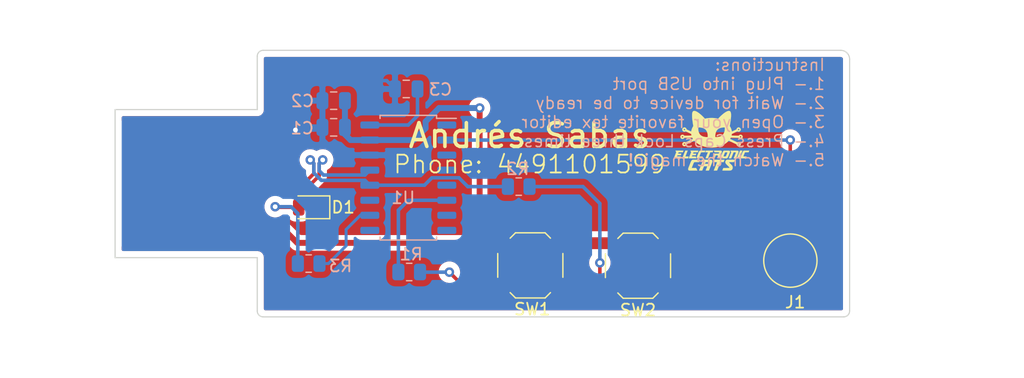
<source format=kicad_pcb>
(kicad_pcb (version 20171130) (host pcbnew "(5.1.9)-1")

  (general
    (thickness 1.6)
    (drawings 21)
    (tracks 104)
    (zones 0)
    (modules 13)
    (nets 20)
  )

  (page A4)
  (title_block
    (date 2021-01-28)
    (rev 1.0)
    (company "Electronic Cats")
  )

  (layers
    (0 F.Cu signal)
    (31 B.Cu signal)
    (32 B.Adhes user)
    (33 F.Adhes user)
    (34 B.Paste user)
    (35 F.Paste user)
    (36 B.SilkS user)
    (37 F.SilkS user)
    (38 B.Mask user)
    (39 F.Mask user)
    (40 Dwgs.User user)
    (41 Cmts.User user)
    (42 Eco1.User user)
    (43 Eco2.User user)
    (44 Edge.Cuts user)
    (45 Margin user)
    (46 B.CrtYd user)
    (47 F.CrtYd user)
    (48 B.Fab user)
    (49 F.Fab user)
  )

  (setup
    (last_trace_width 0.5)
    (user_trace_width 0.3)
    (user_trace_width 0.5)
    (trace_clearance 0.2)
    (zone_clearance 0.508)
    (zone_45_only no)
    (trace_min 0.2)
    (via_size 0.8)
    (via_drill 0.4)
    (via_min_size 0.4)
    (via_min_drill 0.3)
    (uvia_size 0.3)
    (uvia_drill 0.1)
    (uvias_allowed no)
    (uvia_min_size 0.2)
    (uvia_min_drill 0.1)
    (edge_width 0.1)
    (segment_width 0.2)
    (pcb_text_width 0.3)
    (pcb_text_size 1.5 1.5)
    (mod_edge_width 0.15)
    (mod_text_size 1 1)
    (mod_text_width 0.15)
    (pad_size 5.5 5.5)
    (pad_drill 0)
    (pad_to_mask_clearance 0)
    (aux_axis_origin 0 0)
    (visible_elements 7FFFFFFF)
    (pcbplotparams
      (layerselection 0x010fc_ffffffff)
      (usegerberextensions false)
      (usegerberattributes true)
      (usegerberadvancedattributes true)
      (creategerberjobfile true)
      (excludeedgelayer true)
      (linewidth 0.100000)
      (plotframeref false)
      (viasonmask false)
      (mode 1)
      (useauxorigin false)
      (hpglpennumber 1)
      (hpglpenspeed 20)
      (hpglpendiameter 15.000000)
      (psnegative false)
      (psa4output false)
      (plotreference true)
      (plotvalue true)
      (plotinvisibletext false)
      (padsonsilk false)
      (subtractmaskfromsilk false)
      (outputformat 1)
      (mirror false)
      (drillshape 1)
      (scaleselection 1)
      (outputdirectory ""))
  )

  (net 0 "")
  (net 1 +5V)
  (net 2 GND)
  (net 3 "Net-(D1-Pad2)")
  (net 4 /PAD)
  (net 5 "Net-(R1-Pad2)")
  (net 6 /RST)
  (net 7 "Net-(R2-Pad1)")
  (net 8 /P3.3)
  (net 9 "Net-(U1-Pad11)")
  (net 10 "Net-(U1-Pad8)")
  (net 11 "Net-(U1-Pad7)")
  (net 12 "Net-(U1-Pad5)")
  (net 13 "Net-(U1-Pad4)")
  (net 14 "Net-(U1-Pad3)")
  (net 15 "Net-(U1-Pad1)")
  (net 16 "Net-(U1-Pad9)")
  (net 17 /UD+)
  (net 18 /UD-)
  (net 19 "Net-(C3-Pad2)")

  (net_class Default "Esta es la clase de red por defecto."
    (clearance 0.2)
    (trace_width 0.25)
    (via_dia 0.8)
    (via_drill 0.4)
    (uvia_dia 0.3)
    (uvia_drill 0.1)
    (add_net +5V)
    (add_net /P3.3)
    (add_net /PAD)
    (add_net /RST)
    (add_net /UD+)
    (add_net /UD-)
    (add_net GND)
    (add_net "Net-(C3-Pad2)")
    (add_net "Net-(D1-Pad2)")
    (add_net "Net-(R1-Pad2)")
    (add_net "Net-(R2-Pad1)")
    (add_net "Net-(U1-Pad1)")
    (add_net "Net-(U1-Pad11)")
    (add_net "Net-(U1-Pad3)")
    (add_net "Net-(U1-Pad4)")
    (add_net "Net-(U1-Pad5)")
    (add_net "Net-(U1-Pad7)")
    (add_net "Net-(U1-Pad8)")
    (add_net "Net-(U1-Pad9)")
  )

  (module Capacitor_SMD:C_0805_2012Metric (layer B.Cu) (tedit 5F68FEEE) (tstamp 602D8F55)
    (at 104.07646 78.01102)
    (descr "Capacitor SMD 0805 (2012 Metric), square (rectangular) end terminal, IPC_7351 nominal, (Body size source: IPC-SM-782 page 76, https://www.pcb-3d.com/wordpress/wp-content/uploads/ipc-sm-782a_amendment_1_and_2.pdf, https://docs.google.com/spreadsheets/d/1BsfQQcO9C6DZCsRaXUlFlo91Tg2WpOkGARC1WS5S8t0/edit?usp=sharing), generated with kicad-footprint-generator")
    (tags capacitor)
    (path /602D8C97)
    (attr smd)
    (fp_text reference C3 (at 2.8931 0.04318) (layer B.SilkS)
      (effects (font (size 1 1) (thickness 0.15)) (justify mirror))
    )
    (fp_text value 0.1uF (at 0.27436 -1.78816) (layer F.Fab)
      (effects (font (size 1 1) (thickness 0.15)))
    )
    (fp_text user %R (at 0 0) (layer B.Fab)
      (effects (font (size 0.5 0.5) (thickness 0.08)) (justify mirror))
    )
    (fp_line (start -1 -0.625) (end -1 0.625) (layer B.Fab) (width 0.1))
    (fp_line (start -1 0.625) (end 1 0.625) (layer B.Fab) (width 0.1))
    (fp_line (start 1 0.625) (end 1 -0.625) (layer B.Fab) (width 0.1))
    (fp_line (start 1 -0.625) (end -1 -0.625) (layer B.Fab) (width 0.1))
    (fp_line (start -0.261252 0.735) (end 0.261252 0.735) (layer B.SilkS) (width 0.12))
    (fp_line (start -0.261252 -0.735) (end 0.261252 -0.735) (layer B.SilkS) (width 0.12))
    (fp_line (start -1.7 -0.98) (end -1.7 0.98) (layer B.CrtYd) (width 0.05))
    (fp_line (start -1.7 0.98) (end 1.7 0.98) (layer B.CrtYd) (width 0.05))
    (fp_line (start 1.7 0.98) (end 1.7 -0.98) (layer B.CrtYd) (width 0.05))
    (fp_line (start 1.7 -0.98) (end -1.7 -0.98) (layer B.CrtYd) (width 0.05))
    (pad 2 smd roundrect (at 0.95 0) (size 1 1.45) (layers B.Cu B.Paste B.Mask) (roundrect_rratio 0.25)
      (net 19 "Net-(C3-Pad2)"))
    (pad 1 smd roundrect (at -0.95 0) (size 1 1.45) (layers B.Cu B.Paste B.Mask) (roundrect_rratio 0.25)
      (net 2 GND))
    (model ${KISYS3DMOD}/Capacitor_SMD.3dshapes/C_0805_2012Metric.wrl
      (at (xyz 0 0 0))
      (scale (xyz 1 1 1))
      (rotate (xyz 0 0 0))
    )
  )

  (module Button_Switch_SMD:SW_SPST_TL3342 (layer F.Cu) (tedit 5A02FC95) (tstamp 6019E417)
    (at 123.63664 92.93106 180)
    (descr "Low-profile SMD Tactile Switch, https://www.e-switch.com/system/asset/product_line/data_sheet/165/TL3342.pdf")
    (tags "SPST Tactile Switch")
    (path /60108AA8)
    (attr smd)
    (fp_text reference SW2 (at 0 -3.75) (layer F.SilkS)
      (effects (font (size 1 1) (thickness 0.15)))
    )
    (fp_text value Boot (at 0 3.75) (layer F.Fab)
      (effects (font (size 1 1) (thickness 0.15)))
    )
    (fp_circle (center 0 0) (end 1 0) (layer F.Fab) (width 0.1))
    (fp_line (start -4.25 3) (end -4.25 -3) (layer F.CrtYd) (width 0.05))
    (fp_line (start 4.25 3) (end -4.25 3) (layer F.CrtYd) (width 0.05))
    (fp_line (start 4.25 -3) (end 4.25 3) (layer F.CrtYd) (width 0.05))
    (fp_line (start -4.25 -3) (end 4.25 -3) (layer F.CrtYd) (width 0.05))
    (fp_line (start -1.2 -2.6) (end -2.6 -1.2) (layer F.Fab) (width 0.1))
    (fp_line (start 1.2 -2.6) (end -1.2 -2.6) (layer F.Fab) (width 0.1))
    (fp_line (start 2.6 -1.2) (end 1.2 -2.6) (layer F.Fab) (width 0.1))
    (fp_line (start 2.6 1.2) (end 2.6 -1.2) (layer F.Fab) (width 0.1))
    (fp_line (start 1.2 2.6) (end 2.6 1.2) (layer F.Fab) (width 0.1))
    (fp_line (start -1.2 2.6) (end 1.2 2.6) (layer F.Fab) (width 0.1))
    (fp_line (start -2.6 1.2) (end -1.2 2.6) (layer F.Fab) (width 0.1))
    (fp_line (start -2.6 -1.2) (end -2.6 1.2) (layer F.Fab) (width 0.1))
    (fp_line (start -1.25 -2.75) (end 1.25 -2.75) (layer F.SilkS) (width 0.12))
    (fp_line (start -2.75 -1) (end -2.75 1) (layer F.SilkS) (width 0.12))
    (fp_line (start -1.25 2.75) (end 1.25 2.75) (layer F.SilkS) (width 0.12))
    (fp_line (start 2.75 -1) (end 2.75 1) (layer F.SilkS) (width 0.12))
    (fp_line (start -2 1) (end -2 -1) (layer F.Fab) (width 0.1))
    (fp_line (start -1 2) (end -2 1) (layer F.Fab) (width 0.1))
    (fp_line (start 1 2) (end -1 2) (layer F.Fab) (width 0.1))
    (fp_line (start 2 1) (end 1 2) (layer F.Fab) (width 0.1))
    (fp_line (start 2 -1) (end 2 1) (layer F.Fab) (width 0.1))
    (fp_line (start 1 -2) (end 2 -1) (layer F.Fab) (width 0.1))
    (fp_line (start -1 -2) (end 1 -2) (layer F.Fab) (width 0.1))
    (fp_line (start -2 -1) (end -1 -2) (layer F.Fab) (width 0.1))
    (fp_line (start -1.7 -2.3) (end -1.25 -2.75) (layer F.SilkS) (width 0.12))
    (fp_line (start 1.7 -2.3) (end 1.25 -2.75) (layer F.SilkS) (width 0.12))
    (fp_line (start 1.7 2.3) (end 1.25 2.75) (layer F.SilkS) (width 0.12))
    (fp_line (start -1.7 2.3) (end -1.25 2.75) (layer F.SilkS) (width 0.12))
    (fp_line (start 3.2 1.6) (end 2.2 1.6) (layer F.Fab) (width 0.1))
    (fp_line (start 2.7 2.1) (end 2.7 1.6) (layer F.Fab) (width 0.1))
    (fp_line (start 1.7 2.1) (end 3.2 2.1) (layer F.Fab) (width 0.1))
    (fp_line (start -1.7 2.1) (end -3.2 2.1) (layer F.Fab) (width 0.1))
    (fp_line (start -3.2 1.6) (end -2.2 1.6) (layer F.Fab) (width 0.1))
    (fp_line (start -2.7 2.1) (end -2.7 1.6) (layer F.Fab) (width 0.1))
    (fp_line (start -3.2 -1.6) (end -2.2 -1.6) (layer F.Fab) (width 0.1))
    (fp_line (start -1.7 -2.1) (end -3.2 -2.1) (layer F.Fab) (width 0.1))
    (fp_line (start -2.7 -2.1) (end -2.7 -1.6) (layer F.Fab) (width 0.1))
    (fp_line (start 3.2 -1.6) (end 2.2 -1.6) (layer F.Fab) (width 0.1))
    (fp_line (start 1.7 -2.1) (end 3.2 -2.1) (layer F.Fab) (width 0.1))
    (fp_line (start 2.7 -2.1) (end 2.7 -1.6) (layer F.Fab) (width 0.1))
    (fp_line (start -3.2 -2.1) (end -3.2 -1.6) (layer F.Fab) (width 0.1))
    (fp_line (start -3.2 2.1) (end -3.2 1.6) (layer F.Fab) (width 0.1))
    (fp_line (start 3.2 -2.1) (end 3.2 -1.6) (layer F.Fab) (width 0.1))
    (fp_line (start 3.2 2.1) (end 3.2 1.6) (layer F.Fab) (width 0.1))
    (fp_text user %R (at 0 -3.75) (layer F.Fab)
      (effects (font (size 1 1) (thickness 0.15)))
    )
    (pad 2 smd rect (at 3.15 1.9 180) (size 1.7 1) (layers F.Cu F.Paste F.Mask)
      (net 1 +5V))
    (pad 2 smd rect (at -3.15 1.9 180) (size 1.7 1) (layers F.Cu F.Paste F.Mask)
      (net 1 +5V))
    (pad 1 smd rect (at 3.15 -1.9 180) (size 1.7 1) (layers F.Cu F.Paste F.Mask)
      (net 7 "Net-(R2-Pad1)"))
    (pad 1 smd rect (at -3.15 -1.9 180) (size 1.7 1) (layers F.Cu F.Paste F.Mask)
      (net 7 "Net-(R2-Pad1)"))
    (model ${KISYS3DMOD}/Button_Switch_SMD.3dshapes/SW_SPST_TL3342.wrl
      (at (xyz 0 0 0))
      (scale (xyz 1 1 1))
      (rotate (xyz 0 0 0))
    )
  )

  (module Button_Switch_SMD:SW_SPST_TL3342 (layer F.Cu) (tedit 5A02FC95) (tstamp 6019E3E1)
    (at 114.54852 92.90312)
    (descr "Low-profile SMD Tactile Switch, https://www.e-switch.com/system/asset/product_line/data_sheet/165/TL3342.pdf")
    (tags "SPST Tactile Switch")
    (path /60104572)
    (attr smd)
    (fp_text reference SW1 (at 0.16042 3.69816) (layer F.SilkS)
      (effects (font (size 1 1) (thickness 0.15)))
    )
    (fp_text value Reset (at -0.0758 -3.71864) (layer F.Fab)
      (effects (font (size 1 1) (thickness 0.15)))
    )
    (fp_circle (center 0 0) (end 1 0) (layer F.Fab) (width 0.1))
    (fp_line (start -4.25 3) (end -4.25 -3) (layer F.CrtYd) (width 0.05))
    (fp_line (start 4.25 3) (end -4.25 3) (layer F.CrtYd) (width 0.05))
    (fp_line (start 4.25 -3) (end 4.25 3) (layer F.CrtYd) (width 0.05))
    (fp_line (start -4.25 -3) (end 4.25 -3) (layer F.CrtYd) (width 0.05))
    (fp_line (start -1.2 -2.6) (end -2.6 -1.2) (layer F.Fab) (width 0.1))
    (fp_line (start 1.2 -2.6) (end -1.2 -2.6) (layer F.Fab) (width 0.1))
    (fp_line (start 2.6 -1.2) (end 1.2 -2.6) (layer F.Fab) (width 0.1))
    (fp_line (start 2.6 1.2) (end 2.6 -1.2) (layer F.Fab) (width 0.1))
    (fp_line (start 1.2 2.6) (end 2.6 1.2) (layer F.Fab) (width 0.1))
    (fp_line (start -1.2 2.6) (end 1.2 2.6) (layer F.Fab) (width 0.1))
    (fp_line (start -2.6 1.2) (end -1.2 2.6) (layer F.Fab) (width 0.1))
    (fp_line (start -2.6 -1.2) (end -2.6 1.2) (layer F.Fab) (width 0.1))
    (fp_line (start -1.25 -2.75) (end 1.25 -2.75) (layer F.SilkS) (width 0.12))
    (fp_line (start -2.75 -1) (end -2.75 1) (layer F.SilkS) (width 0.12))
    (fp_line (start -1.25 2.75) (end 1.25 2.75) (layer F.SilkS) (width 0.12))
    (fp_line (start 2.75 -1) (end 2.75 1) (layer F.SilkS) (width 0.12))
    (fp_line (start -2 1) (end -2 -1) (layer F.Fab) (width 0.1))
    (fp_line (start -1 2) (end -2 1) (layer F.Fab) (width 0.1))
    (fp_line (start 1 2) (end -1 2) (layer F.Fab) (width 0.1))
    (fp_line (start 2 1) (end 1 2) (layer F.Fab) (width 0.1))
    (fp_line (start 2 -1) (end 2 1) (layer F.Fab) (width 0.1))
    (fp_line (start 1 -2) (end 2 -1) (layer F.Fab) (width 0.1))
    (fp_line (start -1 -2) (end 1 -2) (layer F.Fab) (width 0.1))
    (fp_line (start -2 -1) (end -1 -2) (layer F.Fab) (width 0.1))
    (fp_line (start -1.7 -2.3) (end -1.25 -2.75) (layer F.SilkS) (width 0.12))
    (fp_line (start 1.7 -2.3) (end 1.25 -2.75) (layer F.SilkS) (width 0.12))
    (fp_line (start 1.7 2.3) (end 1.25 2.75) (layer F.SilkS) (width 0.12))
    (fp_line (start -1.7 2.3) (end -1.25 2.75) (layer F.SilkS) (width 0.12))
    (fp_line (start 3.2 1.6) (end 2.2 1.6) (layer F.Fab) (width 0.1))
    (fp_line (start 2.7 2.1) (end 2.7 1.6) (layer F.Fab) (width 0.1))
    (fp_line (start 1.7 2.1) (end 3.2 2.1) (layer F.Fab) (width 0.1))
    (fp_line (start -1.7 2.1) (end -3.2 2.1) (layer F.Fab) (width 0.1))
    (fp_line (start -3.2 1.6) (end -2.2 1.6) (layer F.Fab) (width 0.1))
    (fp_line (start -2.7 2.1) (end -2.7 1.6) (layer F.Fab) (width 0.1))
    (fp_line (start -3.2 -1.6) (end -2.2 -1.6) (layer F.Fab) (width 0.1))
    (fp_line (start -1.7 -2.1) (end -3.2 -2.1) (layer F.Fab) (width 0.1))
    (fp_line (start -2.7 -2.1) (end -2.7 -1.6) (layer F.Fab) (width 0.1))
    (fp_line (start 3.2 -1.6) (end 2.2 -1.6) (layer F.Fab) (width 0.1))
    (fp_line (start 1.7 -2.1) (end 3.2 -2.1) (layer F.Fab) (width 0.1))
    (fp_line (start 2.7 -2.1) (end 2.7 -1.6) (layer F.Fab) (width 0.1))
    (fp_line (start -3.2 -2.1) (end -3.2 -1.6) (layer F.Fab) (width 0.1))
    (fp_line (start -3.2 2.1) (end -3.2 1.6) (layer F.Fab) (width 0.1))
    (fp_line (start 3.2 -2.1) (end 3.2 -1.6) (layer F.Fab) (width 0.1))
    (fp_line (start 3.2 2.1) (end 3.2 1.6) (layer F.Fab) (width 0.1))
    (fp_text user %R (at 0.16042 3.67022) (layer F.Fab)
      (effects (font (size 1 1) (thickness 0.15)))
    )
    (pad 2 smd rect (at 3.15 1.9) (size 1.7 1) (layers F.Cu F.Paste F.Mask)
      (net 5 "Net-(R1-Pad2)"))
    (pad 2 smd rect (at -3.15 1.9) (size 1.7 1) (layers F.Cu F.Paste F.Mask)
      (net 5 "Net-(R1-Pad2)"))
    (pad 1 smd rect (at 3.15 -1.9) (size 1.7 1) (layers F.Cu F.Paste F.Mask)
      (net 1 +5V))
    (pad 1 smd rect (at -3.15 -1.9) (size 1.7 1) (layers F.Cu F.Paste F.Mask)
      (net 1 +5V))
    (model ${KISYS3DMOD}/Button_Switch_SMD.3dshapes/SW_SPST_TL3342.wrl
      (at (xyz 0 0 0))
      (scale (xyz 1 1 1))
      (rotate (xyz 0 0 0))
    )
  )

  (module Aesthetics:electronic_cats_logo_4x3 (layer F.Cu) (tedit 0) (tstamp 6014AB81)
    (at 129.8448 82.38236)
    (fp_text reference G*** (at -0.0762 1.2192) (layer F.SilkS) hide
      (effects (font (size 1.524 1.524) (thickness 0.3)))
    )
    (fp_text value LOGO (at -0.1884 0.7786) (layer F.SilkS) hide
      (effects (font (size 1.524 1.524) (thickness 0.3)))
    )
    (fp_poly (pts (xy -1.133964 1.600852) (xy -1.092992 1.600938) (xy -1.056541 1.601098) (xy -1.025271 1.601329)
      (xy -0.999842 1.601627) (xy -0.980915 1.601989) (xy -0.969148 1.602409) (xy -0.9652 1.602874)
      (xy -0.966681 1.608018) (xy -0.970753 1.619593) (xy -0.976866 1.636167) (xy -0.984469 1.656309)
      (xy -0.993009 1.678588) (xy -1.001936 1.701574) (xy -1.010697 1.723835) (xy -1.018741 1.74394)
      (xy -1.025517 1.760459) (xy -1.029755 1.77036) (xy -1.042328 1.798705) (xy -1.237656 1.799994)
      (xy -1.283426 1.800306) (xy -1.321513 1.800611) (xy -1.352701 1.800946) (xy -1.377774 1.80135)
      (xy -1.397515 1.801862) (xy -1.412709 1.80252) (xy -1.42414 1.803363) (xy -1.43259 1.804429)
      (xy -1.438844 1.805756) (xy -1.443686 1.807384) (xy -1.447899 1.80935) (xy -1.449917 1.81042)
      (xy -1.467438 1.82183) (xy -1.48261 1.836394) (xy -1.496276 1.855337) (xy -1.509281 1.879882)
      (xy -1.522468 1.911252) (xy -1.526109 1.920889) (xy -1.531982 1.936366) (xy -1.540545 1.958438)
      (xy -1.551304 1.985852) (xy -1.563764 2.017359) (xy -1.577431 2.051706) (xy -1.591808 2.087644)
      (xy -1.606038 2.123016) (xy -1.61982 2.157296) (xy -1.632668 2.189483) (xy -1.644216 2.218645)
      (xy -1.654102 2.243853) (xy -1.661961 2.264175) (xy -1.667427 2.278683) (xy -1.670136 2.286446)
      (xy -1.670304 2.287058) (xy -1.673085 2.2987) (xy -1.296481 2.2987) (xy -1.255246 2.386541)
      (xy -1.242867 2.413054) (xy -1.231248 2.438201) (xy -1.221036 2.460559) (xy -1.212879 2.47871)
      (xy -1.207424 2.49123) (xy -1.206085 2.494491) (xy -1.198157 2.5146) (xy -1.548404 2.514412)
      (xy -1.611064 2.514373) (xy -1.665819 2.514317) (xy -1.71323 2.514233) (xy -1.753858 2.514107)
      (xy -1.788265 2.513927) (xy -1.817011 2.513679) (xy -1.840659 2.513351) (xy -1.859768 2.51293)
      (xy -1.874902 2.512404) (xy -1.88662 2.511759) (xy -1.895485 2.510982) (xy -1.902058 2.510062)
      (xy -1.906899 2.508984) (xy -1.91057 2.507737) (xy -1.913633 2.506307) (xy -1.914092 2.506067)
      (xy -1.936404 2.489648) (xy -1.953991 2.467093) (xy -1.966152 2.439715) (xy -1.97219 2.408825)
      (xy -1.972734 2.395975) (xy -1.971402 2.376928) (xy -1.967292 2.353844) (xy -1.960236 2.326202)
      (xy -1.950064 2.293483) (xy -1.936605 2.255165) (xy -1.919691 2.210728) (xy -1.899151 2.159651)
      (xy -1.883197 2.121268) (xy -1.871066 2.091929) (xy -1.857732 2.05891) (xy -1.844538 2.025588)
      (xy -1.832831 1.995338) (xy -1.828931 1.985032) (xy -1.809949 1.935304) (xy -1.790511 1.886009)
      (xy -1.771284 1.83877) (xy -1.752938 1.795213) (xy -1.736141 1.756961) (xy -1.725953 1.734827)
      (xy -1.704548 1.695296) (xy -1.680964 1.663322) (xy -1.654497 1.638124) (xy -1.62444 1.61892)
      (xy -1.618715 1.616097) (xy -1.589617 1.602316) (xy -1.277409 1.601079) (xy -1.226833 1.600919)
      (xy -1.178798 1.600844) (xy -1.133964 1.600852)) (layer F.SilkS) (width 0.01))
    (fp_poly (pts (xy -0.568797 1.600884) (xy -0.501416 1.601024) (xy -0.445559 1.601184) (xy -0.376658 1.60141)
      (xy -0.315708 1.601635) (xy -0.262193 1.60187) (xy -0.215598 1.602124) (xy -0.175407 1.602409)
      (xy -0.141105 1.602733) (xy -0.112175 1.603107) (xy -0.088102 1.603542) (xy -0.06837 1.604047)
      (xy -0.052464 1.604632) (xy -0.039869 1.605308) (xy -0.030067 1.606084) (xy -0.022544 1.606971)
      (xy -0.016784 1.607978) (xy -0.012272 1.609117) (xy -0.010399 1.609713) (xy 0.016829 1.623215)
      (xy 0.039304 1.643191) (xy 0.056309 1.66867) (xy 0.067126 1.698682) (xy 0.070392 1.718939)
      (xy 0.070865 1.735293) (xy 0.06932 1.753866) (xy 0.065559 1.775291) (xy 0.059382 1.800205)
      (xy 0.05059 1.829241) (xy 0.038983 1.863034) (xy 0.024362 1.902219) (xy 0.006528 1.947431)
      (xy -0.014718 1.999304) (xy -0.026567 2.02766) (xy -0.036138 2.050742) (xy -0.048247 2.080432)
      (xy -0.062381 2.115441) (xy -0.078023 2.15448) (xy -0.094659 2.19626) (xy -0.111774 2.239493)
      (xy -0.128852 2.28289) (xy -0.141664 2.315633) (xy -0.218477 2.512483) (xy -0.354772 2.5136)
      (xy -0.396046 2.51381) (xy -0.430282 2.513712) (xy -0.457187 2.513312) (xy -0.476471 2.512618)
      (xy -0.48784 2.511635) (xy -0.491067 2.51054) (xy -0.489564 2.505832) (xy -0.485269 2.494083)
      (xy -0.478501 2.476126) (xy -0.469579 2.452793) (xy -0.458823 2.424917) (xy -0.446552 2.393332)
      (xy -0.433085 2.358869) (xy -0.424885 2.337973) (xy -0.410795 2.302073) (xy -0.397635 2.268446)
      (xy -0.385736 2.237944) (xy -0.37543 2.211424) (xy -0.367048 2.189739) (xy -0.360923 2.173743)
      (xy -0.357385 2.164291) (xy -0.356658 2.162175) (xy -0.356543 2.160167) (xy -0.357974 2.158558)
      (xy -0.361777 2.157303) (xy -0.368777 2.156359) (xy -0.3798 2.155682) (xy -0.39567 2.155228)
      (xy -0.417213 2.154954) (xy -0.445255 2.154816) (xy -0.48062 2.154769) (xy -0.496351 2.154766)
      (xy -0.638089 2.154766) (xy -0.661611 2.210858) (xy -0.669842 2.230692) (xy -0.680443 2.256552)
      (xy -0.692667 2.286593) (xy -0.705763 2.31897) (xy -0.718983 2.351839) (xy -0.728045 2.37449)
      (xy -0.739775 2.403723) (xy -0.750907 2.431156) (xy -0.760934 2.455568) (xy -0.769352 2.475736)
      (xy -0.775653 2.490437) (xy -0.779265 2.498315) (xy -0.787573 2.5146) (xy -0.920837 2.5146)
      (xy -0.962439 2.514465) (xy -0.996536 2.514066) (xy -1.022924 2.513409) (xy -1.041403 2.512501)
      (xy -1.05177 2.511347) (xy -1.0541 2.510333) (xy -1.052567 2.505813) (xy -1.048156 2.494144)
      (xy -1.041148 2.476035) (xy -1.031826 2.45219) (xy -1.02047 2.423318) (xy -1.007363 2.390124)
      (xy -0.992786 2.353316) (xy -0.977021 2.3136) (xy -0.96035 2.271684) (xy -0.943054 2.228272)
      (xy -0.925415 2.184074) (xy -0.907715 2.139794) (xy -0.890235 2.09614) (xy -0.873258 2.053819)
      (xy -0.857064 2.013537) (xy -0.841936 1.976002) (xy -0.833813 1.955912) (xy -0.55877 1.955912)
      (xy -0.41591 1.954797) (xy -0.27305 1.953683) (xy -0.259598 1.926166) (xy -0.251375 1.907499)
      (xy -0.24299 1.885522) (xy -0.236572 1.866001) (xy -0.231832 1.848728) (xy -0.229723 1.837258)
      (xy -0.230025 1.829419) (xy -0.232289 1.823468) (xy -0.235902 1.817242) (xy -0.23998 1.812299)
      (xy -0.24549 1.808477) (xy -0.253399 1.805617) (xy -0.264674 1.803557) (xy -0.280283 1.802137)
      (xy -0.301194 1.801194) (xy -0.328374 1.800569) (xy -0.36279 1.800101) (xy -0.373506 1.79998)
      (xy -0.490894 1.798677) (xy -0.499419 1.81268) (xy -0.5057 1.824687) (xy -0.514332 1.843738)
      (xy -0.524909 1.868871) (xy -0.537023 1.899122) (xy -0.548703 1.929397) (xy -0.55877 1.955912)
      (xy -0.833813 1.955912) (xy -0.828155 1.941919) (xy -0.816003 1.911996) (xy -0.805761 1.886939)
      (xy -0.801378 1.876292) (xy -0.769404 1.798901) (xy -0.814386 1.704152) (xy -0.826788 1.677843)
      (xy -0.837881 1.653956) (xy -0.84717 1.633587) (xy -0.854159 1.617831) (xy -0.858353 1.607784)
      (xy -0.859367 1.604644) (xy -0.856935 1.603806) (xy -0.849427 1.603078) (xy -0.836528 1.602456)
      (xy -0.817923 1.60194) (xy -0.793297 1.601525) (xy -0.762333 1.601209) (xy -0.724717 1.600989)
      (xy -0.680132 1.600864) (xy -0.628264 1.60083) (xy -0.568797 1.600884)) (layer F.SilkS) (width 0.01))
    (fp_poly (pts (xy 0.75403 1.599826) (xy 0.804623 1.599924) (xy 0.853372 1.600094) (xy 0.899589 1.600335)
      (xy 0.942589 1.600648) (xy 0.981687 1.601034) (xy 1.016197 1.601494) (xy 1.045433 1.602028)
      (xy 1.06871 1.602637) (xy 1.085342 1.603322) (xy 1.094643 1.604083) (xy 1.096433 1.604624)
      (xy 1.094966 1.609664) (xy 1.090846 1.621449) (xy 1.084495 1.638837) (xy 1.076333 1.660683)
      (xy 1.066783 1.685844) (xy 1.059771 1.704107) (xy 1.023109 1.799166) (xy 0.757909 1.799166)
      (xy 0.74659 1.821391) (xy 0.741069 1.833236) (xy 0.733436 1.850992) (xy 0.724531 1.872635)
      (xy 0.715197 1.896141) (xy 0.710954 1.907116) (xy 0.700351 1.934493) (xy 0.688531 1.964511)
      (xy 0.676806 1.993866) (xy 0.666487 2.019254) (xy 0.664721 2.023533) (xy 0.658931 2.037695)
      (xy 0.650416 2.058776) (xy 0.639558 2.085819) (xy 0.626739 2.117868) (xy 0.612341 2.153964)
      (xy 0.596746 2.193152) (xy 0.580336 2.234475) (xy 0.563493 2.276975) (xy 0.556571 2.294466)
      (xy 0.470337 2.512483) (xy 0.330619 2.513598) (xy 0.1909 2.514713) (xy 0.195022 2.503015)
      (xy 0.197184 2.497397) (xy 0.202258 2.484508) (xy 0.210008 2.464937) (xy 0.220199 2.439273)
      (xy 0.232597 2.408105) (xy 0.246967 2.372023) (xy 0.263075 2.331616) (xy 0.280685 2.287473)
      (xy 0.299564 2.240184) (xy 0.319477 2.190337) (xy 0.336232 2.148416) (xy 0.356681 2.097178)
      (xy 0.376162 2.048186) (xy 0.394454 2.00201) (xy 0.411335 1.95922) (xy 0.426581 1.920386)
      (xy 0.43997 1.886077) (xy 0.45128 1.856864) (xy 0.460288 1.833316) (xy 0.466771 1.816003)
      (xy 0.470508 1.805495) (xy 0.47136 1.802341) (xy 0.466823 1.801612) (xy 0.454779 1.800941)
      (xy 0.43619 1.80035) (xy 0.412017 1.799857) (xy 0.38322 1.799482) (xy 0.350761 1.799245)
      (xy 0.316964 1.799166) (xy 0.164529 1.799166) (xy 0.167423 1.789641) (xy 0.169492 1.783719)
      (xy 0.174026 1.771257) (xy 0.180507 1.753643) (xy 0.18842 1.732262) (xy 0.19725 1.7085)
      (xy 0.20648 1.683745) (xy 0.215595 1.659381) (xy 0.224079 1.636796) (xy 0.231417 1.617374)
      (xy 0.235944 1.605491) (xy 0.240376 1.604671) (xy 0.252561 1.603912) (xy 0.271816 1.603215)
      (xy 0.297453 1.602581) (xy 0.328787 1.602009) (xy 0.365133 1.601502) (xy 0.405804 1.601059)
      (xy 0.450116 1.600681) (xy 0.497382 1.60037) (xy 0.546917 1.600125) (xy 0.598035 1.599947)
      (xy 0.65005 1.599838) (xy 0.702277 1.599797) (xy 0.75403 1.599826)) (layer F.SilkS) (width 0.01))
    (fp_poly (pts (xy 1.836538 1.601024) (xy 1.874161 1.601154) (xy 1.906668 1.601356) (xy 1.933412 1.601625)
      (xy 1.953747 1.60196) (xy 1.967024 1.602357) (xy 1.972598 1.602813) (xy 1.972733 1.602901)
      (xy 1.971232 1.607549) (xy 1.967027 1.618902) (xy 1.960562 1.635804) (xy 1.952279 1.6571)
      (xy 1.942625 1.681636) (xy 1.937266 1.695148) (xy 1.926914 1.721231) (xy 1.91753 1.744967)
      (xy 1.909597 1.765127) (xy 1.903598 1.780478) (xy 1.900018 1.789789) (xy 1.899299 1.791758)
      (xy 1.898247 1.79353) (xy 1.895904 1.794995) (xy 1.891532 1.796184) (xy 1.884391 1.797124)
      (xy 1.873742 1.797845) (xy 1.858847 1.798376) (xy 1.838966 1.798745) (xy 1.81336 1.798981)
      (xy 1.78129 1.799113) (xy 1.742018 1.799171) (xy 1.709341 1.799182) (xy 1.664473 1.799202)
      (xy 1.627284 1.799275) (xy 1.596985 1.799433) (xy 1.572789 1.799708) (xy 1.553907 1.800133)
      (xy 1.539552 1.800739) (xy 1.528935 1.801558) (xy 1.521269 1.802622) (xy 1.515764 1.803965)
      (xy 1.511634 1.805617) (xy 1.508502 1.807357) (xy 1.498761 1.814736) (xy 1.493294 1.822934)
      (xy 1.492433 1.832571) (xy 1.49651 1.844264) (xy 1.505858 1.858632) (xy 1.520809 1.876292)
      (xy 1.541695 1.897864) (xy 1.568848 1.923964) (xy 1.573512 1.928336) (xy 1.60935 1.962486)
      (xy 1.642982 1.995789) (xy 1.673548 2.027334) (xy 1.700183 2.056211) (xy 1.722027 2.081509)
      (xy 1.738216 2.102317) (xy 1.738242 2.102352) (xy 1.756149 2.133224) (xy 1.770208 2.169609)
      (xy 1.779578 2.209103) (xy 1.782116 2.227982) (xy 1.783747 2.265244) (xy 1.781577 2.30336)
      (xy 1.77596 2.340255) (xy 1.767245 2.37386) (xy 1.755784 2.402102) (xy 1.751217 2.41029)
      (xy 1.733088 2.43438) (xy 1.709516 2.45758) (xy 1.683358 2.477315) (xy 1.665858 2.48729)
      (xy 1.656038 2.492098) (xy 1.647163 2.496307) (xy 1.638625 2.499955) (xy 1.629814 2.503084)
      (xy 1.620125 2.505732) (xy 1.608949 2.507941) (xy 1.595678 2.509749) (xy 1.579704 2.511197)
      (xy 1.56042 2.512324) (xy 1.537217 2.513171) (xy 1.509488 2.513778) (xy 1.476625 2.514184)
      (xy 1.438021 2.514429) (xy 1.393067 2.514554) (xy 1.341155 2.514598) (xy 1.281679 2.514601)
      (xy 1.25006 2.5146) (xy 1.196011 2.514554) (xy 1.144925 2.514422) (xy 1.097401 2.51421)
      (xy 1.054034 2.513924) (xy 1.015423 2.513571) (xy 0.982164 2.513158) (xy 0.954854 2.512691)
      (xy 0.934092 2.512177) (xy 0.920473 2.511623) (xy 0.914595 2.511034) (xy 0.914399 2.510904)
      (xy 0.915864 2.506107) (xy 0.919989 2.4945) (xy 0.926371 2.477167) (xy 0.934609 2.45519)
      (xy 0.944299 2.429653) (xy 0.954125 2.404012) (xy 0.99385 2.300816) (xy 1.239008 2.2987)
      (xy 1.29098 2.298236) (xy 1.335155 2.297798) (xy 1.372203 2.297359) (xy 1.402794 2.296894)
      (xy 1.427598 2.296378) (xy 1.447283 2.295785) (xy 1.462521 2.29509) (xy 1.473981 2.294268)
      (xy 1.482332 2.293292) (xy 1.488244 2.292138) (xy 1.492387 2.29078) (xy 1.495431 2.289193)
      (xy 1.495809 2.288951) (xy 1.506888 2.279959) (xy 1.512915 2.270242) (xy 1.513603 2.259117)
      (xy 1.508666 2.245901) (xy 1.49782 2.229912) (xy 1.480778 2.210467) (xy 1.457255 2.186884)
      (xy 1.450319 2.180253) (xy 1.433326 2.163969) (xy 1.41177 2.143071) (xy 1.387064 2.118943)
      (xy 1.360619 2.092968) (xy 1.33385 2.06653) (xy 1.309831 2.042669) (xy 1.281055 2.013761)
      (xy 1.25778 1.989825) (xy 1.239301 1.970074) (xy 1.224913 1.953724) (xy 1.213909 1.939987)
      (xy 1.205585 1.928078) (xy 1.202538 1.923127) (xy 1.185636 1.890663) (xy 1.174891 1.860066)
      (xy 1.16947 1.82842) (xy 1.1684 1.803231) (xy 1.1712 1.758308) (xy 1.179751 1.719471)
      (xy 1.194276 1.686392) (xy 1.215 1.658743) (xy 1.242148 1.636195) (xy 1.275943 1.61842)
      (xy 1.300716 1.609534) (xy 1.305703 1.608248) (xy 1.312129 1.607122) (xy 1.320577 1.606141)
      (xy 1.331631 1.605293) (xy 1.345875 1.604562) (xy 1.363891 1.603935) (xy 1.386262 1.603399)
      (xy 1.413572 1.602939) (xy 1.446403 1.602541) (xy 1.48534 1.602192) (xy 1.530965 1.601878)
      (xy 1.583862 1.601585) (xy 1.644613 1.601299) (xy 1.647825 1.601285) (xy 1.699442 1.601096)
      (xy 1.748532 1.600992) (xy 1.794446 1.600969) (xy 1.836538 1.601024)) (layer F.SilkS) (width 0.01))
    (fp_poly (pts (xy -2.016609 0.839179) (xy -2.018583 0.844752) (xy -2.023402 0.857481) (xy -2.030789 0.876656)
      (xy -2.040466 0.901563) (xy -2.052155 0.93149) (xy -2.065576 0.965725) (xy -2.080453 1.003555)
      (xy -2.096507 1.044269) (xy -2.11346 1.087154) (xy -2.113782 1.087966) (xy -2.208454 1.327149)
      (xy -2.06731 1.328264) (xy -2.033702 1.328595) (xy -2.002957 1.329022) (xy -1.976056 1.329523)
      (xy -1.953982 1.330074) (xy -1.937715 1.330652) (xy -1.928237 1.331234) (xy -1.926167 1.331635)
      (xy -1.927691 1.336108) (xy -1.931913 1.347081) (xy -1.938308 1.363224) (xy -1.946349 1.383207)
      (xy -1.953347 1.400409) (xy -1.962599 1.423311) (xy -1.97086 1.444242) (xy -1.977519 1.461621)
      (xy -1.981968 1.473866) (xy -1.98344 1.47853) (xy -1.986352 1.490133) (xy -2.472838 1.490133)
      (xy -2.470026 1.480608) (xy -2.468048 1.475274) (xy -2.463163 1.462688) (xy -2.455611 1.443455)
      (xy -2.445634 1.418184) (xy -2.433471 1.387479) (xy -2.419365 1.35195) (xy -2.403555 1.312201)
      (xy -2.386282 1.26884) (xy -2.367788 1.222474) (xy -2.348313 1.17371) (xy -2.339421 1.151466)
      (xy -2.211628 0.831849) (xy -2.112869 0.830712) (xy -2.01411 0.829574) (xy -2.016609 0.839179)) (layer F.SilkS) (width 0.01))
    (fp_poly (pts (xy 1.32766 0.834125) (xy 1.377213 0.834417) (xy 1.418597 0.834905) (xy 1.451753 0.835589)
      (xy 1.476618 0.836467) (xy 1.493134 0.837537) (xy 1.500716 0.838639) (xy 1.524464 0.849169)
      (xy 1.543244 0.865737) (xy 1.556027 0.887021) (xy 1.561785 0.911701) (xy 1.562007 0.917356)
      (xy 1.561543 0.925902) (xy 1.559915 0.936215) (xy 1.55689 0.948964) (xy 1.552236 0.964819)
      (xy 1.545722 0.984451) (xy 1.537115 1.008529) (xy 1.526183 1.037723) (xy 1.512695 1.072704)
      (xy 1.496418 1.114141) (xy 1.47712 1.162705) (xy 1.476568 1.164088) (xy 1.454296 1.219538)
      (xy 1.434606 1.267639) (xy 1.417166 1.308987) (xy 1.401647 1.344183) (xy 1.387717 1.373826)
      (xy 1.375045 1.398514) (xy 1.363301 1.418848) (xy 1.352153 1.435426) (xy 1.341272 1.448847)
      (xy 1.330327 1.459712) (xy 1.318986 1.468618) (xy 1.306919 1.476165) (xy 1.303153 1.478229)
      (xy 1.284816 1.488016) (xy 1.068916 1.488767) (xy 1.017209 1.48886) (xy 0.971125 1.488764)
      (xy 0.931105 1.488487) (xy 0.897592 1.488036) (xy 0.87103 1.487416) (xy 0.85186 1.486635)
      (xy 0.840526 1.485699) (xy 0.838199 1.485259) (xy 0.817586 1.475137) (xy 0.801009 1.458537)
      (xy 0.789384 1.436848) (xy 0.783626 1.411463) (xy 0.783166 1.40162) (xy 0.783507 1.391753)
      (xy 0.784693 1.381188) (xy 0.786971 1.369195) (xy 0.790585 1.355042) (xy 0.795782 1.338)
      (xy 0.802807 1.317338) (xy 0.804977 1.311372) (xy 1.012583 1.311372) (xy 1.017144 1.319721)
      (xy 1.027188 1.324972) (xy 1.043465 1.327838) (xy 1.066726 1.329032) (xy 1.096621 1.329266)
      (xy 1.126604 1.328964) (xy 1.149454 1.327989) (xy 1.166484 1.326241) (xy 1.179009 1.323618)
      (xy 1.181852 1.322726) (xy 1.196236 1.316116) (xy 1.209031 1.307479) (xy 1.212149 1.304597)
      (xy 1.218128 1.295871) (xy 1.226682 1.279674) (xy 1.237587 1.256526) (xy 1.250614 1.226946)
      (xy 1.26554 1.191454) (xy 1.282139 1.150568) (xy 1.300184 1.104809) (xy 1.30971 1.080181)
      (xy 1.319565 1.054416) (xy 1.326658 1.035289) (xy 1.331304 1.021552) (xy 1.333819 1.011956)
      (xy 1.334519 1.005253) (xy 1.333721 1.000193) (xy 1.331739 0.995529) (xy 1.331325 0.994722)
      (xy 1.323927 0.98523) (xy 1.315131 0.979809) (xy 1.315057 0.97979) (xy 1.307671 0.979048)
      (xy 1.293451 0.978557) (xy 1.274027 0.978339) (xy 1.251026 0.978415) (xy 1.232879 0.978671)
      (xy 1.20608 0.979254) (xy 1.186357 0.979971) (xy 1.172319 0.980987) (xy 1.162575 0.98247)
      (xy 1.155735 0.984587) (xy 1.150407 0.987505) (xy 1.148586 0.988788) (xy 1.134918 1.002027)
      (xy 1.121467 1.020446) (xy 1.110285 1.040959) (xy 1.105158 1.054099) (xy 1.101641 1.064053)
      (xy 1.095508 1.080207) (xy 1.087392 1.100944) (xy 1.077925 1.124646) (xy 1.067965 1.149148)
      (xy 1.057178 1.175722) (xy 1.046553 1.202376) (xy 1.036894 1.22706) (xy 1.029004 1.247725)
      (xy 1.024283 1.260611) (xy 1.016903 1.282529) (xy 1.012753 1.299212) (xy 1.012583 1.311372)
      (xy 0.804977 1.311372) (xy 0.811906 1.292325) (xy 0.823325 1.262231) (xy 0.837309 1.226326)
      (xy 0.854104 1.183878) (xy 0.868724 1.147233) (xy 0.890572 1.092865) (xy 0.90976 1.045826)
      (xy 0.926612 1.005523) (xy 0.941453 0.971364) (xy 0.95461 0.942754) (xy 0.966407 0.919101)
      (xy 0.97717 0.899811) (xy 0.987223 0.884292) (xy 0.996893 0.87195) (xy 1.006505 0.862191)
      (xy 1.016383 0.854424) (xy 1.026854 0.848054) (xy 1.03505 0.843949) (xy 1.056216 0.834049)
      (xy 1.27 0.834031) (xy 1.32766 0.834125)) (layer F.SilkS) (width 0.01))
    (fp_poly (pts (xy 2.019181 0.833992) (xy 2.064082 0.834081) (xy 2.102309 0.834273) (xy 2.13446 0.834606)
      (xy 2.161132 0.835118) (xy 2.182923 0.835848) (xy 2.200431 0.836834) (xy 2.214254 0.838114)
      (xy 2.224988 0.839728) (xy 2.233232 0.841713) (xy 2.239583 0.844108) (xy 2.244639 0.846951)
      (xy 2.248997 0.850281) (xy 2.253255 0.854136) (xy 2.255662 0.856393) (xy 2.269156 0.872121)
      (xy 2.277699 0.890086) (xy 2.2813 0.911158) (xy 2.279968 0.93621) (xy 2.273713 0.966113)
      (xy 2.262543 1.001737) (xy 2.257369 1.015999) (xy 2.251556 1.031247) (xy 2.242965 1.053331)
      (xy 2.231995 1.081245) (xy 2.219047 1.113978) (xy 2.204522 1.15052) (xy 2.188819 1.189863)
      (xy 2.172341 1.230998) (xy 2.155486 1.272915) (xy 2.152009 1.281541) (xy 2.067983 1.489933)
      (xy 1.969558 1.490033) (xy 1.934074 1.489903) (xy 1.906772 1.489426) (xy 1.887375 1.488588)
      (xy 1.875605 1.487377) (xy 1.871183 1.48578) (xy 1.871133 1.485563) (xy 1.872657 1.480906)
      (xy 1.877048 1.469085) (xy 1.884033 1.4508) (xy 1.893338 1.426752) (xy 1.904692 1.397639)
      (xy 1.917821 1.364162) (xy 1.932452 1.32702) (xy 1.948313 1.286913) (xy 1.964266 1.246716)
      (xy 1.981083 1.204237) (xy 1.996925 1.163882) (xy 2.011515 1.126375) (xy 2.024579 1.09244)
      (xy 2.035843 1.062799) (xy 2.045031 1.038175) (xy 2.051868 1.019291) (xy 2.05608 1.006871)
      (xy 2.0574 1.001759) (xy 2.056728 0.994398) (xy 2.054078 0.988713) (xy 2.048497 0.984492)
      (xy 2.039034 0.981522) (xy 2.024736 0.97959) (xy 2.00465 0.978485) (xy 1.977826 0.977994)
      (xy 1.950474 0.977899) (xy 1.862365 0.977899) (xy 1.853483 0.998008) (xy 1.850315 1.005541)
      (xy 1.84431 1.020175) (xy 1.835775 1.041148) (xy 1.825018 1.067702) (xy 1.812345 1.099075)
      (xy 1.798065 1.134507) (xy 1.782484 1.173237) (xy 1.765909 1.214505) (xy 1.750444 1.253066)
      (xy 1.656288 1.488016) (xy 1.557915 1.489154) (xy 1.459542 1.490291) (xy 1.46248 1.47857)
      (xy 1.464544 1.472649) (xy 1.469494 1.459581) (xy 1.477049 1.440071) (xy 1.486932 1.414827)
      (xy 1.498864 1.384554) (xy 1.512567 1.349958) (xy 1.527763 1.311746) (xy 1.544172 1.270624)
      (xy 1.561516 1.227298) (xy 1.564313 1.220323) (xy 1.663208 0.973797) (xy 1.634407 0.913297)
      (xy 1.624297 0.891867) (xy 1.615342 0.872524) (xy 1.608253 0.85683) (xy 1.603741 0.846349)
      (xy 1.602617 0.843382) (xy 1.599629 0.833966) (xy 1.967008 0.833966) (xy 2.019181 0.833992)) (layer F.SilkS) (width 0.01))
    (fp_poly (pts (xy -2.652714 0.829771) (xy -2.602847 0.829883) (xy -2.556136 0.830061) (xy -2.51322 0.8303)
      (xy -2.474737 0.830594) (xy -2.441322 0.830938) (xy -2.413616 0.831324) (xy -2.392254 0.831748)
      (xy -2.377875 0.832203) (xy -2.371117 0.832684) (xy -2.370667 0.832846) (xy -2.372117 0.837632)
      (xy -2.376138 0.848968) (xy -2.382237 0.865512) (xy -2.389919 0.885921) (xy -2.397126 0.904785)
      (xy -2.423584 0.973612) (xy -2.777598 0.973666) (xy -2.790041 1.001108) (xy -2.798505 1.020537)
      (xy -2.807381 1.042078) (xy -2.812869 1.056141) (xy -2.823254 1.083733) (xy -2.685861 1.083733)
      (xy -2.646292 1.083804) (xy -2.614509 1.084035) (xy -2.589834 1.084451) (xy -2.571587 1.085078)
      (xy -2.559089 1.085943) (xy -2.551661 1.08707) (xy -2.548624 1.088486) (xy -2.548467 1.088964)
      (xy -2.549927 1.094541) (xy -2.553956 1.106523) (xy -2.56003 1.123433) (xy -2.567624 1.143793)
      (xy -2.572554 1.156697) (xy -2.596641 1.219199) (xy -2.877877 1.219199) (xy -2.89155 1.252008)
      (xy -2.899201 1.270858) (xy -2.906653 1.290035) (xy -2.912416 1.305697) (xy -2.912884 1.307041)
      (xy -2.920544 1.329266) (xy -2.758847 1.329371) (xy -2.59715 1.329477) (xy -2.563284 1.403757)
      (xy -2.552685 1.427046) (xy -2.543294 1.447758) (xy -2.53568 1.464636) (xy -2.530409 1.47642)
      (xy -2.528049 1.481854) (xy -2.528006 1.481969) (xy -2.531902 1.482698) (xy -2.543877 1.483364)
      (xy -2.563542 1.483964) (xy -2.590509 1.484491) (xy -2.624391 1.484943) (xy -2.664798 1.485312)
      (xy -2.711344 1.485596) (xy -2.763639 1.48579) (xy -2.821296 1.485888) (xy -2.850798 1.485899)
      (xy -3.175 1.485899) (xy -3.175 1.473754) (xy -3.17345 1.467701) (xy -3.168986 1.454538)
      (xy -3.161886 1.434993) (xy -3.152431 1.409798) (xy -3.140899 1.379683) (xy -3.12757 1.345377)
      (xy -3.112724 1.307611) (xy -3.09664 1.267116) (xy -3.081473 1.229279) (xy -3.064434 1.186916)
      (xy -3.048254 1.146618) (xy -3.033226 1.10912) (xy -3.019643 1.075156) (xy -3.007798 1.045459)
      (xy -2.997983 1.020763) (xy -2.990491 1.001802) (xy -2.985616 0.989311) (xy -2.983719 0.984244)
      (xy -2.982488 0.978772) (xy -2.982728 0.972438) (xy -2.984873 0.963944) (xy -2.989359 0.951993)
      (xy -2.996621 0.935287) (xy -3.007095 0.912528) (xy -3.009513 0.907351) (xy -3.019527 0.885554)
      (xy -3.028124 0.866103) (xy -3.034701 0.850424) (xy -3.038653 0.839945) (xy -3.039534 0.836448)
      (xy -3.038945 0.835215) (xy -3.036819 0.834142) (xy -3.032617 0.833217) (xy -3.025799 0.832429)
      (xy -3.015826 0.831768) (xy -3.002158 0.831223) (xy -2.984257 0.830783) (xy -2.961583 0.830437)
      (xy -2.933597 0.830174) (xy -2.899759 0.829984) (xy -2.859531 0.829856) (xy -2.812372 0.829778)
      (xy -2.757744 0.829741) (xy -2.705101 0.829733) (xy -2.652714 0.829771)) (layer F.SilkS) (width 0.01))
    (fp_poly (pts (xy -1.376971 0.829786) (xy -1.314593 0.829947) (xy -1.260652 0.830216) (xy -1.215134 0.830592)
      (xy -1.178025 0.831076) (xy -1.149309 0.831669) (xy -1.128974 0.832369) (xy -1.117004 0.833178)
      (xy -1.113367 0.834032) (xy -1.114825 0.839228) (xy -1.118863 0.850925) (xy -1.12498 0.867739)
      (xy -1.132674 0.888283) (xy -1.139426 0.905953) (xy -1.165486 0.973575) (xy -1.343665 0.974679)
      (xy -1.521845 0.975783) (xy -1.565811 1.083733) (xy -1.290109 1.083733) (xy -1.292458 1.095374)
      (xy -1.294829 1.103484) (xy -1.2997 1.117647) (xy -1.306426 1.13606) (xy -1.314356 1.156918)
      (xy -1.316767 1.163108) (xy -1.338726 1.219199) (xy -1.477412 1.219199) (xy -1.517743 1.219277)
      (xy -1.550291 1.219528) (xy -1.575737 1.219976) (xy -1.594762 1.220647) (xy -1.608049 1.221566)
      (xy -1.616277 1.222759) (xy -1.62013 1.224251) (xy -1.620364 1.224491) (xy -1.623504 1.230322)
      (xy -1.628923 1.242323) (xy -1.63587 1.258761) (xy -1.643591 1.277901) (xy -1.643814 1.278466)
      (xy -1.662995 1.327149) (xy -1.501198 1.328257) (xy -1.339401 1.329364) (xy -1.304701 1.40492)
      (xy -1.29403 1.428287) (xy -1.284688 1.448995) (xy -1.277215 1.465828) (xy -1.27215 1.477571)
      (xy -1.270031 1.483006) (xy -1.270001 1.483188) (xy -1.274126 1.483618) (xy -1.286073 1.484027)
      (xy -1.305196 1.484409) (xy -1.330849 1.48476) (xy -1.362387 1.485074) (xy -1.399165 1.485345)
      (xy -1.440536 1.485568) (xy -1.485857 1.485738) (xy -1.53448 1.48585) (xy -1.585761 1.485898)
      (xy -1.596426 1.485899) (xy -1.922852 1.485899) (xy -1.919932 1.474258) (xy -1.917866 1.468332)
      (xy -1.912919 1.455266) (xy -1.905371 1.435774) (xy -1.895504 1.410568) (xy -1.883599 1.380363)
      (xy -1.869937 1.345872) (xy -1.8548 1.307808) (xy -1.838468 1.266885) (xy -1.821225 1.223817)
      (xy -1.81999 1.220739) (xy -1.802783 1.177745) (xy -1.786552 1.136996) (xy -1.771566 1.099186)
      (xy -1.758096 1.065006) (xy -1.746415 1.035149) (xy -1.736791 1.010309) (xy -1.729497 0.991177)
      (xy -1.724804 0.978447) (xy -1.722981 0.972811) (xy -1.722967 0.97267) (xy -1.724721 0.966904)
      (xy -1.729567 0.954964) (xy -1.736882 0.938283) (xy -1.746045 0.918296) (xy -1.7526 0.904412)
      (xy -1.762621 0.88305) (xy -1.771193 0.864064) (xy -1.777694 0.848892) (xy -1.7815 0.83897)
      (xy -1.782234 0.836038) (xy -1.781457 0.834876) (xy -1.778774 0.833862) (xy -1.773655 0.832989)
      (xy -1.765568 0.832245) (xy -1.753985 0.831621) (xy -1.738374 0.831106) (xy -1.718206 0.830691)
      (xy -1.69295 0.830366) (xy -1.662077 0.83012) (xy -1.625056 0.829944) (xy -1.581357 0.829828)
      (xy -1.530449 0.829762) (xy -1.471803 0.829735) (xy -1.447801 0.829733) (xy -1.376971 0.829786)) (layer F.SilkS) (width 0.01))
    (fp_poly (pts (xy -0.693624 0.834115) (xy -0.646325 0.83433) (xy -0.606523 0.834701) (xy -0.574395 0.835224)
      (xy -0.550118 0.835895) (xy -0.53387 0.836713) (xy -0.525828 0.837673) (xy -0.524934 0.838162)
      (xy -0.526421 0.843327) (xy -0.530537 0.854952) (xy -0.536763 0.871639) (xy -0.544579 0.891988)
      (xy -0.550856 0.908012) (xy -0.576778 0.973666) (xy -0.708547 0.97369) (xy -0.750261 0.973859)
      (xy -0.786042 0.974341) (xy -0.815342 0.975117) (xy -0.837611 0.97617) (xy -0.852297 0.977483)
      (xy -0.85725 0.978391) (xy -0.875606 0.987425) (xy -0.892747 1.003208) (xy -0.907053 1.024033)
      (xy -0.913371 1.037634) (xy -0.917077 1.047052) (xy -0.923474 1.063212) (xy -0.932116 1.084992)
      (xy -0.942557 1.111271) (xy -0.954351 1.140926) (xy -0.967053 1.172835) (xy -0.975404 1.193799)
      (xy -1.028538 1.327149) (xy -0.757876 1.331383) (xy -0.742589 1.363133) (xy -0.731306 1.386878)
      (xy -0.720305 1.410583) (xy -0.710178 1.432917) (xy -0.701512 1.45255) (xy -0.694899 1.468154)
      (xy -0.690927 1.478397) (xy -0.690034 1.481693) (xy -0.694242 1.482685) (xy -0.706772 1.483545)
      (xy -0.727476 1.48427) (xy -0.756211 1.484859) (xy -0.792831 1.485309) (xy -0.837191 1.485617)
      (xy -0.889146 1.48578) (xy -0.934509 1.485807) (xy -0.986332 1.485775) (xy -1.030379 1.485707)
      (xy -1.067341 1.485583) (xy -1.097908 1.48538) (xy -1.122771 1.485078) (xy -1.142621 1.484654)
      (xy -1.158149 1.484088) (xy -1.170044 1.483357) (xy -1.178998 1.482442) (xy -1.185702 1.481319)
      (xy -1.190846 1.479968) (xy -1.19512 1.478367) (xy -1.196696 1.477672) (xy -1.216301 1.464594)
      (xy -1.229947 1.445761) (xy -1.23776 1.420953) (xy -1.239686 1.403421) (xy -1.239651 1.389394)
      (xy -1.237984 1.374014) (xy -1.234406 1.356373) (xy -1.22864 1.33556) (xy -1.220409 1.310666)
      (xy -1.209434 1.280781) (xy -1.195439 1.244996) (xy -1.178974 1.204414) (xy -1.166597 1.174073)
      (xy -1.152456 1.139075) (xy -1.137849 1.102655) (xy -1.124077 1.068049) (xy -1.115963 1.047488)
      (xy -1.099405 1.005924) (xy -1.08514 0.971511) (xy -1.072734 0.94338) (xy -1.061754 0.920664)
      (xy -1.051769 0.902498) (xy -1.042346 0.888013) (xy -1.033053 0.876343) (xy -1.027827 0.870796)
      (xy -1.020162 0.863057) (xy -1.013388 0.85649) (xy -1.006772 0.850999) (xy -0.99958 0.846488)
      (xy -0.991078 0.84286) (xy -0.980534 0.840018) (xy -0.967214 0.837868) (xy -0.950384 0.836311)
      (xy -0.929312 0.835252) (xy -0.903263 0.834595) (xy -0.871504 0.834242) (xy -0.833303 0.834099)
      (xy -0.787925 0.834067) (xy -0.748242 0.834059) (xy -0.693624 0.834115)) (layer F.SilkS) (width 0.01))
    (fp_poly (pts (xy 0.02745 0.830529) (xy 0.058504 0.830713) (xy 0.083663 0.831008) (xy 0.103441 0.831423)
      (xy 0.118351 0.831965) (xy 0.12891 0.832641) (xy 0.135629 0.833459) (xy 0.139024 0.834426)
      (xy 0.139699 0.835226) (xy 0.138223 0.840875) (xy 0.134139 0.852946) (xy 0.127967 0.869995)
      (xy 0.120226 0.890576) (xy 0.114299 0.905933) (xy 0.105836 0.927718) (xy 0.098567 0.946568)
      (xy 0.093004 0.96115) (xy 0.089654 0.970131) (xy 0.088899 0.972378) (xy 0.084866 0.972749)
      (xy 0.073563 0.973078) (xy 0.05619 0.973349) (xy 0.033943 0.973546) (xy 0.00802 0.973652)
      (xy -0.005884 0.973666) (xy -0.100668 0.973666) (xy -0.11014 0.993774) (xy -0.115594 1.006055)
      (xy -0.122997 1.023676) (xy -0.131285 1.044067) (xy -0.137761 1.060449) (xy -0.143235 1.074393)
      (xy -0.151423 1.095107) (xy -0.16189 1.1215) (xy -0.174203 1.152482) (xy -0.187929 1.186961)
      (xy -0.202633 1.223849) (xy -0.217882 1.262054) (xy -0.226131 1.282699) (xy -0.240867 1.319619)
      (xy -0.254757 1.354517) (xy -0.267455 1.386521) (xy -0.278619 1.414762) (xy -0.287905 1.438368)
      (xy -0.294968 1.456468) (xy -0.299466 1.468192) (xy -0.300905 1.472141) (xy -0.305457 1.485899)
      (xy -0.404612 1.485899) (xy -0.438752 1.485723) (xy -0.466163 1.485204) (xy -0.486418 1.484362)
      (xy -0.499089 1.483214) (xy -0.503751 1.481779) (xy -0.503767 1.481682) (xy -0.502233 1.477108)
      (xy -0.497809 1.465359) (xy -0.490763 1.447119) (xy -0.481365 1.423069) (xy -0.469883 1.393892)
      (xy -0.456585 1.360268) (xy -0.441739 1.32288) (xy -0.425614 1.28241) (xy -0.40848 1.239541)
      (xy -0.40585 1.232974) (xy -0.388529 1.189687) (xy -0.37212 1.148613) (xy -0.356899 1.110444)
      (xy -0.343142 1.075876) (xy -0.331124 1.045602) (xy -0.321121 1.020316) (xy -0.313407 1.000712)
      (xy -0.308259 0.987484) (xy -0.305952 0.981326) (xy -0.305873 0.981074) (xy -0.305727 0.978813)
      (xy -0.307327 0.977063) (xy -0.311609 0.97576) (xy -0.319512 0.974839) (xy -0.331972 0.974235)
      (xy -0.349928 0.973881) (xy -0.374316 0.973714) (xy -0.406075 0.973667) (xy -0.412257 0.973666)
      (xy -0.445407 0.973631) (xy -0.471045 0.97348) (xy -0.490124 0.97315) (xy -0.503599 0.972574)
      (xy -0.512424 0.971688) (xy -0.517554 0.970425) (xy -0.519941 0.968722) (xy -0.520541 0.966512)
      (xy -0.52054 0.966258) (xy -0.519022 0.959917) (xy -0.514935 0.947222) (xy -0.508807 0.929699)
      (xy -0.501165 0.908875) (xy -0.496042 0.895349) (xy -0.471705 0.831849) (xy -0.166003 0.830763)
      (xy -0.106225 0.830575) (xy -0.0544 0.830468) (xy -0.010013 0.83045) (xy 0.02745 0.830529)) (layer F.SilkS) (width 0.01))
    (fp_poly (pts (xy 0.368294 0.830122) (xy 0.415046 0.830238) (xy 0.46944 0.830435) (xy 0.49878 0.830558)
      (xy 0.798595 0.831849) (xy 0.823363 0.844549) (xy 0.845254 0.859509) (xy 0.85966 0.878297)
      (xy 0.866852 0.901347) (xy 0.867833 0.915588) (xy 0.86582 0.933244) (xy 0.859923 0.95764)
      (xy 0.850358 0.988108) (xy 0.837338 1.023979) (xy 0.821078 1.064584) (xy 0.816874 1.074589)
      (xy 0.805395 1.100305) (xy 0.795 1.119416) (xy 0.784245 1.133397) (xy 0.771683 1.143721)
      (xy 0.75587 1.151863) (xy 0.735359 1.159299) (xy 0.733131 1.160017) (xy 0.718124 1.164815)
      (xy 0.705899 1.168722) (xy 0.69909 1.170896) (xy 0.699069 1.170902) (xy 0.697727 1.174413)
      (xy 0.702684 1.182409) (xy 0.71012 1.191002) (xy 0.722289 1.206737) (xy 0.72857 1.22208)
      (xy 0.729702 1.227989) (xy 0.730153 1.239536) (xy 0.729356 1.258517) (xy 0.727402 1.284007)
      (xy 0.724383 1.31508) (xy 0.720387 1.350809) (xy 0.715508 1.39027) (xy 0.709834 1.432535)
      (xy 0.709194 1.437113) (xy 0.706587 1.4558) (xy 0.704484 1.471101) (xy 0.703125 1.481257)
      (xy 0.702733 1.48452) (xy 0.698696 1.484912) (xy 0.687375 1.485261) (xy 0.669951 1.48555)
      (xy 0.647605 1.485762) (xy 0.62152 1.48588) (xy 0.605366 1.485899) (xy 0.570756 1.485716)
      (xy 0.543412 1.485172) (xy 0.523639 1.484284) (xy 0.511738 1.483062) (xy 0.507999 1.481614)
      (xy 0.508714 1.476439) (xy 0.510726 1.464084) (xy 0.513837 1.445706) (xy 0.517851 1.42246)
      (xy 0.522569 1.395499) (xy 0.527186 1.369407) (xy 0.533168 1.33555) (xy 0.537677 1.308944)
      (xy 0.540734 1.288508) (xy 0.542364 1.27316) (xy 0.542589 1.261818) (xy 0.541434 1.253401)
      (xy 0.53892 1.246827) (xy 0.535073 1.241014) (xy 0.530083 1.235074) (xy 0.527054 1.232509)
      (xy 0.522295 1.230608) (xy 0.514633 1.229273) (xy 0.502898 1.228408) (xy 0.485915 1.227917)
      (xy 0.462513 1.227703) (xy 0.440177 1.227666) (xy 0.356733 1.227666) (xy 0.344138 1.256241)
      (xy 0.339032 1.268234) (xy 0.331428 1.286627) (xy 0.321927 1.309943) (xy 0.31113 1.336702)
      (xy 0.299637 1.365426) (xy 0.291717 1.385358) (xy 0.251891 1.485899) (xy 0.055148 1.485899)
      (xy 0.064615 1.461023) (xy 0.068158 1.451881) (xy 0.074454 1.435812) (xy 0.083131 1.41376)
      (xy 0.093817 1.386666) (xy 0.10614 1.355474) (xy 0.119729 1.321127) (xy 0.134211 1.284566)
      (xy 0.143933 1.260045) (xy 0.213783 1.083943) (xy 0.397933 1.083745) (xy 0.442621 1.083674)
      (xy 0.479652 1.083545) (xy 0.509834 1.083325) (xy 0.533977 1.082983) (xy 0.552889 1.082488)
      (xy 0.567379 1.081807) (xy 0.578257 1.080908) (xy 0.586331 1.079761) (xy 0.592411 1.078333)
      (xy 0.597305 1.076592) (xy 0.599016 1.075844) (xy 0.611579 1.069338) (xy 0.620246 1.062056)
      (xy 0.626837 1.051716) (xy 0.633172 1.036039) (xy 0.635022 1.030751) (xy 0.639398 1.018023)
      (xy 0.64261 1.007341) (xy 0.644034 0.998527) (xy 0.643049 0.991402) (xy 0.639034 0.985785)
      (xy 0.631367 0.981498) (xy 0.619425 0.978362) (xy 0.602588 0.976197) (xy 0.580233 0.974824)
      (xy 0.551738 0.974063) (xy 0.516482 0.973736) (xy 0.473843 0.973662) (xy 0.437044 0.973666)
      (xy 0.259983 0.973666) (xy 0.229475 0.907614) (xy 0.219433 0.88553) (xy 0.210783 0.865848)
      (xy 0.204111 0.849959) (xy 0.200007 0.839257) (xy 0.198966 0.835414) (xy 0.199827 0.834222)
      (xy 0.202779 0.833201) (xy 0.208378 0.832343) (xy 0.217178 0.831638) (xy 0.229735 0.831077)
      (xy 0.246604 0.830651) (xy 0.268339 0.830352) (xy 0.295496 0.83017) (xy 0.328629 0.830096)
      (xy 0.368294 0.830122)) (layer F.SilkS) (width 0.01))
    (fp_poly (pts (xy 2.532708 0.829856) (xy 2.557541 0.8302) (xy 2.578145 0.83073) (xy 2.593346 0.83141)
      (xy 2.60197 0.832206) (xy 2.6035 0.832731) (xy 2.601963 0.837032) (xy 2.597507 0.848605)
      (xy 2.590365 0.866866) (xy 2.580769 0.891229) (xy 2.56895 0.921109) (xy 2.555141 0.95592)
      (xy 2.539574 0.995076) (xy 2.522481 1.037993) (xy 2.504094 1.084084) (xy 2.484645 1.132765)
      (xy 2.473426 1.160815) (xy 2.343353 1.485899) (xy 2.244826 1.485899) (xy 2.216961 1.485775)
      (xy 2.192151 1.485427) (xy 2.171573 1.484891) (xy 2.1564 1.484202) (xy 2.147808 1.483398)
      (xy 2.1463 1.48287) (xy 2.147835 1.478565) (xy 2.152286 1.466985) (xy 2.159422 1.448717)
      (xy 2.169009 1.424347) (xy 2.180817 1.394459) (xy 2.194613 1.359641) (xy 2.210165 1.320477)
      (xy 2.227242 1.277553) (xy 2.245611 1.231455) (xy 2.26504 1.182769) (xy 2.27622 1.154787)
      (xy 2.40614 0.829733) (xy 2.50482 0.829733) (xy 2.532708 0.829856)) (layer F.SilkS) (width 0.01))
    (fp_poly (pts (xy 2.955383 0.833966) (xy 3.175 0.833966) (xy 3.175 0.845902) (xy 3.173467 0.854062)
      (xy 3.16926 0.868254) (xy 3.162965 0.886695) (xy 3.155167 0.907604) (xy 3.152383 0.914693)
      (xy 3.129766 0.971549) (xy 2.988341 0.973666) (xy 2.944284 0.974447) (xy 2.908338 0.975357)
      (xy 2.880145 0.976413) (xy 2.859351 0.977632) (xy 2.8456 0.979031) (xy 2.838534 0.980627)
      (xy 2.838084 0.980852) (xy 2.824473 0.991643) (xy 2.810485 1.007538) (xy 2.798426 1.025609)
      (xy 2.79171 1.039691) (xy 2.788267 1.048647) (xy 2.782112 1.064342) (xy 2.773688 1.085657)
      (xy 2.76344 1.111474) (xy 2.751811 1.140674) (xy 2.739243 1.172141) (xy 2.731844 1.190627)
      (xy 2.719352 1.221937) (xy 2.707933 1.250795) (xy 2.697957 1.276247) (xy 2.689794 1.29734)
      (xy 2.683813 1.313122) (xy 2.680385 1.32264) (xy 2.6797 1.325035) (xy 2.683887 1.326337)
      (xy 2.696274 1.32741) (xy 2.716596 1.328248) (xy 2.744588 1.328841) (xy 2.779984 1.329182)
      (xy 2.813344 1.329266) (xy 2.946989 1.329266) (xy 2.974669 1.387474) (xy 2.985117 1.409672)
      (xy 2.994919 1.430906) (xy 3.003172 1.449194) (xy 3.008975 1.462555) (xy 3.010296 1.465791)
      (xy 3.018243 1.485899) (xy 2.773829 1.485518) (xy 2.728725 1.485382) (xy 2.685862 1.485128)
      (xy 2.646039 1.484768) (xy 2.610059 1.484316) (xy 2.578721 1.483785) (xy 2.552827 1.483188)
      (xy 2.533177 1.482537) (xy 2.520572 1.481847) (xy 2.516158 1.481293) (xy 2.502233 1.473829)
      (xy 2.488164 1.460705) (xy 2.476116 1.444408) (xy 2.468258 1.427422) (xy 2.467795 1.425814)
      (xy 2.465218 1.412598) (xy 2.464572 1.398073) (xy 2.466076 1.381418) (xy 2.469949 1.361812)
      (xy 2.47641 1.338435) (xy 2.48568 1.310464) (xy 2.497977 1.277078) (xy 2.51352 1.237458)
      (xy 2.526937 1.204383) (xy 2.539614 1.17323) (xy 2.553668 1.138331) (xy 2.56785 1.102814)
      (xy 2.58091 1.069803) (xy 2.588713 1.049866) (xy 2.605081 1.008371) (xy 2.619198 0.97401)
      (xy 2.631516 0.945897) (xy 2.642487 0.923142) (xy 2.652563 0.904857) (xy 2.662195 0.890154)
      (xy 2.671836 0.878143) (xy 2.680593 0.869183) (xy 2.688525 0.861663) (xy 2.695489 0.855295)
      (xy 2.702229 0.849984) (xy 2.709493 0.845634) (xy 2.718024 0.842149) (xy 2.72857 0.839434)
      (xy 2.741876 0.837393) (xy 2.758688 0.835932) (xy 2.779751 0.834953) (xy 2.805811 0.834362)
      (xy 2.837614 0.834063) (xy 2.875905 0.83396) (xy 2.921431 0.833958) (xy 2.955383 0.833966)) (layer F.SilkS) (width 0.01))
    (fp_poly (pts (xy 1.492024 -2.514153) (xy 1.514312 -2.512406) (xy 1.531751 -2.508753) (xy 1.546134 -2.502586)
      (xy 1.559256 -2.4933) (xy 1.572912 -2.480287) (xy 1.576859 -2.476124) (xy 1.594461 -2.453743)
      (xy 1.609397 -2.426715) (xy 1.622047 -2.394081) (xy 1.632789 -2.354882) (xy 1.641099 -2.313426)
      (xy 1.643427 -2.298253) (xy 1.645234 -2.281825) (xy 1.646575 -2.262889) (xy 1.647507 -2.240188)
      (xy 1.648084 -2.212467) (xy 1.648363 -2.178469) (xy 1.648409 -2.148417) (xy 1.648174 -2.104444)
      (xy 1.647429 -2.064304) (xy 1.646055 -2.026341) (xy 1.643936 -1.9889) (xy 1.640955 -1.950324)
      (xy 1.636994 -1.908957) (xy 1.631935 -1.863145) (xy 1.625663 -1.811231) (xy 1.623081 -1.7907)
      (xy 1.620516 -1.77065) (xy 1.617959 -1.751118) (xy 1.615298 -1.731338) (xy 1.612419 -1.710544)
      (xy 1.609209 -1.687972) (xy 1.605556 -1.662856) (xy 1.601346 -1.634429) (xy 1.596467 -1.601928)
      (xy 1.590805 -1.564585) (xy 1.584247 -1.521635) (xy 1.57668 -1.472314) (xy 1.567992 -1.415855)
      (xy 1.56215 -1.37795) (xy 1.539955 -1.234017) (xy 1.566535 -1.191888) (xy 1.590077 -1.151766)
      (xy 1.613747 -1.106335) (xy 1.636124 -1.058611) (xy 1.655788 -1.01161) (xy 1.670113 -0.97205)
      (xy 1.677908 -0.94681) (xy 1.685686 -0.918863) (xy 1.693047 -0.889954) (xy 1.699587 -0.861824)
      (xy 1.704907 -0.836219) (xy 1.708603 -0.814881) (xy 1.710275 -0.799554) (xy 1.710331 -0.797452)
      (xy 1.711555 -0.786553) (xy 1.713928 -0.779713) (xy 1.716561 -0.779244) (xy 1.722977 -0.780822)
      (xy 1.733656 -0.784654) (xy 1.749078 -0.79095) (xy 1.769724 -0.799918) (xy 1.796074 -0.811767)
      (xy 1.828609 -0.826705) (xy 1.867809 -0.84494) (xy 1.91264 -0.865969) (xy 2.07356 -0.941678)
      (xy 2.227781 -0.941678) (xy 2.232051 -0.922787) (xy 2.242112 -0.906525) (xy 2.25663 -0.894009)
      (xy 2.274273 -0.886357) (xy 2.293708 -0.884683) (xy 2.313601 -0.890106) (xy 2.315469 -0.891033)
      (xy 2.332595 -0.903956) (xy 2.343309 -0.920538) (xy 2.347801 -0.939138) (xy 2.346263 -0.958114)
      (xy 2.338885 -0.975825) (xy 2.325857 -0.990629) (xy 2.307371 -1.000885) (xy 2.302546 -1.002379)
      (xy 2.282559 -1.003686) (xy 2.263028 -0.99786) (xy 2.246046 -0.986076) (xy 2.233709 -0.969507)
      (xy 2.230636 -0.962082) (xy 2.227781 -0.941678) (xy 2.07356 -0.941678) (xy 2.10782 -0.957796)
      (xy 2.112742 -0.981606) (xy 2.124139 -1.01727) (xy 2.142203 -1.049029) (xy 2.165919 -1.076189)
      (xy 2.194276 -1.098054) (xy 2.226262 -1.113932) (xy 2.260864 -1.123125) (xy 2.297071 -1.12494)
      (xy 2.317902 -1.122432) (xy 2.355735 -1.111466) (xy 2.389185 -1.093763) (xy 2.417587 -1.070113)
      (xy 2.440279 -1.041306) (xy 2.456597 -1.008131) (xy 2.465875 -0.97138) (xy 2.467826 -0.944034)
      (xy 2.463838 -0.905502) (xy 2.452343 -0.869867) (xy 2.434042 -0.837957) (xy 2.409637 -0.810596)
      (xy 2.37983 -0.78861) (xy 2.345323 -0.772827) (xy 2.316096 -0.765438) (xy 2.279523 -0.763155)
      (xy 2.243352 -0.769068) (xy 2.207739 -0.78287) (xy 2.182395 -0.795417) (xy 1.951622 -0.687098)
      (xy 1.910134 -0.667558) (xy 1.870866 -0.648936) (xy 1.834502 -0.631563) (xy 1.801724 -0.615774)
      (xy 1.773216 -0.601899) (xy 1.749662 -0.590272) (xy 1.731743 -0.581224) (xy 1.720143 -0.575089)
      (xy 1.715558 -0.572214) (xy 1.711688 -0.563323) (xy 1.710225 -0.5527) (xy 1.709356 -0.543415)
      (xy 1.70703 -0.528099) (xy 1.703616 -0.50899) (xy 1.700058 -0.491067) (xy 1.696166 -0.471992)
      (xy 1.693106 -0.456275) (xy 1.691187 -0.445569) (xy 1.690716 -0.441536) (xy 1.694967 -0.441279)
      (xy 1.707009 -0.440805) (xy 1.72617 -0.440137) (xy 1.751776 -0.439295) (xy 1.783156 -0.438301)
      (xy 1.819636 -0.437174) (xy 1.860545 -0.435937) (xy 1.905209 -0.434611) (xy 1.952957 -0.433216)
      (xy 1.993888 -0.432038) (xy 2.051829 -0.430389) (xy 2.101891 -0.428991) (xy 2.144657 -0.427843)
      (xy 2.180711 -0.426942) (xy 2.210637 -0.426285) (xy 2.235018 -0.425869) (xy 2.254439 -0.425693)
      (xy 2.269482 -0.425754) (xy 2.280731 -0.426048) (xy 2.288771 -0.426575) (xy 2.294184 -0.427331)
      (xy 2.297555 -0.428313) (xy 2.299466 -0.429519) (xy 2.300381 -0.430722) (xy 2.311245 -0.445516)
      (xy 2.327194 -0.461687) (xy 2.345673 -0.476961) (xy 2.364129 -0.489065) (xy 2.368536 -0.491376)
      (xy 2.405238 -0.505132) (xy 2.442304 -0.510987) (xy 2.47874 -0.509268) (xy 2.513554 -0.500301)
      (xy 2.545752 -0.484416) (xy 2.57434 -0.461938) (xy 2.598325 -0.433195) (xy 2.610841 -0.41158)
      (xy 2.617699 -0.397377) (xy 2.622241 -0.386237) (xy 2.624942 -0.375728) (xy 2.626281 -0.363421)
      (xy 2.626736 -0.346883) (xy 2.626783 -0.33042) (xy 2.626639 -0.308838) (xy 2.625929 -0.293327)
      (xy 2.624232 -0.28149) (xy 2.621129 -0.270932) (xy 2.616201 -0.259259) (xy 2.6132 -0.252841)
      (xy 2.593256 -0.220007) (xy 2.567857 -0.192975) (xy 2.538042 -0.17212) (xy 2.504852 -0.157815)
      (xy 2.469329 -0.150435) (xy 2.432513 -0.150353) (xy 2.395446 -0.157944) (xy 2.373034 -0.166558)
      (xy 2.355948 -0.176681) (xy 2.336653 -0.191725) (xy 2.317588 -0.209535) (xy 2.301193 -0.227955)
      (xy 2.296553 -0.234125) (xy 2.288116 -0.246) (xy 2.004483 -0.254171) (xy 1.93895 -0.256052)
      (xy 1.881361 -0.257679) (xy 1.8312 -0.259055) (xy 1.787949 -0.260179) (xy 1.751088 -0.261053)
      (xy 1.720102 -0.261676) (xy 1.694471 -0.262051) (xy 1.673678 -0.262177) (xy 1.657206 -0.262056)
      (xy 1.644536 -0.261688) (xy 1.63515 -0.261074) (xy 1.628531 -0.260214) (xy 1.624161 -0.25911)
      (xy 1.621521 -0.257763) (xy 1.620095 -0.256172) (xy 1.619484 -0.254741) (xy 1.61652 -0.248241)
      (xy 1.610208 -0.236102) (xy 1.601447 -0.220007) (xy 1.591139 -0.201638) (xy 1.590185 -0.199964)
      (xy 1.563338 -0.152913) (xy 1.872775 -0.007191) (xy 2.182213 0.138531) (xy 2.205817 0.126536)
      (xy 2.241692 0.11274) (xy 2.278504 0.106774) (xy 2.315121 0.108369) (xy 2.350409 0.117254)
      (xy 2.383234 0.133162) (xy 2.412465 0.155824) (xy 2.434012 0.180715) (xy 2.448477 0.203532)
      (xy 2.458088 0.225837) (xy 2.463606 0.250236) (xy 2.465795 0.27934) (xy 2.465916 0.289983)
      (xy 2.465716 0.31002) (xy 2.464717 0.324483) (xy 2.462322 0.33626) (xy 2.457932 0.348242)
      (xy 2.45095 0.363317) (xy 2.450588 0.364066) (xy 2.430415 0.397062) (xy 2.40527 0.424062)
      (xy 2.37618 0.444865) (xy 2.344172 0.459272) (xy 2.310271 0.467083) (xy 2.275505 0.4681)
      (xy 2.240899 0.462122) (xy 2.207481 0.44895) (xy 2.176275 0.428385) (xy 2.166036 0.419374)
      (xy 2.143435 0.394048) (xy 2.126721 0.365686) (xy 2.114553 0.331964) (xy 2.113667 0.32871)
      (xy 2.106083 0.300202) (xy 2.085289 0.290404) (xy 2.229072 0.290404) (xy 2.232822 0.308983)
      (xy 2.242714 0.325947) (xy 2.258302 0.339246) (xy 2.277028 0.346061) (xy 2.29762 0.346146)
      (xy 2.316923 0.339589) (xy 2.320298 0.337523) (xy 2.335971 0.322798) (xy 2.34494 0.305269)
      (xy 2.347652 0.286474) (xy 2.344557 0.267951) (xy 2.336103 0.251241) (xy 2.32274 0.237881)
      (xy 2.304917 0.229411) (xy 2.288116 0.227188) (xy 2.2673 0.230743) (xy 2.250579 0.240382)
      (xy 2.23836 0.254564) (xy 2.231055 0.271752) (xy 2.229072 0.290404) (xy 2.085289 0.290404)
      (xy 1.780788 0.146926) (xy 1.455492 -0.00635) (xy 1.389204 0.059442) (xy 1.345611 0.101489)
      (xy 1.304297 0.138546) (xy 1.262799 0.172626) (xy 1.218655 0.205743) (xy 1.169403 0.239908)
      (xy 1.164166 0.243417) (xy 1.062694 0.306247) (xy 0.955802 0.362864) (xy 0.843999 0.413101)
      (xy 0.727792 0.456792) (xy 0.60769 0.49377) (xy 0.484199 0.523867) (xy 0.357829 0.546917)
      (xy 0.229087 0.562752) (xy 0.179916 0.566824) (xy 0.148521 0.568753) (xy 0.112406 0.570431)
      (xy 0.073652 0.571807) (xy 0.034336 0.572831) (xy -0.003462 0.573452) (xy -0.037664 0.573619)
      (xy -0.06619 0.573281) (xy -0.074084 0.573047) (xy -0.210383 0.5645) (xy -0.343508 0.548755)
      (xy -0.473182 0.525896) (xy -0.599129 0.496006) (xy -0.721071 0.459169) (xy -0.838731 0.41547)
      (xy -0.951832 0.364991) (xy -1.060097 0.307816) (xy -1.163249 0.24403) (xy -1.164167 0.243417)
      (xy -1.214057 0.209038) (xy -1.258596 0.175908) (xy -1.300246 0.142013) (xy -1.341469 0.105339)
      (xy -1.384728 0.063875) (xy -1.389205 0.059442) (xy -1.455493 -0.00635) (xy -1.780789 0.146926)
      (xy -2.106084 0.300202) (xy -2.113668 0.32871) (xy -2.125506 0.363006) (xy -2.141772 0.391742)
      (xy -2.163809 0.417239) (xy -2.166037 0.419374) (xy -2.19622 0.442581) (xy -2.228978 0.458325)
      (xy -2.263284 0.466805) (xy -2.298111 0.468221) (xy -2.332432 0.462773) (xy -2.365222 0.450659)
      (xy -2.395454 0.43208) (xy -2.422101 0.407235) (xy -2.444136 0.376323) (xy -2.450589 0.364066)
      (xy -2.457694 0.348796) (xy -2.462182 0.336742) (xy -2.464649 0.325015) (xy -2.465695 0.310725)
      (xy -2.465917 0.290982) (xy -2.465917 0.290811) (xy -2.348474 0.290811) (xy -2.343961 0.308376)
      (xy -2.33434 0.324003) (xy -2.320676 0.3365) (xy -2.304035 0.344676) (xy -2.285483 0.34734)
      (xy -2.266087 0.343302) (xy -2.260724 0.340847) (xy -2.24533 0.328757) (xy -2.234618 0.312104)
      (xy -2.229191 0.29311) (xy -2.229653 0.274) (xy -2.236608 0.256997) (xy -2.237579 0.255638)
      (xy -2.254847 0.238157) (xy -2.273976 0.22852) (xy -2.293846 0.226738) (xy -2.31334 0.232823)
      (xy -2.33134 0.246786) (xy -2.337907 0.254628) (xy -2.346811 0.272497) (xy -2.348474 0.290811)
      (xy -2.465917 0.290811) (xy -2.465917 0.289983) (xy -2.464627 0.258841) (xy -2.460248 0.233231)
      (xy -2.452018 0.210544) (xy -2.439176 0.188172) (xy -2.434013 0.180715) (xy -2.408814 0.152419)
      (xy -2.379038 0.130643) (xy -2.345818 0.115657) (xy -2.310287 0.107728) (xy -2.273579 0.107127)
      (xy -2.236826 0.114123) (xy -2.205818 0.126536) (xy -2.182214 0.138531) (xy -1.872776 -0.007191)
      (xy -1.563339 -0.152913) (xy -1.590186 -0.199964) (xy -1.600587 -0.218452) (xy -1.609521 -0.234816)
      (xy -1.616086 -0.247372) (xy -1.619382 -0.254437) (xy -1.619485 -0.254741) (xy -1.620319 -0.256523)
      (xy -1.621955 -0.258063) (xy -1.624912 -0.25936) (xy -1.629708 -0.260413) (xy -1.636861 -0.261222)
      (xy -1.646888 -0.261785) (xy -1.660307 -0.262101) (xy -1.677637 -0.262171) (xy -1.699395 -0.261993)
      (xy -1.726098 -0.261567) (xy -1.758265 -0.260891) (xy -1.796414 -0.259966) (xy -1.841062 -0.258789)
      (xy -1.892728 -0.257361) (xy -1.951928 -0.255681) (xy -2.004484 -0.254171) (xy -2.288117 -0.246)
      (xy -2.296554 -0.234125) (xy -2.311445 -0.215998) (xy -2.329856 -0.19773) (xy -2.349348 -0.181477)
      (xy -2.367481 -0.169394) (xy -2.373035 -0.166558) (xy -2.409741 -0.154076) (xy -2.446835 -0.149496)
      (xy -2.483274 -0.152443) (xy -2.518019 -0.162545) (xy -2.550027 -0.179427) (xy -2.578258 -0.202714)
      (xy -2.601672 -0.232034) (xy -2.613201 -0.252841) (xy -2.619111 -0.265836) (xy -2.623003 -0.27661)
      (xy -2.625295 -0.28756) (xy -2.626408 -0.30108) (xy -2.626761 -0.319567) (xy -2.626784 -0.33042)
      (xy -2.626783 -0.330678) (xy -2.509583 -0.330678) (xy -2.509152 -0.322351) (xy -2.506378 -0.308868)
      (xy -2.500332 -0.298056) (xy -2.489783 -0.286967) (xy -2.478393 -0.277329) (xy -2.468744 -0.272547)
      (xy -2.457094 -0.271022) (xy -2.452323 -0.270962) (xy -2.433022 -0.273402) (xy -2.419949 -0.278968)
      (xy -2.40438 -0.293575) (xy -2.394987 -0.311575) (xy -2.391733 -0.331164) (xy -2.394584 -0.350533)
      (xy -2.403503 -0.367879) (xy -2.418454 -0.381393) (xy -2.422015 -0.383401) (xy -2.442786 -0.390008)
      (xy -2.462941 -0.389159) (xy -2.481088 -0.381827) (xy -2.495838 -0.368986) (xy -2.5058 -0.351612)
      (xy -2.509583 -0.330678) (xy -2.626783 -0.330678) (xy -2.626678 -0.351674) (xy -2.626042 -0.366892)
      (xy -2.624398 -0.378505) (xy -2.621269 -0.388943) (xy -2.616177 -0.400639) (xy -2.610842 -0.41158)
      (xy -2.590338 -0.444175) (xy -2.564593 -0.470714) (xy -2.5346 -0.490872) (xy -2.501352 -0.50432)
      (xy -2.465843 -0.510732) (xy -2.429068 -0.50978) (xy -2.392018 -0.501137) (xy -2.368537 -0.491376)
      (xy -2.350498 -0.480448) (xy -2.331781 -0.465768) (xy -2.314942 -0.44961) (xy -2.302534 -0.434248)
      (xy -2.300382 -0.430722) (xy -2.299253 -0.429326) (xy -2.297162 -0.428153) (xy -2.293525 -0.427204)
      (xy -2.287759 -0.426482) (xy -2.27928 -0.42599) (xy -2.267504 -0.42573) (xy -2.251848 -0.425704)
      (xy -2.231728 -0.425916) (xy -2.20656 -0.426367) (xy -2.175762 -0.42706) (xy -2.138748 -0.427998)
      (xy -2.094936 -0.429183) (xy -2.043742 -0.430617) (xy -1.993889 -0.432038) (xy -1.944118 -0.433473)
      (xy -1.896878 -0.434857) (xy -1.852844 -0.436169) (xy -1.812687 -0.437387) (xy -1.77708 -0.438491)
      (xy -1.746695 -0.43946) (xy -1.722206 -0.440272) (xy -1.704284 -0.440906) (xy -1.693601 -0.441342)
      (xy -1.690717 -0.441536) (xy -1.691218 -0.445753) (xy -1.693168 -0.456597) (xy -1.696252 -0.472414)
      (xy -1.700059 -0.491067) (xy -1.704118 -0.511655) (xy -1.707409 -0.530391) (xy -1.709564 -0.545037)
      (xy -1.710226 -0.5527) (xy -1.711934 -0.56422) (xy -1.715559 -0.572214) (xy -1.720255 -0.57515)
      (xy -1.731943 -0.581327) (xy -1.749942 -0.590411) (xy -1.773567 -0.60207) (xy -1.802136 -0.615973)
      (xy -1.834966 -0.631786) (xy -1.871374 -0.649177) (xy -1.910676 -0.667814) (xy -1.951623 -0.687098)
      (xy -2.182396 -0.795417) (xy -2.20774 -0.78287) (xy -2.244177 -0.768841) (xy -2.28035 -0.763116)
      (xy -2.316097 -0.765438) (xy -2.353735 -0.775902) (xy -2.387211 -0.793202) (xy -2.415824 -0.816512)
      (xy -2.438871 -0.845005) (xy -2.455652 -0.877856) (xy -2.465463 -0.914238) (xy -2.467498 -0.939889)
      (xy -2.348172 -0.939889) (xy -2.343628 -0.920536) (xy -2.338626 -0.911245) (xy -2.324486 -0.896856)
      (xy -2.305879 -0.887911) (xy -2.285318 -0.885062) (xy -2.265317 -0.888961) (xy -2.260764 -0.891033)
      (xy -2.243248 -0.904109) (xy -2.232343 -0.920698) (xy -2.227897 -0.939221) (xy -2.229754 -0.958098)
      (xy -2.237763 -0.975753) (xy -2.251769 -0.990604) (xy -2.271454 -1.001018) (xy -2.291588 -1.0041)
      (xy -2.310125 -1.000082) (xy -2.326058 -0.990306) (xy -2.338381 -0.976119) (xy -2.346088 -0.958865)
      (xy -2.348172 -0.939889) (xy -2.467498 -0.939889) (xy -2.467827 -0.944034) (xy -2.463863 -0.982891)
      (xy -2.452412 -1.018671) (xy -2.434139 -1.050594) (xy -2.409706 -1.077878) (xy -2.379777 -1.099743)
      (xy -2.345016 -1.115407) (xy -2.316142 -1.122622) (xy -2.279162 -1.124892) (xy -2.243383 -1.11939)
      (xy -2.209802 -1.106807) (xy -2.179417 -1.087834) (xy -2.153225 -1.063163) (xy -2.132224 -1.033486)
      (xy -2.117412 -0.999494) (xy -2.112743 -0.981606) (xy -2.107821 -0.957796) (xy -1.912783 -0.866036)
      (xy -1.874894 -0.848255) (xy -1.839372 -0.83167) (xy -1.806942 -0.816615) (xy -1.778329 -0.803421)
      (xy -1.754259 -0.792423) (xy -1.735458 -0.783951) (xy -1.722651 -0.77834) (xy -1.716563 -0.775922)
      (xy -1.716159 -0.775864) (xy -1.71489 -0.780406) (xy -1.712569 -0.791662) (xy -1.709514 -0.807993)
      (xy -1.706043 -0.827758) (xy -1.705653 -0.830051) (xy -1.687617 -0.912773) (xy -1.661806 -0.995356)
      (xy -1.628821 -1.076247) (xy -1.125904 -1.076247) (xy -1.125707 -1.052995) (xy -1.124996 -1.026232)
      (xy -1.123838 -0.997603) (xy -1.122301 -0.968748) (xy -1.120454 -0.94131) (xy -1.118362 -0.916932)
      (xy -1.116095 -0.897255) (xy -1.115824 -0.89535) (xy -1.100785 -0.813472) (xy -1.080588 -0.738274)
      (xy -1.05521 -0.669704) (xy -1.02463 -0.607713) (xy -0.988823 -0.552249) (xy -0.947769 -0.503262)
      (xy -0.939898 -0.495206) (xy -0.891237 -0.452469) (xy -0.836168 -0.415072) (xy -0.774946 -0.383128)
      (xy -0.707823 -0.356751) (xy -0.635053 -0.336054) (xy -0.55689 -0.32115) (xy -0.548217 -0.319903)
      (xy -0.524207 -0.316611) (xy -0.504817 -0.314181) (xy -0.487988 -0.312491) (xy -0.471661 -0.31142)
      (xy -0.453777 -0.310846) (xy -0.432276 -0.310647) (xy -0.405099 -0.3107) (xy -0.3937 -0.310757)
      (xy -0.319617 -0.31115) (xy -0.31841 -0.383117) (xy -0.31849 -0.387024) (xy 0.317499 -0.387024)
      (xy 0.317677 -0.363042) (xy 0.318169 -0.342024) (xy 0.318914 -0.325427) (xy 0.319851 -0.314707)
      (xy 0.320674 -0.311362) (xy 0.326107 -0.310149) (xy 0.338645 -0.309469) (xy 0.356947 -0.309276)
      (xy 0.379671 -0.30952) (xy 0.405476 -0.310155) (xy 0.433022 -0.311132) (xy 0.460966 -0.312404)
      (xy 0.487967 -0.313923) (xy 0.512684 -0.315641) (xy 0.533775 -0.31751) (xy 0.549899 -0.319483)
      (xy 0.550333 -0.31955) (xy 0.565367 -0.322449) (xy 2.391714 -0.322449) (xy 2.397819 -0.303671)
      (xy 2.409645 -0.287854) (xy 2.426331 -0.276517) (xy 2.44701 -0.271181) (xy 2.452322 -0.270962)
      (xy 2.465405 -0.27178) (xy 2.475289 -0.275343) (xy 2.485713 -0.283251) (xy 2.489782 -0.286967)
      (xy 2.503948 -0.305157) (xy 2.51008 -0.325345) (xy 2.508004 -0.346675) (xy 2.504048 -0.357051)
      (xy 2.491987 -0.373699) (xy 2.475566 -0.384571) (xy 2.456664 -0.389562) (xy 2.437161 -0.388568)
      (xy 2.418937 -0.381485) (xy 2.403873 -0.368209) (xy 2.400128 -0.362803) (xy 2.392196 -0.342666)
      (xy 2.391714 -0.322449) (xy 0.565367 -0.322449) (xy 0.631009 -0.335106) (xy 0.705072 -0.355854)
      (xy 0.772666 -0.38194) (xy 0.833935 -0.413511) (xy 0.889022 -0.450713) (xy 0.938073 -0.493692)
      (xy 0.98123 -0.542597) (xy 1.018637 -0.597572) (xy 1.05044 -0.658765) (xy 1.076781 -0.726323)
      (xy 1.097805 -0.800392) (xy 1.113656 -0.881118) (xy 1.115823 -0.89535) (xy 1.118106 -0.914375)
      (xy 1.120221 -0.938291) (xy 1.1221 -0.965458) (xy 1.123677 -0.994233) (xy 1.124882 -1.022973)
      (xy 1.125648 -1.050036) (xy 1.125909 -1.073781) (xy 1.125595 -1.092564) (xy 1.12464 -1.104744)
      (xy 1.124484 -1.105655) (xy 1.121651 -1.120756) (xy 1.0847 -1.123541) (xy 1.058304 -1.124467)
      (xy 1.025742 -1.123937) (xy 0.989159 -1.122097) (xy 0.950705 -1.119095) (xy 0.912525 -1.115076)
      (xy 0.876768 -1.110188) (xy 0.867833 -1.108742) (xy 0.794791 -1.093371) (xy 0.726004 -1.072645)
      (xy 0.662137 -1.046868) (xy 0.603855 -1.016343) (xy 0.551823 -0.981376) (xy 0.509383 -0.944899)
      (xy 0.466738 -0.897568) (xy 0.429159 -0.843747) (xy 0.396781 -0.783831) (xy 0.369741 -0.718211)
      (xy 0.348172 -0.647282) (xy 0.332211 -0.571436) (xy 0.321993 -0.491067) (xy 0.317652 -0.406568)
      (xy 0.317499 -0.387024) (xy -0.31849 -0.387024) (xy -0.3201 -0.46511) (xy -0.327834 -0.544169)
      (xy -0.341424 -0.619736) (xy -0.360679 -0.691252) (xy -0.38541 -0.758159) (xy -0.415427 -0.819897)
      (xy -0.45054 -0.875908) (xy -0.490559 -0.925634) (xy -0.509334 -0.945047) (xy -0.554083 -0.983264)
      (xy -0.605766 -1.017545) (xy -0.663653 -1.047555) (xy -0.727018 -1.072964) (xy -0.795131 -1.093438)
      (xy -0.867266 -1.108646) (xy -0.867834 -1.108742) (xy -0.902573 -1.11384) (xy -0.940311 -1.118107)
      (xy -0.978903 -1.121397) (xy -1.0162 -1.123564) (xy -1.050056 -1.124461) (xy -1.078324 -1.123941)
      (xy -1.084701 -1.123541) (xy -1.121652 -1.120756) (xy -1.124485 -1.105655) (xy -1.125519 -1.094348)
      (xy -1.125904 -1.076247) (xy -1.628821 -1.076247) (xy -1.628799 -1.076299) (xy -1.589178 -1.154099)
      (xy -1.564203 -1.195917) (xy -1.540135 -1.234017) (xy -1.555563 -1.337734) (xy -1.567911 -1.420983)
      (xy -1.579014 -1.496474) (xy -1.588938 -1.56481) (xy -1.597748 -1.6266) (xy -1.605507 -1.682447)
      (xy -1.612281 -1.732957) (xy -1.618135 -1.778737) (xy -1.623133 -1.820393) (xy -1.627339 -1.858529)
      (xy -1.630818 -1.893751) (xy -1.633635 -1.926666) (xy -1.635855 -1.957879) (xy -1.637542 -1.987996)
      (xy -1.638761 -2.017622) (xy -1.639576 -2.047364) (xy -1.640053 -2.077826) (xy -1.640255 -2.109615)
      (xy -1.640269 -2.131484) (xy -1.640138 -2.172332) (xy -1.63981 -2.205876) (xy -1.639236 -2.233276)
      (xy -1.638365 -2.255694) (xy -1.63715 -2.274291) (xy -1.635539 -2.290229) (xy -1.633485 -2.304667)
      (xy -1.632704 -2.309284) (xy -1.622212 -2.359377) (xy -1.609536 -2.401731) (xy -1.594422 -2.436852)
      (xy -1.576613 -2.465244) (xy -1.555853 -2.487413) (xy -1.535241 -2.502004) (xy -1.526207 -2.506995)
      (xy -1.518306 -2.510445) (xy -1.509709 -2.512642) (xy -1.498592 -2.513868) (xy -1.483126 -2.514411)
      (xy -1.461486 -2.514554) (xy -1.454775 -2.514561) (xy -1.430266 -2.514428) (xy -1.411898 -2.51379)
      (xy -1.397346 -2.51235) (xy -1.384288 -2.509807) (xy -1.370399 -2.505864) (xy -1.359525 -2.502307)
      (xy -1.305154 -2.481148) (xy -1.247339 -2.453008) (xy -1.185974 -2.417818) (xy -1.120955 -2.37551)
      (xy -1.052177 -2.326014) (xy -0.979536 -2.269261) (xy -0.902927 -2.205183) (xy -0.885087 -2.18971)
      (xy -0.858663 -2.166039) (xy -0.828108 -2.137652) (xy -0.794699 -2.105814) (xy -0.759713 -2.071791)
      (xy -0.724424 -2.036848) (xy -0.690109 -2.002251) (xy -0.658044 -1.969265) (xy -0.629506 -1.939157)
      (xy -0.605769 -1.913191) (xy -0.602017 -1.908955) (xy -0.558912 -1.859993) (xy -0.494298 -1.873943)
      (xy -0.42809 -1.887489) (xy -0.365731 -1.898564) (xy -0.305374 -1.907354) (xy -0.245171 -1.914045)
      (xy -0.183272 -1.918822) (xy -0.117831 -1.921871) (xy -0.046998 -1.923379) (xy 0 -1.92362)
      (xy 0.075062 -1.922968) (xy 0.143597 -1.920888) (xy 0.207454 -1.917195) (xy 0.26848 -1.911702)
      (xy 0.328523 -1.904224) (xy 0.389433 -1.894575) (xy 0.453057 -1.882569) (xy 0.494297 -1.873943)
      (xy 0.558911 -1.859993) (xy 0.602247 -1.908935) (xy 0.618328 -1.926668) (xy 0.638858 -1.948658)
      (xy 0.662242 -1.973231) (xy 0.686883 -1.998716) (xy 0.711186 -2.023441) (xy 0.71969 -2.03198)
      (xy 0.788163 -2.098599) (xy 0.856727 -2.161701) (xy 0.924868 -2.220911) (xy 0.992071 -2.275856)
      (xy 1.057823 -2.32616) (xy 1.121608 -2.371451) (xy 1.182913 -2.411352) (xy 1.241223 -2.445491)
      (xy 1.296024 -2.473492) (xy 1.346801 -2.494981) (xy 1.364382 -2.501179) (xy 1.381569 -2.506675)
      (xy 1.395679 -2.510428) (xy 1.40913 -2.512768) (xy 1.424342 -2.514024) (xy 1.443734 -2.514524)
      (xy 1.463092 -2.5146) (xy 1.492024 -2.514153)) (layer F.SilkS) (width 0.01))
  )

  (module Package_SO:SOP-16_4.55x10.3mm_P1.27mm (layer B.Cu) (tedit 5D9F72B1) (tstamp 601239F4)
    (at 104.25 85.5 180)
    (descr "SOP, 16 Pin (https://toshiba.semicon-storage.com/info/docget.jsp?did=12855&prodName=TLP290-4), generated with kicad-footprint-generator ipc_gullwing_generator.py")
    (tags "SOP SO")
    (path /600C5722)
    (attr smd)
    (fp_text reference U1 (at 0.4318 -1.7018) (layer B.SilkS)
      (effects (font (size 1 1) (thickness 0.15)) (justify mirror))
    )
    (fp_text value CH552G (at -1.3462 0.4064 270) (layer B.Fab)
      (effects (font (size 1 1) (thickness 0.15)) (justify mirror))
    )
    (fp_line (start 0 -5.26) (end 2.385 -5.26) (layer B.SilkS) (width 0.12))
    (fp_line (start 2.385 -5.26) (end 2.385 -5.005) (layer B.SilkS) (width 0.12))
    (fp_line (start 0 -5.26) (end -2.385 -5.26) (layer B.SilkS) (width 0.12))
    (fp_line (start -2.385 -5.26) (end -2.385 -5.005) (layer B.SilkS) (width 0.12))
    (fp_line (start 0 5.26) (end 2.385 5.26) (layer B.SilkS) (width 0.12))
    (fp_line (start 2.385 5.26) (end 2.385 5.005) (layer B.SilkS) (width 0.12))
    (fp_line (start 0 5.26) (end -2.385 5.26) (layer B.SilkS) (width 0.12))
    (fp_line (start -2.385 5.26) (end -2.385 5.005) (layer B.SilkS) (width 0.12))
    (fp_line (start -2.385 5.005) (end -4.05 5.005) (layer B.SilkS) (width 0.12))
    (fp_line (start -1.275 5.15) (end 2.275 5.15) (layer B.Fab) (width 0.1))
    (fp_line (start 2.275 5.15) (end 2.275 -5.15) (layer B.Fab) (width 0.1))
    (fp_line (start 2.275 -5.15) (end -2.275 -5.15) (layer B.Fab) (width 0.1))
    (fp_line (start -2.275 -5.15) (end -2.275 4.15) (layer B.Fab) (width 0.1))
    (fp_line (start -2.275 4.15) (end -1.275 5.15) (layer B.Fab) (width 0.1))
    (fp_line (start -4.3 5.4) (end -4.3 -5.4) (layer B.CrtYd) (width 0.05))
    (fp_line (start -4.3 -5.4) (end 4.3 -5.4) (layer B.CrtYd) (width 0.05))
    (fp_line (start 4.3 -5.4) (end 4.3 5.4) (layer B.CrtYd) (width 0.05))
    (fp_line (start 4.3 5.4) (end -4.3 5.4) (layer B.CrtYd) (width 0.05))
    (fp_text user %R (at 0.4318 2.0828) (layer B.Fab)
      (effects (font (size 1 1) (thickness 0.15)) (justify mirror))
    )
    (pad 16 smd roundrect (at 3.25 4.445 180) (size 1.6 0.6) (layers B.Cu B.Paste B.Mask) (roundrect_rratio 0.25)
      (net 19 "Net-(C3-Pad2)"))
    (pad 15 smd roundrect (at 3.25 3.175 180) (size 1.6 0.6) (layers B.Cu B.Paste B.Mask) (roundrect_rratio 0.25)
      (net 1 +5V))
    (pad 14 smd roundrect (at 3.25 1.905 180) (size 1.6 0.6) (layers B.Cu B.Paste B.Mask) (roundrect_rratio 0.25)
      (net 2 GND))
    (pad 13 smd roundrect (at 3.25 0.635 180) (size 1.6 0.6) (layers B.Cu B.Paste B.Mask) (roundrect_rratio 0.25)
      (net 18 /UD-))
    (pad 12 smd roundrect (at 3.25 -0.635 180) (size 1.6 0.6) (layers B.Cu B.Paste B.Mask) (roundrect_rratio 0.25)
      (net 17 /UD+))
    (pad 11 smd roundrect (at 3.25 -1.905 180) (size 1.6 0.6) (layers B.Cu B.Paste B.Mask) (roundrect_rratio 0.25)
      (net 9 "Net-(U1-Pad11)"))
    (pad 10 smd roundrect (at 3.25 -3.175 180) (size 1.6 0.6) (layers B.Cu B.Paste B.Mask) (roundrect_rratio 0.25)
      (net 8 /P3.3))
    (pad 9 smd roundrect (at 3.25 -4.445 180) (size 1.6 0.6) (layers B.Cu B.Paste B.Mask) (roundrect_rratio 0.25)
      (net 16 "Net-(U1-Pad9)"))
    (pad 8 smd roundrect (at -3.25 -4.445 180) (size 1.6 0.6) (layers B.Cu B.Paste B.Mask) (roundrect_rratio 0.25)
      (net 10 "Net-(U1-Pad8)"))
    (pad 7 smd roundrect (at -3.25 -3.175 180) (size 1.6 0.6) (layers B.Cu B.Paste B.Mask) (roundrect_rratio 0.25)
      (net 11 "Net-(U1-Pad7)"))
    (pad 6 smd roundrect (at -3.25 -1.905 180) (size 1.6 0.6) (layers B.Cu B.Paste B.Mask) (roundrect_rratio 0.25)
      (net 6 /RST))
    (pad 5 smd roundrect (at -3.25 -0.635 180) (size 1.6 0.6) (layers B.Cu B.Paste B.Mask) (roundrect_rratio 0.25)
      (net 12 "Net-(U1-Pad5)"))
    (pad 4 smd roundrect (at -3.25 0.635 180) (size 1.6 0.6) (layers B.Cu B.Paste B.Mask) (roundrect_rratio 0.25)
      (net 13 "Net-(U1-Pad4)"))
    (pad 3 smd roundrect (at -3.25 1.905 180) (size 1.6 0.6) (layers B.Cu B.Paste B.Mask) (roundrect_rratio 0.25)
      (net 14 "Net-(U1-Pad3)"))
    (pad 2 smd roundrect (at -3.25 3.175 180) (size 1.6 0.6) (layers B.Cu B.Paste B.Mask) (roundrect_rratio 0.25)
      (net 4 /PAD))
    (pad 1 smd roundrect (at -3.25 4.445 180) (size 1.6 0.6) (layers B.Cu B.Paste B.Mask) (roundrect_rratio 0.25)
      (net 15 "Net-(U1-Pad1)"))
    (model ${KISYS3DMOD}/Package_SO.3dshapes/SOP-16_4.55x10.3mm_P1.27mm.wrl
      (at (xyz 0 0 0))
      (scale (xyz 1 1 1))
      (rotate (xyz 0 0 0))
    )
  )

  (module Resistor_SMD:R_0805_2012Metric (layer B.Cu) (tedit 5F68FEEE) (tstamp 601A313B)
    (at 95.8375 92.75)
    (descr "Resistor SMD 0805 (2012 Metric), square (rectangular) end terminal, IPC_7351 nominal, (Body size source: IPC-SM-782 page 72, https://www.pcb-3d.com/wordpress/wp-content/uploads/ipc-sm-782a_amendment_1_and_2.pdf), generated with kicad-footprint-generator")
    (tags resistor)
    (path /600F399A)
    (attr smd)
    (fp_text reference R3 (at 2.6905 0.2032 180) (layer B.SilkS)
      (effects (font (size 1 1) (thickness 0.15)) (justify mirror))
    )
    (fp_text value 1K (at 0.0489 -1.1176 180) (layer F.Fab)
      (effects (font (size 1 1) (thickness 0.15)))
    )
    (fp_line (start -1 -0.625) (end -1 0.625) (layer B.Fab) (width 0.1))
    (fp_line (start -1 0.625) (end 1 0.625) (layer B.Fab) (width 0.1))
    (fp_line (start 1 0.625) (end 1 -0.625) (layer B.Fab) (width 0.1))
    (fp_line (start 1 -0.625) (end -1 -0.625) (layer B.Fab) (width 0.1))
    (fp_line (start -0.227064 0.735) (end 0.227064 0.735) (layer B.SilkS) (width 0.12))
    (fp_line (start -0.227064 -0.735) (end 0.227064 -0.735) (layer B.SilkS) (width 0.12))
    (fp_line (start -1.68 -0.95) (end -1.68 0.95) (layer B.CrtYd) (width 0.05))
    (fp_line (start -1.68 0.95) (end 1.68 0.95) (layer B.CrtYd) (width 0.05))
    (fp_line (start 1.68 0.95) (end 1.68 -0.95) (layer B.CrtYd) (width 0.05))
    (fp_line (start 1.68 -0.95) (end -1.68 -0.95) (layer B.CrtYd) (width 0.05))
    (fp_text user %R (at 0 0 180) (layer B.Fab)
      (effects (font (size 0.5 0.5) (thickness 0.08)) (justify mirror))
    )
    (pad 2 smd roundrect (at 0.9125 0) (size 1.025 1.4) (layers B.Cu B.Paste B.Mask) (roundrect_rratio 0.243902)
      (net 8 /P3.3))
    (pad 1 smd roundrect (at -0.9125 0) (size 1.025 1.4) (layers B.Cu B.Paste B.Mask) (roundrect_rratio 0.243902)
      (net 3 "Net-(D1-Pad2)"))
    (model ${KISYS3DMOD}/Resistor_SMD.3dshapes/R_0805_2012Metric.wrl
      (at (xyz 0 0 0))
      (scale (xyz 1 1 1))
      (rotate (xyz 0 0 0))
    )
  )

  (module Resistor_SMD:R_0805_2012Metric (layer B.Cu) (tedit 5F68FEEE) (tstamp 601239A4)
    (at 113.56912 86.25332 180)
    (descr "Resistor SMD 0805 (2012 Metric), square (rectangular) end terminal, IPC_7351 nominal, (Body size source: IPC-SM-782 page 72, https://www.pcb-3d.com/wordpress/wp-content/uploads/ipc-sm-782a_amendment_1_and_2.pdf), generated with kicad-footprint-generator")
    (tags resistor)
    (path /60109CBD)
    (attr smd)
    (fp_text reference R2 (at 0.0875 1.5) (layer B.SilkS)
      (effects (font (size 1 1) (thickness 0.15)) (justify mirror))
    )
    (fp_text value 20K (at 0 -1.65 180) (layer F.Fab)
      (effects (font (size 1 1) (thickness 0.15)))
    )
    (fp_line (start -1 -0.625) (end -1 0.625) (layer B.Fab) (width 0.1))
    (fp_line (start -1 0.625) (end 1 0.625) (layer B.Fab) (width 0.1))
    (fp_line (start 1 0.625) (end 1 -0.625) (layer B.Fab) (width 0.1))
    (fp_line (start 1 -0.625) (end -1 -0.625) (layer B.Fab) (width 0.1))
    (fp_line (start -0.227064 0.735) (end 0.227064 0.735) (layer B.SilkS) (width 0.12))
    (fp_line (start -0.227064 -0.735) (end 0.227064 -0.735) (layer B.SilkS) (width 0.12))
    (fp_line (start -1.68 -0.95) (end -1.68 0.95) (layer B.CrtYd) (width 0.05))
    (fp_line (start -1.68 0.95) (end 1.68 0.95) (layer B.CrtYd) (width 0.05))
    (fp_line (start 1.68 0.95) (end 1.68 -0.95) (layer B.CrtYd) (width 0.05))
    (fp_line (start 1.68 -0.95) (end -1.68 -0.95) (layer B.CrtYd) (width 0.05))
    (fp_text user %R (at -0.3302 -0.0762 270) (layer B.Fab)
      (effects (font (size 0.5 0.5) (thickness 0.08)) (justify mirror))
    )
    (pad 2 smd roundrect (at 0.9125 0 180) (size 1.025 1.4) (layers B.Cu B.Paste B.Mask) (roundrect_rratio 0.243902)
      (net 17 /UD+))
    (pad 1 smd roundrect (at -0.9125 0 180) (size 1.025 1.4) (layers B.Cu B.Paste B.Mask) (roundrect_rratio 0.243902)
      (net 7 "Net-(R2-Pad1)"))
    (model ${KISYS3DMOD}/Resistor_SMD.3dshapes/R_0805_2012Metric.wrl
      (at (xyz 0 0 0))
      (scale (xyz 1 1 1))
      (rotate (xyz 0 0 0))
    )
  )

  (module Resistor_SMD:R_0805_2012Metric (layer B.Cu) (tedit 5F68FEEE) (tstamp 601344D1)
    (at 104.32478 93.46184)
    (descr "Resistor SMD 0805 (2012 Metric), square (rectangular) end terminal, IPC_7351 nominal, (Body size source: IPC-SM-782 page 72, https://www.pcb-3d.com/wordpress/wp-content/uploads/ipc-sm-782a_amendment_1_and_2.pdf), generated with kicad-footprint-generator")
    (tags resistor)
    (path /60102F47)
    (attr smd)
    (fp_text reference R1 (at 0.1625 -1.5) (layer B.SilkS)
      (effects (font (size 1 1) (thickness 0.15)) (justify mirror))
    )
    (fp_text value 1K (at -2.7959 0.0508) (layer B.Fab)
      (effects (font (size 1 1) (thickness 0.15)) (justify mirror))
    )
    (fp_line (start -1 -0.625) (end -1 0.625) (layer B.Fab) (width 0.1))
    (fp_line (start -1 0.625) (end 1 0.625) (layer B.Fab) (width 0.1))
    (fp_line (start 1 0.625) (end 1 -0.625) (layer B.Fab) (width 0.1))
    (fp_line (start 1 -0.625) (end -1 -0.625) (layer B.Fab) (width 0.1))
    (fp_line (start -0.227064 0.735) (end 0.227064 0.735) (layer B.SilkS) (width 0.12))
    (fp_line (start -0.227064 -0.735) (end 0.227064 -0.735) (layer B.SilkS) (width 0.12))
    (fp_line (start -1.68 -0.95) (end -1.68 0.95) (layer B.CrtYd) (width 0.05))
    (fp_line (start -1.68 0.95) (end 1.68 0.95) (layer B.CrtYd) (width 0.05))
    (fp_line (start 1.68 0.95) (end 1.68 -0.95) (layer B.CrtYd) (width 0.05))
    (fp_line (start 1.68 -0.95) (end -1.68 -0.95) (layer B.CrtYd) (width 0.05))
    (fp_text user %R (at 0.0527 -0.0508) (layer B.Fab)
      (effects (font (size 0.5 0.5) (thickness 0.08)) (justify mirror))
    )
    (pad 2 smd roundrect (at 0.9125 0) (size 1.025 1.4) (layers B.Cu B.Paste B.Mask) (roundrect_rratio 0.243902)
      (net 5 "Net-(R1-Pad2)"))
    (pad 1 smd roundrect (at -0.9125 0) (size 1.025 1.4) (layers B.Cu B.Paste B.Mask) (roundrect_rratio 0.243902)
      (net 6 /RST))
    (model ${KISYS3DMOD}/Resistor_SMD.3dshapes/R_0805_2012Metric.wrl
      (at (xyz 0 0 0))
      (scale (xyz 1 1 1))
      (rotate (xyz 0 0 0))
    )
  )

  (module Connectors:usb-PCB (layer F.Cu) (tedit 57B635A4) (tstamp 601A19EB)
    (at 79.5 86 270)
    (path /600C62B1)
    (attr virtual)
    (fp_text reference J2 (at 0.13 -7.85 90) (layer F.SilkS) hide
      (effects (font (size 1.5 1.5) (thickness 0.15)))
    )
    (fp_text value USB_A (at -0.28956 2.02404 90) (layer F.SilkS) hide
      (effects (font (size 1.5 1.5) (thickness 0.15)))
    )
    (fp_line (start -6.03 0) (end -6.03 -12) (layer Dwgs.User) (width 0.15))
    (fp_line (start 6.03 0) (end -6.03 0) (layer Dwgs.User) (width 0.15))
    (fp_line (start 6.03 0) (end 6.03 -12) (layer Dwgs.User) (width 0.15))
    (pad 1 connect rect (at 3.81 -4.9 270) (size 1.9 8) (layers F.Cu F.Mask)
      (net 1 +5V))
    (pad 4 connect rect (at -3.81 -4.9 270) (size 1.9 8) (layers F.Cu F.Mask)
      (net 2 GND))
    (pad 3 connect rect (at -1.3 -5.15 270) (size 2 7.5) (layers F.Cu F.Mask)
      (net 17 /UD+))
    (pad 2 connect rect (at 1.3 -5.15 270) (size 2 7.5) (layers F.Cu F.Mask)
      (net 18 /UD-))
  )

  (module TestPoint:TestPoint_Pad_D4.0mm (layer F.Cu) (tedit 6012F257) (tstamp 60123977)
    (at 136.5 92.5)
    (descr "SMD pad as test Point, diameter 4.0mm")
    (tags "test point SMD pad")
    (path /6019A4C9)
    (attr virtual)
    (fp_text reference J1 (at 0.406 3.512) (layer F.SilkS)
      (effects (font (size 1 1) (thickness 0.15)))
    )
    (fp_text value Conn_01x01_Female (at 12.0142 0.762) (layer F.Fab)
      (effects (font (size 1 1) (thickness 0.15)))
    )
    (fp_circle (center 0 0) (end 2.5 0) (layer F.CrtYd) (width 0.05))
    (fp_circle (center 0 0) (end 0 2.25) (layer F.SilkS) (width 0.12))
    (fp_text user %R (at 3.429 2.667) (layer F.Fab)
      (effects (font (size 1 1) (thickness 0.15)))
    )
    (pad 1 smd circle (at 0 0) (size 5.5 5.5) (layers F.Cu)
      (net 4 /PAD))
  )

  (module LED_SMD:LED_0805_2012Metric (layer F.Cu) (tedit 5F68FEF1) (tstamp 6012396F)
    (at 95.9375 88 180)
    (descr "LED SMD 0805 (2012 Metric), square (rectangular) end terminal, IPC_7351 nominal, (Body size source: https://docs.google.com/spreadsheets/d/1BsfQQcO9C6DZCsRaXUlFlo91Tg2WpOkGARC1WS5S8t0/edit?usp=sharing), generated with kicad-footprint-generator")
    (tags LED)
    (path /600F3D4D)
    (attr smd)
    (fp_text reference D1 (at -2.8125 0 180) (layer F.SilkS)
      (effects (font (size 1 1) (thickness 0.15)))
    )
    (fp_text value LED_Small (at -2.4375 0 90) (layer F.Fab)
      (effects (font (size 1 1) (thickness 0.15)))
    )
    (fp_line (start 1 -0.6) (end -0.7 -0.6) (layer F.Fab) (width 0.1))
    (fp_line (start -0.7 -0.6) (end -1 -0.3) (layer F.Fab) (width 0.1))
    (fp_line (start -1 -0.3) (end -1 0.6) (layer F.Fab) (width 0.1))
    (fp_line (start -1 0.6) (end 1 0.6) (layer F.Fab) (width 0.1))
    (fp_line (start 1 0.6) (end 1 -0.6) (layer F.Fab) (width 0.1))
    (fp_line (start 1 -0.96) (end -1.685 -0.96) (layer F.SilkS) (width 0.12))
    (fp_line (start -1.685 -0.96) (end -1.685 0.96) (layer F.SilkS) (width 0.12))
    (fp_line (start -1.685 0.96) (end 1 0.96) (layer F.SilkS) (width 0.12))
    (fp_line (start -1.68 0.95) (end -1.68 -0.95) (layer F.CrtYd) (width 0.05))
    (fp_line (start -1.68 -0.95) (end 1.68 -0.95) (layer F.CrtYd) (width 0.05))
    (fp_line (start 1.68 -0.95) (end 1.68 0.95) (layer F.CrtYd) (width 0.05))
    (fp_line (start 1.68 0.95) (end -1.68 0.95) (layer F.CrtYd) (width 0.05))
    (fp_text user %R (at 0 0 180) (layer F.Fab)
      (effects (font (size 0.5 0.5) (thickness 0.08)))
    )
    (pad 2 smd roundrect (at 0.9375 0 180) (size 0.975 1.4) (layers F.Cu F.Paste F.Mask) (roundrect_rratio 0.25)
      (net 3 "Net-(D1-Pad2)"))
    (pad 1 smd roundrect (at -0.9375 0 180) (size 0.975 1.4) (layers F.Cu F.Paste F.Mask) (roundrect_rratio 0.25)
      (net 2 GND))
    (model ${KISYS3DMOD}/LED_SMD.3dshapes/LED_0805_2012Metric.wrl
      (at (xyz 0 0 0))
      (scale (xyz 1 1 1))
      (rotate (xyz 0 0 0))
    )
  )

  (module Capacitor_SMD:C_0805_2012Metric (layer B.Cu) (tedit 5F68FEEE) (tstamp 6012395C)
    (at 97.95 79)
    (descr "Capacitor SMD 0805 (2012 Metric), square (rectangular) end terminal, IPC_7351 nominal, (Body size source: IPC-SM-782 page 76, https://www.pcb-3d.com/wordpress/wp-content/uploads/ipc-sm-782a_amendment_1_and_2.pdf, https://docs.google.com/spreadsheets/d/1BsfQQcO9C6DZCsRaXUlFlo91Tg2WpOkGARC1WS5S8t0/edit?usp=sharing), generated with kicad-footprint-generator")
    (tags capacitor)
    (path /600F8100)
    (attr smd)
    (fp_text reference C2 (at -2.6314 0.0254 180) (layer B.SilkS)
      (effects (font (size 1 1) (thickness 0.15)) (justify mirror))
    )
    (fp_text value 0.1uF (at -0.02792 -1.6824) (layer F.Fab)
      (effects (font (size 1 1) (thickness 0.15)))
    )
    (fp_line (start -1 -0.625) (end -1 0.625) (layer B.Fab) (width 0.1))
    (fp_line (start -1 0.625) (end 1 0.625) (layer B.Fab) (width 0.1))
    (fp_line (start 1 0.625) (end 1 -0.625) (layer B.Fab) (width 0.1))
    (fp_line (start 1 -0.625) (end -1 -0.625) (layer B.Fab) (width 0.1))
    (fp_line (start -0.261252 0.735) (end 0.261252 0.735) (layer B.SilkS) (width 0.12))
    (fp_line (start -0.261252 -0.735) (end 0.261252 -0.735) (layer B.SilkS) (width 0.12))
    (fp_line (start -1.7 -0.98) (end -1.7 0.98) (layer B.CrtYd) (width 0.05))
    (fp_line (start -1.7 0.98) (end 1.7 0.98) (layer B.CrtYd) (width 0.05))
    (fp_line (start 1.7 0.98) (end 1.7 -0.98) (layer B.CrtYd) (width 0.05))
    (fp_line (start 1.7 -0.98) (end -1.7 -0.98) (layer B.CrtYd) (width 0.05))
    (fp_text user %R (at 0 0 180) (layer B.Fab)
      (effects (font (size 0.5 0.5) (thickness 0.08)) (justify mirror))
    )
    (pad 2 smd roundrect (at 0.95 0) (size 1 1.45) (layers B.Cu B.Paste B.Mask) (roundrect_rratio 0.25)
      (net 1 +5V))
    (pad 1 smd roundrect (at -0.95 0) (size 1 1.45) (layers B.Cu B.Paste B.Mask) (roundrect_rratio 0.25)
      (net 2 GND))
    (model ${KISYS3DMOD}/Capacitor_SMD.3dshapes/C_0805_2012Metric.wrl
      (at (xyz 0 0 0))
      (scale (xyz 1 1 1))
      (rotate (xyz 0 0 0))
    )
  )

  (module Capacitor_SMD:C_0805_2012Metric (layer B.Cu) (tedit 5F68FEEE) (tstamp 6019E65A)
    (at 97.95 81.25)
    (descr "Capacitor SMD 0805 (2012 Metric), square (rectangular) end terminal, IPC_7351 nominal, (Body size source: IPC-SM-782 page 76, https://www.pcb-3d.com/wordpress/wp-content/uploads/ipc-sm-782a_amendment_1_and_2.pdf, https://docs.google.com/spreadsheets/d/1BsfQQcO9C6DZCsRaXUlFlo91Tg2WpOkGARC1WS5S8t0/edit?usp=sharing), generated with kicad-footprint-generator")
    (tags capacitor)
    (path /600F88D9)
    (attr smd)
    (fp_text reference C1 (at -2.6568 0.0762 180) (layer B.SilkS)
      (effects (font (size 1 1) (thickness 0.15)) (justify mirror))
    )
    (fp_text value 0.1uF (at -0.193 1.7018) (layer F.Fab)
      (effects (font (size 1 1) (thickness 0.15)))
    )
    (fp_line (start -1 -0.625) (end -1 0.625) (layer B.Fab) (width 0.1))
    (fp_line (start -1 0.625) (end 1 0.625) (layer B.Fab) (width 0.1))
    (fp_line (start 1 0.625) (end 1 -0.625) (layer B.Fab) (width 0.1))
    (fp_line (start 1 -0.625) (end -1 -0.625) (layer B.Fab) (width 0.1))
    (fp_line (start -0.261252 0.735) (end 0.261252 0.735) (layer B.SilkS) (width 0.12))
    (fp_line (start -0.261252 -0.735) (end 0.261252 -0.735) (layer B.SilkS) (width 0.12))
    (fp_line (start -1.7 -0.98) (end -1.7 0.98) (layer B.CrtYd) (width 0.05))
    (fp_line (start -1.7 0.98) (end 1.7 0.98) (layer B.CrtYd) (width 0.05))
    (fp_line (start 1.7 0.98) (end 1.7 -0.98) (layer B.CrtYd) (width 0.05))
    (fp_line (start 1.7 -0.98) (end -1.7 -0.98) (layer B.CrtYd) (width 0.05))
    (fp_text user %R (at 0 0 180) (layer B.Fab)
      (effects (font (size 0.5 0.5) (thickness 0.08)) (justify mirror))
    )
    (pad 2 smd roundrect (at 0.95 0) (size 1 1.45) (layers B.Cu B.Paste B.Mask) (roundrect_rratio 0.25)
      (net 1 +5V))
    (pad 1 smd roundrect (at -0.95 0) (size 1 1.45) (layers B.Cu B.Paste B.Mask) (roundrect_rratio 0.25)
      (net 2 GND))
    (model ${KISYS3DMOD}/Capacitor_SMD.3dshapes/C_0805_2012Metric.wrl
      (at (xyz 0 0 0))
      (scale (xyz 1 1 1))
      (rotate (xyz 0 0 0))
    )
  )

  (gr_text "Instructions:\n1.- Plug into USB port\n2.- Wait for device to be ready\n3.- Open your favorite tex editor\n4.- Press Caps Lock three times\n5.- Watch the magic!" (at 139.5 80) (layer B.SilkS)
    (effects (font (size 1 1) (thickness 0.125)) (justify left mirror))
  )
  (gr_arc (start 92 75.25) (end 92 74.75) (angle -90) (layer Edge.Cuts) (width 0.1))
  (gr_arc (start 92 96.75) (end 91.5 96.75) (angle -90) (layer Edge.Cuts) (width 0.1))
  (gr_arc (start 141 96.75) (end 141 97.25) (angle -90) (layer Edge.Cuts) (width 0.1))
  (gr_arc (start 140.75 75.5) (end 141.5 75.5) (angle -90) (layer Edge.Cuts) (width 0.1))
  (dimension 10 (width 0.15) (layer Dwgs.User)
    (gr_text "10.000 mm" (at 136.5 103.05) (layer Dwgs.User)
      (effects (font (size 1 1) (thickness 0.15)))
    )
    (feature1 (pts (xy 131.5 97.25) (xy 131.5 102.336421)))
    (feature2 (pts (xy 141.5 97.25) (xy 141.5 102.336421)))
    (crossbar (pts (xy 141.5 101.75) (xy 131.5 101.75)))
    (arrow1a (pts (xy 131.5 101.75) (xy 132.626504 101.163579)))
    (arrow1b (pts (xy 131.5 101.75) (xy 132.626504 102.336421)))
    (arrow2a (pts (xy 141.5 101.75) (xy 140.373496 101.163579)))
    (arrow2b (pts (xy 141.5 101.75) (xy 140.373496 102.336421)))
  )
  (dimension 10 (width 0.15) (layer Dwgs.User)
    (gr_text "10.000 mm" (at 145.55 92.25 90) (layer Dwgs.User)
      (effects (font (size 1 1) (thickness 0.15)))
    )
    (feature1 (pts (xy 141.5 87.25) (xy 144.836421 87.25)))
    (feature2 (pts (xy 141.5 97.25) (xy 144.836421 97.25)))
    (crossbar (pts (xy 144.25 97.25) (xy 144.25 87.25)))
    (arrow1a (pts (xy 144.25 87.25) (xy 144.836421 88.376504)))
    (arrow1b (pts (xy 144.25 87.25) (xy 143.663579 88.376504)))
    (arrow2a (pts (xy 144.25 97.25) (xy 144.836421 96.123496)))
    (arrow2b (pts (xy 144.25 97.25) (xy 143.663579 96.123496)))
  )
  (gr_line (start 141.5 75.5) (end 141.5 96.75) (layer Edge.Cuts) (width 0.1))
  (gr_line (start 92 97.25) (end 141 97.25) (layer Edge.Cuts) (width 0.1))
  (gr_line (start 92 74.75) (end 140.75 74.75) (layer Edge.Cuts) (width 0.1))
  (dimension 50 (width 0.15) (layer Dwgs.User)
    (gr_text "50.000 mm" (at 116.5 71.2) (layer Dwgs.User)
      (effects (font (size 1 1) (thickness 0.15)))
    )
    (feature1 (pts (xy 141.5 82.5) (xy 141.5 71.913579)))
    (feature2 (pts (xy 91.5 82.5) (xy 91.5 71.913579)))
    (crossbar (pts (xy 91.5 72.5) (xy 141.5 72.5)))
    (arrow1a (pts (xy 141.5 72.5) (xy 140.373496 73.086421)))
    (arrow1b (pts (xy 141.5 72.5) (xy 140.373496 71.913579)))
    (arrow2a (pts (xy 91.5 72.5) (xy 92.626504 73.086421)))
    (arrow2b (pts (xy 91.5 72.5) (xy 92.626504 71.913579)))
  )
  (gr_line (start 91.5 92.25) (end 91.5 96.75) (layer Edge.Cuts) (width 0.1))
  (dimension 5 (width 0.15) (layer Dwgs.User)
    (gr_text "5.000 mm" (at 88.7 94.75 270) (layer Dwgs.User)
      (effects (font (size 1 1) (thickness 0.15)))
    )
    (feature1 (pts (xy 91.5 97.25) (xy 89.413579 97.25)))
    (feature2 (pts (xy 91.5 92.25) (xy 89.413579 92.25)))
    (crossbar (pts (xy 90 92.25) (xy 90 97.25)))
    (arrow1a (pts (xy 90 97.25) (xy 89.413579 96.123496)))
    (arrow1b (pts (xy 90 97.25) (xy 90.586421 96.123496)))
    (arrow2a (pts (xy 90 92.25) (xy 89.413579 93.376504)))
    (arrow2b (pts (xy 90 92.25) (xy 90.586421 93.376504)))
  )
  (dimension 5 (width 0.15) (layer Dwgs.User)
    (gr_text "5.000 mm" (at 87.95 77.25 90) (layer Dwgs.User)
      (effects (font (size 1 1) (thickness 0.15)))
    )
    (feature1 (pts (xy 91.5 74.75) (xy 88.663579 74.75)))
    (feature2 (pts (xy 91.5 79.75) (xy 88.663579 79.75)))
    (crossbar (pts (xy 89.25 79.75) (xy 89.25 74.75)))
    (arrow1a (pts (xy 89.25 74.75) (xy 89.836421 75.876504)))
    (arrow1b (pts (xy 89.25 74.75) (xy 88.663579 75.876504)))
    (arrow2a (pts (xy 89.25 79.75) (xy 89.836421 78.623496)))
    (arrow2b (pts (xy 89.25 79.75) (xy 88.663579 78.623496)))
  )
  (dimension 12.5 (width 0.15) (layer Dwgs.User)
    (gr_text "12.500 mm" (at 73.45 86 90) (layer Dwgs.User)
      (effects (font (size 1 1) (thickness 0.15)))
    )
    (feature1 (pts (xy 79.5 79.75) (xy 74.163579 79.75)))
    (feature2 (pts (xy 79.5 92.25) (xy 74.163579 92.25)))
    (crossbar (pts (xy 74.75 92.25) (xy 74.75 79.75)))
    (arrow1a (pts (xy 74.75 79.75) (xy 75.336421 80.876504)))
    (arrow1b (pts (xy 74.75 79.75) (xy 74.163579 80.876504)))
    (arrow2a (pts (xy 74.75 92.25) (xy 75.336421 91.123496)))
    (arrow2b (pts (xy 74.75 92.25) (xy 74.163579 91.123496)))
  )
  (gr_line (start 91.5 79.75) (end 91.5 75.25) (layer Edge.Cuts) (width 0.1))
  (gr_line (start 79.5 79.75) (end 91.5 79.75) (layer Edge.Cuts) (width 0.1))
  (gr_line (start 79.5 92.25) (end 79.5 79.75) (layer Edge.Cuts) (width 0.1))
  (gr_line (start 91.5 92.25) (end 79.5 92.25) (layer Edge.Cuts) (width 0.1))
  (gr_text "Phone: 4491101599" (at 114.48288 84.37372) (layer F.SilkS) (tstamp 6014AB48)
    (effects (font (size 1.5 1.5) (thickness 0.15)))
  )
  (gr_text "Andrés Sabas" (at 114.48288 81.94802) (layer F.SilkS)
    (effects (font (size 2 2) (thickness 0.3)))
  )

  (segment (start 126.78664 91.03106) (end 120.48664 91.03106) (width 0.5) (layer F.Cu) (net 1))
  (segment (start 117.72646 91.03106) (end 117.69852 91.00312) (width 0.5) (layer F.Cu) (net 1))
  (segment (start 120.48664 91.03106) (end 117.72646 91.03106) (width 0.5) (layer F.Cu) (net 1))
  (segment (start 117.69852 91.00312) (end 111.39852 91.00312) (width 0.5) (layer F.Cu) (net 1))
  (segment (start 98.9 79) (end 98.9 81.25) (width 0.5) (layer B.Cu) (net 1))
  (segment (start 98.9 81.25) (end 98.9 81.84898) (width 0.5) (layer B.Cu) (net 1))
  (segment (start 99.37602 82.325) (end 101 82.325) (width 0.5) (layer B.Cu) (net 1))
  (segment (start 98.9 81.84898) (end 99.37602 82.325) (width 0.5) (layer B.Cu) (net 1))
  (segment (start 84.4 89.81) (end 93.68096 89.81) (width 0.5) (layer F.Cu) (net 1))
  (segment (start 94.87408 91.00312) (end 111.39852 91.00312) (width 0.5) (layer F.Cu) (net 1))
  (segment (start 93.68096 89.81) (end 94.87408 91.00312) (width 0.5) (layer F.Cu) (net 1))
  (segment (start 101 82.325) (end 104.71552 82.325) (width 0.5) (layer B.Cu) (net 1))
  (segment (start 104.71552 82.325) (end 105.71226 81.32826) (width 0.5) (layer B.Cu) (net 1))
  (segment (start 105.71226 81.32826) (end 105.71226 80.7593) (width 0.5) (layer B.Cu) (net 1))
  (via (at 110.27156 79.62138) (size 0.8) (drill 0.4) (layers F.Cu B.Cu) (net 1))
  (segment (start 106.85018 79.62138) (end 110.27156 79.62138) (width 0.5) (layer B.Cu) (net 1))
  (segment (start 105.71226 80.7593) (end 106.85018 79.62138) (width 0.5) (layer B.Cu) (net 1))
  (segment (start 110.27156 89.87616) (end 111.39852 91.00312) (width 0.5) (layer F.Cu) (net 1))
  (segment (start 110.27156 79.62138) (end 110.27156 89.87616) (width 0.5) (layer F.Cu) (net 1))
  (segment (start 97 79) (end 97 81.25) (width 0.3) (layer B.Cu) (net 2))
  (segment (start 97 79) (end 97 77.72914) (width 0.3) (layer B.Cu) (net 2))
  (segment (start 97 77.72914) (end 97.4217 77.30744) (width 0.3) (layer B.Cu) (net 2))
  (segment (start 102.42288 77.30744) (end 103.12646 78.01102) (width 0.3) (layer B.Cu) (net 2))
  (segment (start 97.4217 77.30744) (end 102.42288 77.30744) (width 0.3) (layer B.Cu) (net 2))
  (segment (start 84.4 82.19) (end 92.76012 82.19) (width 0.3) (layer F.Cu) (net 2))
  (via (at 94.72422 81.47558) (size 0.8) (drill 0.4) (layers F.Cu B.Cu) (net 2))
  (segment (start 93.47454 81.47558) (end 94.72422 81.47558) (width 0.3) (layer F.Cu) (net 2))
  (segment (start 92.76012 82.19) (end 93.47454 81.47558) (width 0.3) (layer F.Cu) (net 2))
  (segment (start 96.77442 81.47558) (end 97 81.25) (width 0.3) (layer B.Cu) (net 2))
  (segment (start 94.72422 81.47558) (end 96.77442 81.47558) (width 0.3) (layer B.Cu) (net 2))
  (segment (start 96.875 88) (end 98.05246 88) (width 0.3) (layer F.Cu) (net 2))
  (segment (start 98.05246 88) (end 98.30816 87.7443) (width 0.3) (layer F.Cu) (net 2))
  (segment (start 98.30816 87.7443) (end 98.30816 83.32978) (width 0.3) (layer F.Cu) (net 2))
  (segment (start 98.30816 83.32978) (end 97.61982 82.64144) (width 0.3) (layer F.Cu) (net 2))
  (segment (start 95.89008 82.64144) (end 94.72422 81.47558) (width 0.3) (layer F.Cu) (net 2))
  (segment (start 97.61982 82.64144) (end 95.89008 82.64144) (width 0.3) (layer F.Cu) (net 2))
  (segment (start 101 83.595) (end 98.40828 83.595) (width 0.3) (layer B.Cu) (net 2))
  (segment (start 97 82.18672) (end 97 81.25) (width 0.3) (layer B.Cu) (net 2))
  (segment (start 98.40828 83.595) (end 97 82.18672) (width 0.3) (layer B.Cu) (net 2))
  (via (at 93.01 87.95) (size 0.8) (drill 0.4) (layers F.Cu B.Cu) (net 3))
  (segment (start 95 88) (end 93.06 88) (width 0.3) (layer F.Cu) (net 3))
  (segment (start 93.06 88) (end 93.01 87.95) (width 0.3) (layer F.Cu) (net 3))
  (segment (start 94.35 87.95) (end 93.01 87.95) (width 0.3) (layer B.Cu) (net 3))
  (segment (start 94.925 88.525) (end 94.35 87.95) (width 0.3) (layer B.Cu) (net 3))
  (segment (start 94.925 92.75) (end 94.925 88.525) (width 0.3) (layer B.Cu) (net 3))
  (via (at 136.49 82.32) (size 0.8) (drill 0.4) (layers F.Cu B.Cu) (net 4))
  (segment (start 136.485 82.325) (end 136.49 82.32) (width 0.3) (layer B.Cu) (net 4))
  (segment (start 125.965 82.325) (end 136.485 82.325) (width 0.3) (layer B.Cu) (net 4))
  (segment (start 125.965 82.325) (end 107.5 82.325) (width 0.3) (layer B.Cu) (net 4))
  (segment (start 136.49 92.49) (end 136.5 92.5) (width 0.3) (layer F.Cu) (net 4))
  (segment (start 136.49 82.32) (end 136.49 92.49) (width 0.3) (layer F.Cu) (net 4))
  (segment (start 109.04236 94.80312) (end 107.71378 93.47454) (width 0.3) (layer F.Cu) (net 5))
  (via (at 107.71378 93.47454) (size 0.8) (drill 0.4) (layers F.Cu B.Cu) (net 5))
  (segment (start 111.39852 94.80312) (end 109.04236 94.80312) (width 0.3) (layer F.Cu) (net 5))
  (segment (start 105.24998 93.47454) (end 105.23728 93.46184) (width 0.3) (layer B.Cu) (net 5))
  (segment (start 107.71378 93.47454) (end 105.24998 93.47454) (width 0.3) (layer B.Cu) (net 5))
  (segment (start 111.39852 94.80312) (end 117.69852 94.80312) (width 0.3) (layer F.Cu) (net 5))
  (segment (start 103.41228 93.46184) (end 103.41228 88.24596) (width 0.3) (layer B.Cu) (net 6))
  (segment (start 104.25324 87.405) (end 107.5 87.405) (width 0.3) (layer B.Cu) (net 6))
  (segment (start 103.41228 88.24596) (end 104.25324 87.405) (width 0.3) (layer B.Cu) (net 6))
  (segment (start 126.78664 94.83106) (end 120.48664 94.83106) (width 0.3) (layer F.Cu) (net 7))
  (segment (start 114.48162 86.25332) (end 118.99138 86.25332) (width 0.3) (layer B.Cu) (net 7))
  (via (at 120.41886 92.6846) (size 0.8) (drill 0.4) (layers F.Cu B.Cu) (net 7))
  (segment (start 120.41886 87.6808) (end 120.41886 92.6846) (width 0.3) (layer B.Cu) (net 7))
  (segment (start 118.99138 86.25332) (end 120.41886 87.6808) (width 0.3) (layer B.Cu) (net 7))
  (segment (start 120.41886 94.76328) (end 120.48664 94.83106) (width 0.3) (layer F.Cu) (net 7))
  (segment (start 120.41886 92.6846) (end 120.41886 94.76328) (width 0.3) (layer F.Cu) (net 7))
  (segment (start 96.75 92.75) (end 97.5 92.75) (width 0.25) (layer B.Cu) (net 8))
  (segment (start 97.5 92.75) (end 99 91.25) (width 0.25) (layer B.Cu) (net 8))
  (segment (start 100.2 88.675) (end 101 88.675) (width 0.25) (layer B.Cu) (net 8))
  (segment (start 99 89.875) (end 100.2 88.675) (width 0.25) (layer B.Cu) (net 8))
  (segment (start 99 91.25) (end 99 89.875) (width 0.25) (layer B.Cu) (net 8))
  (via (at 95.975 84) (size 0.8) (drill 0.4) (layers F.Cu B.Cu) (net 17))
  (segment (start 96.275 84.3) (end 95.975 84) (width 0.3) (layer B.Cu) (net 17))
  (segment (start 96.275 85.0932) (end 96.275 84.3) (width 0.3) (layer B.Cu) (net 17))
  (segment (start 96.9068 85.725) (end 96.275 85.0932) (width 0.3) (layer B.Cu) (net 17))
  (segment (start 100.59 85.725) (end 96.9068 85.725) (width 0.3) (layer B.Cu) (net 17))
  (segment (start 101 86.135) (end 100.59 85.725) (width 0.3) (layer B.Cu) (net 17))
  (segment (start 108.50999 85.50999) (end 106.24001 85.50999) (width 0.3) (layer B.Cu) (net 17))
  (segment (start 105.615 86.135) (end 101 86.135) (width 0.3) (layer B.Cu) (net 17))
  (segment (start 106.24001 85.50999) (end 105.615 86.135) (width 0.3) (layer B.Cu) (net 17))
  (segment (start 90.275001 84.7) (end 84.65 84.7) (width 0.3) (layer F.Cu) (net 17))
  (segment (start 91.350001 85.775) (end 90.275001 84.7) (width 0.3) (layer F.Cu) (net 17))
  (segment (start 95.6568 85.775) (end 91.350001 85.775) (width 0.3) (layer F.Cu) (net 17))
  (segment (start 96.275 85.1568) (end 95.6568 85.775) (width 0.3) (layer F.Cu) (net 17))
  (segment (start 96.275 84.3) (end 96.275 85.1568) (width 0.3) (layer F.Cu) (net 17))
  (segment (start 95.975 84) (end 96.275 84.3) (width 0.3) (layer F.Cu) (net 17))
  (segment (start 109.266864 86.25332) (end 108.516762 85.503218) (width 0.3) (layer B.Cu) (net 17))
  (segment (start 112.65662 86.25332) (end 109.266864 86.25332) (width 0.3) (layer B.Cu) (net 17))
  (via (at 97.025 84) (size 0.8) (drill 0.4) (layers F.Cu B.Cu) (net 18))
  (segment (start 96.725 84.3) (end 97.025 84) (width 0.3) (layer B.Cu) (net 18))
  (segment (start 96.725 84.9068) (end 96.725 84.3) (width 0.3) (layer B.Cu) (net 18))
  (segment (start 97.0932 85.275) (end 96.725 84.9068) (width 0.3) (layer B.Cu) (net 18))
  (segment (start 100.59 85.275) (end 97.0932 85.275) (width 0.3) (layer B.Cu) (net 18))
  (segment (start 101 84.865) (end 100.59 85.275) (width 0.3) (layer B.Cu) (net 18))
  (segment (start 90.275001 87.3) (end 84.65 87.3) (width 0.3) (layer F.Cu) (net 18))
  (segment (start 91.350001 86.225) (end 90.275001 87.3) (width 0.3) (layer F.Cu) (net 18))
  (segment (start 95.8432 86.225) (end 91.350001 86.225) (width 0.3) (layer F.Cu) (net 18))
  (segment (start 96.725 85.3432) (end 95.8432 86.225) (width 0.3) (layer F.Cu) (net 18))
  (segment (start 96.725 84.3) (end 96.725 85.3432) (width 0.3) (layer F.Cu) (net 18))
  (segment (start 97.025 84) (end 96.725 84.3) (width 0.3) (layer F.Cu) (net 18))
  (segment (start 101 81.055) (end 104.24562 81.055) (width 0.3) (layer B.Cu) (net 19))
  (segment (start 105.02646 80.27416) (end 105.02646 78.01102) (width 0.3) (layer B.Cu) (net 19))
  (segment (start 104.24562 81.055) (end 105.02646 80.27416) (width 0.3) (layer B.Cu) (net 19))

  (zone (net 2) (net_name GND) (layer F.Cu) (tstamp 0) (hatch edge 0.508)
    (connect_pads (clearance 0.508))
    (min_thickness 0.254)
    (fill yes (arc_segments 32) (thermal_gap 0.508) (thermal_bridge_width 0.508))
    (polygon
      (pts
        (xy 141.53896 97.35058) (xy 78.30566 97.35058) (xy 79.18958 74.33056) (xy 141.53896 74.2569)
      )
    )
    (filled_polygon
      (pts
        (xy 140.76199 75.439461) (xy 140.77352 75.442942) (xy 140.784152 75.448596) (xy 140.793486 75.456208) (xy 140.801162 75.465487)
        (xy 140.806893 75.476085) (xy 140.810455 75.487592) (xy 140.815 75.530836) (xy 140.815001 96.565) (xy 92.185 96.565)
        (xy 92.185 92.283646) (xy 92.188314 92.25) (xy 92.179142 92.156872) (xy 92.175088 92.115717) (xy 92.135919 91.986594)
        (xy 92.072312 91.867593) (xy 92.064122 91.857614) (xy 91.986711 91.763289) (xy 91.882407 91.677688) (xy 91.763406 91.614081)
        (xy 91.634283 91.574912) (xy 91.533647 91.565) (xy 91.5 91.561686) (xy 91.466353 91.565) (xy 80.185 91.565)
        (xy 80.185 91.358354) (xy 80.275518 91.385812) (xy 80.4 91.398072) (xy 88.4 91.398072) (xy 88.524482 91.385812)
        (xy 88.64418 91.349502) (xy 88.754494 91.290537) (xy 88.851185 91.211185) (xy 88.930537 91.114494) (xy 88.989502 91.00418)
        (xy 89.025812 90.884482) (xy 89.038072 90.76) (xy 89.038072 90.595) (xy 93.355803 90.595) (xy 94.291738 91.530935)
        (xy 94.316316 91.560884) (xy 94.346264 91.585462) (xy 94.346267 91.585465) (xy 94.35036 91.588824) (xy 94.435847 91.658982)
        (xy 94.57222 91.731874) (xy 94.669047 91.761246) (xy 94.720192 91.776761) (xy 94.73457 91.778177) (xy 94.835519 91.78812)
        (xy 94.835526 91.78812) (xy 94.874079 91.791917) (xy 94.912632 91.78812) (xy 109.980837 91.78812) (xy 110.017983 91.857614)
        (xy 110.097335 91.954305) (xy 110.194026 92.033657) (xy 110.30434 92.092622) (xy 110.424038 92.128932) (xy 110.54852 92.141192)
        (xy 112.24852 92.141192) (xy 112.373002 92.128932) (xy 112.4927 92.092622) (xy 112.603014 92.033657) (xy 112.699705 91.954305)
        (xy 112.779057 91.857614) (xy 112.816203 91.78812) (xy 116.280837 91.78812) (xy 116.317983 91.857614) (xy 116.397335 91.954305)
        (xy 116.494026 92.033657) (xy 116.60434 92.092622) (xy 116.724038 92.128932) (xy 116.84852 92.141192) (xy 118.54852 92.141192)
        (xy 118.673002 92.128932) (xy 118.7927 92.092622) (xy 118.903014 92.033657) (xy 118.999705 91.954305) (xy 119.079057 91.857614)
        (xy 119.085113 91.846285) (xy 119.106103 91.885554) (xy 119.185455 91.982245) (xy 119.282146 92.061597) (xy 119.39246 92.120562)
        (xy 119.512158 92.156872) (xy 119.525795 92.158215) (xy 119.501655 92.194344) (xy 119.423634 92.382702) (xy 119.38386 92.582661)
        (xy 119.38386 92.786539) (xy 119.423634 92.986498) (xy 119.501655 93.174856) (xy 119.614923 93.344374) (xy 119.63386 93.363311)
        (xy 119.63386 93.693262) (xy 119.512158 93.705248) (xy 119.39246 93.741558) (xy 119.282146 93.800523) (xy 119.185455 93.879875)
        (xy 119.106103 93.976566) (xy 119.100047 93.987895) (xy 119.079057 93.948626) (xy 118.999705 93.851935) (xy 118.903014 93.772583)
        (xy 118.7927 93.713618) (xy 118.673002 93.677308) (xy 118.54852 93.665048) (xy 116.84852 93.665048) (xy 116.724038 93.677308)
        (xy 116.60434 93.713618) (xy 116.494026 93.772583) (xy 116.397335 93.851935) (xy 116.317983 93.948626) (xy 116.280837 94.01812)
        (xy 112.816203 94.01812) (xy 112.779057 93.948626) (xy 112.699705 93.851935) (xy 112.603014 93.772583) (xy 112.4927 93.713618)
        (xy 112.373002 93.677308) (xy 112.24852 93.665048) (xy 110.54852 93.665048) (xy 110.424038 93.677308) (xy 110.30434 93.713618)
        (xy 110.194026 93.772583) (xy 110.097335 93.851935) (xy 110.017983 93.948626) (xy 109.980837 94.01812) (xy 109.367517 94.01812)
        (xy 108.74878 93.399383) (xy 108.74878 93.372601) (xy 108.709006 93.172642) (xy 108.630985 92.984284) (xy 108.517717 92.814766)
        (xy 108.373554 92.670603) (xy 108.204036 92.557335) (xy 108.015678 92.479314) (xy 107.815719 92.43954) (xy 107.611841 92.43954)
        (xy 107.411882 92.479314) (xy 107.223524 92.557335) (xy 107.054006 92.670603) (xy 106.909843 92.814766) (xy 106.796575 92.984284)
        (xy 106.718554 93.172642) (xy 106.67878 93.372601) (xy 106.67878 93.576479) (xy 106.718554 93.776438) (xy 106.796575 93.964796)
        (xy 106.909843 94.134314) (xy 107.054006 94.278477) (xy 107.223524 94.391745) (xy 107.411882 94.469766) (xy 107.611841 94.50954)
        (xy 107.638623 94.50954) (xy 108.460013 95.33093) (xy 108.484596 95.360884) (xy 108.604127 95.458982) (xy 108.7405 95.531874)
        (xy 108.888473 95.576762) (xy 108.963386 95.58414) (xy 109.003799 95.58812) (xy 109.003804 95.58812) (xy 109.04236 95.591917)
        (xy 109.080916 95.58812) (xy 109.980837 95.58812) (xy 110.017983 95.657614) (xy 110.097335 95.754305) (xy 110.194026 95.833657)
        (xy 110.30434 95.892622) (xy 110.424038 95.928932) (xy 110.54852 95.941192) (xy 112.24852 95.941192) (xy 112.373002 95.928932)
        (xy 112.4927 95.892622) (xy 112.603014 95.833657) (xy 112.699705 95.754305) (xy 112.779057 95.657614) (xy 112.816203 95.58812)
        (xy 116.280837 95.58812) (xy 116.317983 95.657614) (xy 116.397335 95.754305) (xy 116.494026 95.833657) (xy 116.60434 95.892622)
        (xy 116.724038 95.928932) (xy 116.84852 95.941192) (xy 118.54852 95.941192) (xy 118.673002 95.928932) (xy 118.7927 95.892622)
        (xy 118.903014 95.833657) (xy 118.999705 95.754305) (xy 119.079057 95.657614) (xy 119.085113 95.646285) (xy 119.106103 95.685554)
        (xy 119.185455 95.782245) (xy 119.282146 95.861597) (xy 119.39246 95.920562) (xy 119.512158 95.956872) (xy 119.63664 95.969132)
        (xy 121.33664 95.969132) (xy 121.461122 95.956872) (xy 121.58082 95.920562) (xy 121.691134 95.861597) (xy 121.787825 95.782245)
        (xy 121.867177 95.685554) (xy 121.904323 95.61606) (xy 125.368957 95.61606) (xy 125.406103 95.685554) (xy 125.485455 95.782245)
        (xy 125.582146 95.861597) (xy 125.69246 95.920562) (xy 125.812158 95.956872) (xy 125.93664 95.969132) (xy 127.63664 95.969132)
        (xy 127.761122 95.956872) (xy 127.88082 95.920562) (xy 127.991134 95.861597) (xy 128.087825 95.782245) (xy 128.167177 95.685554)
        (xy 128.226142 95.57524) (xy 128.262452 95.455542) (xy 128.274712 95.33106) (xy 128.274712 94.33106) (xy 128.262452 94.206578)
        (xy 128.226142 94.08688) (xy 128.167177 93.976566) (xy 128.087825 93.879875) (xy 127.991134 93.800523) (xy 127.88082 93.741558)
        (xy 127.761122 93.705248) (xy 127.63664 93.692988) (xy 125.93664 93.692988) (xy 125.812158 93.705248) (xy 125.69246 93.741558)
        (xy 125.582146 93.800523) (xy 125.485455 93.879875) (xy 125.406103 93.976566) (xy 125.368957 94.04606) (xy 121.904323 94.04606)
        (xy 121.867177 93.976566) (xy 121.787825 93.879875) (xy 121.691134 93.800523) (xy 121.58082 93.741558) (xy 121.461122 93.705248)
        (xy 121.33664 93.692988) (xy 121.20386 93.692988) (xy 121.20386 93.363311) (xy 121.222797 93.344374) (xy 121.336065 93.174856)
        (xy 121.414086 92.986498) (xy 121.45386 92.786539) (xy 121.45386 92.582661) (xy 121.414086 92.382702) (xy 121.336065 92.194344)
        (xy 121.319219 92.169132) (xy 121.33664 92.169132) (xy 121.461122 92.156872) (xy 121.58082 92.120562) (xy 121.691134 92.061597)
        (xy 121.787825 91.982245) (xy 121.867177 91.885554) (xy 121.904323 91.81606) (xy 125.368957 91.81606) (xy 125.406103 91.885554)
        (xy 125.485455 91.982245) (xy 125.582146 92.061597) (xy 125.69246 92.120562) (xy 125.812158 92.156872) (xy 125.93664 92.169132)
        (xy 127.63664 92.169132) (xy 127.662277 92.166607) (xy 133.115 92.166607) (xy 133.115 92.833393) (xy 133.245083 93.487368)
        (xy 133.500252 94.103399) (xy 133.870698 94.657812) (xy 134.342188 95.129302) (xy 134.896601 95.499748) (xy 135.512632 95.754917)
        (xy 136.166607 95.885) (xy 136.833393 95.885) (xy 137.487368 95.754917) (xy 138.103399 95.499748) (xy 138.657812 95.129302)
        (xy 139.129302 94.657812) (xy 139.499748 94.103399) (xy 139.754917 93.487368) (xy 139.885 92.833393) (xy 139.885 92.166607)
        (xy 139.754917 91.512632) (xy 139.499748 90.896601) (xy 139.129302 90.342188) (xy 138.657812 89.870698) (xy 138.103399 89.500252)
        (xy 137.487368 89.245083) (xy 137.275 89.202841) (xy 137.275 82.998711) (xy 137.293937 82.979774) (xy 137.407205 82.810256)
        (xy 137.485226 82.621898) (xy 137.525 82.421939) (xy 137.525 82.218061) (xy 137.485226 82.018102) (xy 137.407205 81.829744)
        (xy 137.293937 81.660226) (xy 137.149774 81.516063) (xy 136.980256 81.402795) (xy 136.791898 81.324774) (xy 136.591939 81.285)
        (xy 136.388061 81.285) (xy 136.188102 81.324774) (xy 135.999744 81.402795) (xy 135.830226 81.516063) (xy 135.686063 81.660226)
        (xy 135.572795 81.829744) (xy 135.494774 82.018102) (xy 135.455 82.218061) (xy 135.455 82.421939) (xy 135.494774 82.621898)
        (xy 135.572795 82.810256) (xy 135.686063 82.979774) (xy 135.705 82.998711) (xy 135.705001 89.206819) (xy 135.512632 89.245083)
        (xy 134.896601 89.500252) (xy 134.342188 89.870698) (xy 133.870698 90.342188) (xy 133.500252 90.896601) (xy 133.245083 91.512632)
        (xy 133.115 92.166607) (xy 127.662277 92.166607) (xy 127.761122 92.156872) (xy 127.88082 92.120562) (xy 127.991134 92.061597)
        (xy 128.087825 91.982245) (xy 128.167177 91.885554) (xy 128.226142 91.77524) (xy 128.262452 91.655542) (xy 128.274712 91.53106)
        (xy 128.274712 90.53106) (xy 128.262452 90.406578) (xy 128.226142 90.28688) (xy 128.167177 90.176566) (xy 128.087825 90.079875)
        (xy 127.991134 90.000523) (xy 127.88082 89.941558) (xy 127.761122 89.905248) (xy 127.63664 89.892988) (xy 125.93664 89.892988)
        (xy 125.812158 89.905248) (xy 125.69246 89.941558) (xy 125.582146 90.000523) (xy 125.485455 90.079875) (xy 125.406103 90.176566)
        (xy 125.368957 90.24606) (xy 121.904323 90.24606) (xy 121.867177 90.176566) (xy 121.787825 90.079875) (xy 121.691134 90.000523)
        (xy 121.58082 89.941558) (xy 121.461122 89.905248) (xy 121.33664 89.892988) (xy 119.63664 89.892988) (xy 119.512158 89.905248)
        (xy 119.39246 89.941558) (xy 119.282146 90.000523) (xy 119.185455 90.079875) (xy 119.106103 90.176566) (xy 119.100047 90.187895)
        (xy 119.079057 90.148626) (xy 118.999705 90.051935) (xy 118.903014 89.972583) (xy 118.7927 89.913618) (xy 118.673002 89.877308)
        (xy 118.54852 89.865048) (xy 116.84852 89.865048) (xy 116.724038 89.877308) (xy 116.60434 89.913618) (xy 116.494026 89.972583)
        (xy 116.397335 90.051935) (xy 116.317983 90.148626) (xy 116.280837 90.21812) (xy 112.816203 90.21812) (xy 112.779057 90.148626)
        (xy 112.699705 90.051935) (xy 112.603014 89.972583) (xy 112.4927 89.913618) (xy 112.373002 89.877308) (xy 112.24852 89.865048)
        (xy 111.370605 89.865048) (xy 111.05656 89.551003) (xy 111.05656 80.300091) (xy 111.075497 80.281154) (xy 111.188765 80.111636)
        (xy 111.266786 79.923278) (xy 111.30656 79.723319) (xy 111.30656 79.519441) (xy 111.266786 79.319482) (xy 111.188765 79.131124)
        (xy 111.075497 78.961606) (xy 110.931334 78.817443) (xy 110.761816 78.704175) (xy 110.573458 78.626154) (xy 110.373499 78.58638)
        (xy 110.169621 78.58638) (xy 109.969662 78.626154) (xy 109.781304 78.704175) (xy 109.611786 78.817443) (xy 109.467623 78.961606)
        (xy 109.354355 79.131124) (xy 109.276334 79.319482) (xy 109.23656 79.519441) (xy 109.23656 79.723319) (xy 109.276334 79.923278)
        (xy 109.354355 80.111636) (xy 109.467623 80.281154) (xy 109.48656 80.300091) (xy 109.486561 89.837597) (xy 109.482763 89.87616)
        (xy 109.497919 90.030046) (xy 109.542806 90.178019) (xy 109.56424 90.21812) (xy 95.199238 90.21812) (xy 94.263307 89.28219)
        (xy 94.238724 89.252236) (xy 94.119193 89.154138) (xy 93.98282 89.081246) (xy 93.834847 89.036359) (xy 93.719521 89.025)
        (xy 93.719513 89.025) (xy 93.68096 89.021203) (xy 93.642407 89.025) (xy 89.038072 89.025) (xy 89.038072 88.86)
        (xy 89.025812 88.735518) (xy 88.989502 88.61582) (xy 88.970356 88.58) (xy 88.989502 88.54418) (xy 89.025812 88.424482)
        (xy 89.038072 88.3) (xy 89.038072 88.085) (xy 90.236448 88.085) (xy 90.275001 88.088797) (xy 90.313554 88.085)
        (xy 90.313562 88.085) (xy 90.428888 88.073641) (xy 90.576861 88.028754) (xy 90.713234 87.955862) (xy 90.832765 87.857764)
        (xy 90.857348 87.82781) (xy 91.675158 87.01) (xy 92.574776 87.01) (xy 92.519744 87.032795) (xy 92.350226 87.146063)
        (xy 92.206063 87.290226) (xy 92.092795 87.459744) (xy 92.014774 87.648102) (xy 91.975 87.848061) (xy 91.975 88.051939)
        (xy 92.014774 88.251898) (xy 92.092795 88.440256) (xy 92.206063 88.609774) (xy 92.350226 88.753937) (xy 92.519744 88.867205)
        (xy 92.708102 88.945226) (xy 92.908061 88.985) (xy 93.111939 88.985) (xy 93.311898 88.945226) (xy 93.500256 88.867205)
        (xy 93.623285 88.785) (xy 93.938911 88.785) (xy 93.941553 88.793709) (xy 94.023042 88.946164) (xy 94.132708 89.079792)
        (xy 94.266336 89.189458) (xy 94.418791 89.270947) (xy 94.584215 89.321128) (xy 94.75625 89.338072) (xy 95.24375 89.338072)
        (xy 95.415785 89.321128) (xy 95.581209 89.270947) (xy 95.733664 89.189458) (xy 95.867292 89.079792) (xy 95.872508 89.073436)
        (xy 95.936315 89.151185) (xy 96.033006 89.230537) (xy 96.14332 89.289502) (xy 96.263018 89.325812) (xy 96.3875 89.338072)
        (xy 96.58925 89.335) (xy 96.748 89.17625) (xy 96.748 88.127) (xy 97.002 88.127) (xy 97.002 89.17625)
        (xy 97.16075 89.335) (xy 97.3625 89.338072) (xy 97.486982 89.325812) (xy 97.60668 89.289502) (xy 97.716994 89.230537)
        (xy 97.813685 89.151185) (xy 97.893037 89.054494) (xy 97.952002 88.94418) (xy 97.988312 88.824482) (xy 98.000572 88.7)
        (xy 97.9975 88.28575) (xy 97.83875 88.127) (xy 97.002 88.127) (xy 96.748 88.127) (xy 96.728 88.127)
        (xy 96.728 87.873) (xy 96.748 87.873) (xy 96.748 86.82375) (xy 97.002 86.82375) (xy 97.002 87.873)
        (xy 97.83875 87.873) (xy 97.9975 87.71425) (xy 98.000572 87.3) (xy 97.988312 87.175518) (xy 97.952002 87.05582)
        (xy 97.893037 86.945506) (xy 97.813685 86.848815) (xy 97.716994 86.769463) (xy 97.60668 86.710498) (xy 97.486982 86.674188)
        (xy 97.3625 86.661928) (xy 97.16075 86.665) (xy 97.002 86.82375) (xy 96.748 86.82375) (xy 96.58925 86.665)
        (xy 96.514495 86.663862) (xy 97.25281 85.925547) (xy 97.282764 85.900964) (xy 97.380862 85.781433) (xy 97.453754 85.64506)
        (xy 97.461018 85.621113) (xy 97.498642 85.497087) (xy 97.50602 85.422174) (xy 97.51 85.381761) (xy 97.51 85.381756)
        (xy 97.513797 85.3432) (xy 97.51 85.304644) (xy 97.51 84.919382) (xy 97.515256 84.917205) (xy 97.684774 84.803937)
        (xy 97.828937 84.659774) (xy 97.942205 84.490256) (xy 98.020226 84.301898) (xy 98.06 84.101939) (xy 98.06 83.898061)
        (xy 98.020226 83.698102) (xy 97.942205 83.509744) (xy 97.828937 83.340226) (xy 97.684774 83.196063) (xy 97.515256 83.082795)
        (xy 97.326898 83.004774) (xy 97.126939 82.965) (xy 96.923061 82.965) (xy 96.723102 83.004774) (xy 96.534744 83.082795)
        (xy 96.5 83.10601) (xy 96.465256 83.082795) (xy 96.276898 83.004774) (xy 96.076939 82.965) (xy 95.873061 82.965)
        (xy 95.673102 83.004774) (xy 95.484744 83.082795) (xy 95.315226 83.196063) (xy 95.171063 83.340226) (xy 95.057795 83.509744)
        (xy 94.979774 83.698102) (xy 94.94 83.898061) (xy 94.94 84.101939) (xy 94.979774 84.301898) (xy 95.057795 84.490256)
        (xy 95.171063 84.659774) (xy 95.315226 84.803937) (xy 95.436604 84.885039) (xy 95.331643 84.99) (xy 91.675158 84.99)
        (xy 90.857348 84.17219) (xy 90.832765 84.142236) (xy 90.713234 84.044138) (xy 90.576861 83.971246) (xy 90.428888 83.926359)
        (xy 90.313562 83.915) (xy 90.313554 83.915) (xy 90.275001 83.911203) (xy 90.236448 83.915) (xy 89.038072 83.915)
        (xy 89.038072 83.7) (xy 89.025812 83.575518) (xy 88.989502 83.45582) (xy 88.970356 83.42) (xy 88.989502 83.38418)
        (xy 89.025812 83.264482) (xy 89.038072 83.14) (xy 89.035 82.47575) (xy 88.87625 82.317) (xy 84.527 82.317)
        (xy 84.527 82.337) (xy 84.273 82.337) (xy 84.273 82.317) (xy 84.253 82.317) (xy 84.253 82.063)
        (xy 84.273 82.063) (xy 84.273 80.76375) (xy 84.527 80.76375) (xy 84.527 82.063) (xy 88.87625 82.063)
        (xy 89.035 81.90425) (xy 89.038072 81.24) (xy 89.025812 81.115518) (xy 88.989502 80.99582) (xy 88.930537 80.885506)
        (xy 88.851185 80.788815) (xy 88.754494 80.709463) (xy 88.64418 80.650498) (xy 88.524482 80.614188) (xy 88.4 80.601928)
        (xy 84.68575 80.605) (xy 84.527 80.76375) (xy 84.273 80.76375) (xy 84.11425 80.605) (xy 80.4 80.601928)
        (xy 80.275518 80.614188) (xy 80.185 80.641646) (xy 80.185 80.435) (xy 91.466353 80.435) (xy 91.5 80.438314)
        (xy 91.533647 80.435) (xy 91.634283 80.425088) (xy 91.763406 80.385919) (xy 91.882407 80.322312) (xy 91.986711 80.236711)
        (xy 92.072312 80.132407) (xy 92.135919 80.013406) (xy 92.175088 79.884283) (xy 92.188314 79.75) (xy 92.185 79.716353)
        (xy 92.185 75.435) (xy 140.716493 75.435)
      )
    )
  )
  (zone (net 2) (net_name GND) (layer B.Cu) (tstamp 0) (hatch edge 0.508)
    (connect_pads (clearance 0.508))
    (min_thickness 0.254)
    (fill yes (arc_segments 32) (thermal_gap 0.508) (thermal_bridge_width 0.508))
    (polygon
      (pts
        (xy 141.31798 74.10958) (xy 141.24432 97.05594) (xy 78.45298 97.1296) (xy 79.18958 74.47788) (xy 141.31798 73.8124)
      )
    )
    (filled_polygon
      (pts
        (xy 140.76199 75.439461) (xy 140.77352 75.442942) (xy 140.784152 75.448596) (xy 140.793486 75.456208) (xy 140.801162 75.465487)
        (xy 140.806893 75.476085) (xy 140.810455 75.487592) (xy 140.815 75.530836) (xy 140.815001 96.565) (xy 92.185 96.565)
        (xy 92.185 92.283646) (xy 92.188314 92.25) (xy 92.175088 92.115717) (xy 92.135919 91.986594) (xy 92.072312 91.867593)
        (xy 91.986711 91.763289) (xy 91.882407 91.677688) (xy 91.763406 91.614081) (xy 91.634283 91.574912) (xy 91.533647 91.565)
        (xy 91.5 91.561686) (xy 91.466353 91.565) (xy 80.185 91.565) (xy 80.185 87.848061) (xy 91.975 87.848061)
        (xy 91.975 88.051939) (xy 92.014774 88.251898) (xy 92.092795 88.440256) (xy 92.206063 88.609774) (xy 92.350226 88.753937)
        (xy 92.519744 88.867205) (xy 92.708102 88.945226) (xy 92.908061 88.985) (xy 93.111939 88.985) (xy 93.311898 88.945226)
        (xy 93.500256 88.867205) (xy 93.669774 88.753937) (xy 93.688711 88.735) (xy 94.024843 88.735) (xy 94.140001 88.850158)
        (xy 94.14 91.585487) (xy 94.034538 91.672038) (xy 93.924095 91.806613) (xy 93.842028 91.960149) (xy 93.791492 92.126745)
        (xy 93.774428 92.299999) (xy 93.774428 93.200001) (xy 93.791492 93.373255) (xy 93.842028 93.539851) (xy 93.924095 93.693387)
        (xy 94.034538 93.827962) (xy 94.169113 93.938405) (xy 94.322649 94.020472) (xy 94.489245 94.071008) (xy 94.662499 94.088072)
        (xy 95.187501 94.088072) (xy 95.360755 94.071008) (xy 95.527351 94.020472) (xy 95.680887 93.938405) (xy 95.815462 93.827962)
        (xy 95.8375 93.801109) (xy 95.859538 93.827962) (xy 95.994113 93.938405) (xy 96.147649 94.020472) (xy 96.314245 94.071008)
        (xy 96.487499 94.088072) (xy 97.012501 94.088072) (xy 97.185755 94.071008) (xy 97.352351 94.020472) (xy 97.505887 93.938405)
        (xy 97.640462 93.827962) (xy 97.750905 93.693387) (xy 97.832972 93.539851) (xy 97.871376 93.41325) (xy 97.924276 93.384974)
        (xy 98.040001 93.290001) (xy 98.063804 93.260997) (xy 99.511004 91.813798) (xy 99.540001 91.790001) (xy 99.634974 91.674276)
        (xy 99.705546 91.542247) (xy 99.749003 91.398986) (xy 99.76 91.287333) (xy 99.76 91.287324) (xy 99.763676 91.250001)
        (xy 99.76 91.212678) (xy 99.76 90.612346) (xy 99.792749 90.652251) (xy 99.912171 90.750258) (xy 100.048418 90.823084)
        (xy 100.196255 90.867929) (xy 100.35 90.883072) (xy 101.65 90.883072) (xy 101.803745 90.867929) (xy 101.951582 90.823084)
        (xy 102.087829 90.750258) (xy 102.207251 90.652251) (xy 102.305258 90.532829) (xy 102.378084 90.396582) (xy 102.422929 90.248745)
        (xy 102.438072 90.095) (xy 102.438072 89.795) (xy 102.422929 89.641255) (xy 102.378084 89.493418) (xy 102.305258 89.357171)
        (xy 102.266546 89.31) (xy 102.305258 89.262829) (xy 102.378084 89.126582) (xy 102.422929 88.978745) (xy 102.438072 88.825)
        (xy 102.438072 88.525) (xy 102.422929 88.371255) (xy 102.378084 88.223418) (xy 102.305258 88.087171) (xy 102.266546 88.04)
        (xy 102.305258 87.992829) (xy 102.378084 87.856582) (xy 102.422929 87.708745) (xy 102.438072 87.555) (xy 102.438072 87.255)
        (xy 102.422929 87.101255) (xy 102.378084 86.953418) (xy 102.360222 86.92) (xy 103.628082 86.92) (xy 102.884465 87.663618)
        (xy 102.854517 87.688196) (xy 102.829939 87.718144) (xy 102.829935 87.718148) (xy 102.815119 87.736202) (xy 102.756419 87.807727)
        (xy 102.730306 87.856582) (xy 102.683526 87.944101) (xy 102.638639 88.092074) (xy 102.623483 88.24596) (xy 102.627281 88.284523)
        (xy 102.62728 92.297327) (xy 102.521818 92.383878) (xy 102.411375 92.518453) (xy 102.329308 92.671989) (xy 102.278772 92.838585)
        (xy 102.261708 93.011839) (xy 102.261708 93.911841) (xy 102.278772 94.085095) (xy 102.329308 94.251691) (xy 102.411375 94.405227)
        (xy 102.521818 94.539802) (xy 102.656393 94.650245) (xy 102.809929 94.732312) (xy 102.976525 94.782848) (xy 103.149779 94.799912)
        (xy 103.674781 94.799912) (xy 103.848035 94.782848) (xy 104.014631 94.732312) (xy 104.168167 94.650245) (xy 104.302742 94.539802)
        (xy 104.32478 94.512949) (xy 104.346818 94.539802) (xy 104.481393 94.650245) (xy 104.634929 94.732312) (xy 104.801525 94.782848)
        (xy 104.974779 94.799912) (xy 105.499781 94.799912) (xy 105.673035 94.782848) (xy 105.839631 94.732312) (xy 105.993167 94.650245)
        (xy 106.127742 94.539802) (xy 106.238185 94.405227) (xy 106.316057 94.25954) (xy 107.035069 94.25954) (xy 107.054006 94.278477)
        (xy 107.223524 94.391745) (xy 107.411882 94.469766) (xy 107.611841 94.50954) (xy 107.815719 94.50954) (xy 108.015678 94.469766)
        (xy 108.204036 94.391745) (xy 108.373554 94.278477) (xy 108.517717 94.134314) (xy 108.630985 93.964796) (xy 108.709006 93.776438)
        (xy 108.74878 93.576479) (xy 108.74878 93.372601) (xy 108.709006 93.172642) (xy 108.630985 92.984284) (xy 108.517717 92.814766)
        (xy 108.373554 92.670603) (xy 108.204036 92.557335) (xy 108.015678 92.479314) (xy 107.815719 92.43954) (xy 107.611841 92.43954)
        (xy 107.411882 92.479314) (xy 107.223524 92.557335) (xy 107.054006 92.670603) (xy 107.035069 92.68954) (xy 106.325576 92.68954)
        (xy 106.320252 92.671989) (xy 106.238185 92.518453) (xy 106.127742 92.383878) (xy 105.993167 92.273435) (xy 105.839631 92.191368)
        (xy 105.673035 92.140832) (xy 105.499781 92.123768) (xy 104.974779 92.123768) (xy 104.801525 92.140832) (xy 104.634929 92.191368)
        (xy 104.481393 92.273435) (xy 104.346818 92.383878) (xy 104.32478 92.410731) (xy 104.302742 92.383878) (xy 104.19728 92.297327)
        (xy 104.19728 88.571117) (xy 104.578398 88.19) (xy 106.139778 88.19) (xy 106.121916 88.223418) (xy 106.077071 88.371255)
        (xy 106.061928 88.525) (xy 106.061928 88.825) (xy 106.077071 88.978745) (xy 106.121916 89.126582) (xy 106.194742 89.262829)
        (xy 106.233454 89.31) (xy 106.194742 89.357171) (xy 106.121916 89.493418) (xy 106.077071 89.641255) (xy 106.061928 89.795)
        (xy 106.061928 90.095) (xy 106.077071 90.248745) (xy 106.121916 90.396582) (xy 106.194742 90.532829) (xy 106.292749 90.652251)
        (xy 106.412171 90.750258) (xy 106.548418 90.823084) (xy 106.696255 90.867929) (xy 106.85 90.883072) (xy 108.15 90.883072)
        (xy 108.303745 90.867929) (xy 108.451582 90.823084) (xy 108.587829 90.750258) (xy 108.707251 90.652251) (xy 108.805258 90.532829)
        (xy 108.878084 90.396582) (xy 108.922929 90.248745) (xy 108.938072 90.095) (xy 108.938072 89.795) (xy 108.922929 89.641255)
        (xy 108.878084 89.493418) (xy 108.805258 89.357171) (xy 108.766546 89.31) (xy 108.805258 89.262829) (xy 108.878084 89.126582)
        (xy 108.922929 88.978745) (xy 108.938072 88.825) (xy 108.938072 88.525) (xy 108.922929 88.371255) (xy 108.878084 88.223418)
        (xy 108.805258 88.087171) (xy 108.766546 88.04) (xy 108.805258 87.992829) (xy 108.878084 87.856582) (xy 108.922929 87.708745)
        (xy 108.938072 87.555) (xy 108.938072 87.255) (xy 108.922929 87.101255) (xy 108.878084 86.953418) (xy 108.864762 86.928494)
        (xy 108.965004 86.982074) (xy 109.067231 87.013084) (xy 109.112976 87.026961) (xy 109.127354 87.028377) (xy 109.228303 87.03832)
        (xy 109.22831 87.03832) (xy 109.266863 87.042117) (xy 109.305416 87.03832) (xy 111.572176 87.03832) (xy 111.573648 87.043171)
        (xy 111.655715 87.196707) (xy 111.766158 87.331282) (xy 111.900733 87.441725) (xy 112.054269 87.523792) (xy 112.220865 87.574328)
        (xy 112.394119 87.591392) (xy 112.919121 87.591392) (xy 113.092375 87.574328) (xy 113.258971 87.523792) (xy 113.412507 87.441725)
        (xy 113.547082 87.331282) (xy 113.56912 87.304429) (xy 113.591158 87.331282) (xy 113.725733 87.441725) (xy 113.879269 87.523792)
        (xy 114.045865 87.574328) (xy 114.219119 87.591392) (xy 114.744121 87.591392) (xy 114.917375 87.574328) (xy 115.083971 87.523792)
        (xy 115.237507 87.441725) (xy 115.372082 87.331282) (xy 115.482525 87.196707) (xy 115.564592 87.043171) (xy 115.566064 87.03832)
        (xy 118.666223 87.03832) (xy 119.63386 88.005957) (xy 119.633861 92.005888) (xy 119.614923 92.024826) (xy 119.501655 92.194344)
        (xy 119.423634 92.382702) (xy 119.38386 92.582661) (xy 119.38386 92.786539) (xy 119.423634 92.986498) (xy 119.501655 93.174856)
        (xy 119.614923 93.344374) (xy 119.759086 93.488537) (xy 119.928604 93.601805) (xy 120.116962 93.679826) (xy 120.316921 93.7196)
        (xy 120.520799 93.7196) (xy 120.720758 93.679826) (xy 120.909116 93.601805) (xy 121.078634 93.488537) (xy 121.222797 93.344374)
        (xy 121.336065 93.174856) (xy 121.414086 92.986498) (xy 121.45386 92.786539) (xy 121.45386 92.582661) (xy 121.414086 92.382702)
        (xy 121.336065 92.194344) (xy 121.222797 92.024826) (xy 121.20386 92.005889) (xy 121.20386 87.719356) (xy 121.207657 87.6808)
        (xy 121.20386 87.64224) (xy 121.20386 87.642239) (xy 121.198852 87.591392) (xy 121.192502 87.526913) (xy 121.147614 87.37894)
        (xy 121.141582 87.367655) (xy 121.074722 87.242567) (xy 120.976624 87.123036) (xy 120.946671 87.098454) (xy 119.573727 85.72551)
        (xy 119.549144 85.695556) (xy 119.429613 85.597458) (xy 119.29324 85.524566) (xy 119.145267 85.479679) (xy 119.029941 85.46832)
        (xy 119.029933 85.46832) (xy 118.99138 85.464523) (xy 118.952827 85.46832) (xy 115.566064 85.46832) (xy 115.564592 85.463469)
        (xy 115.482525 85.309933) (xy 115.372082 85.175358) (xy 115.237507 85.064915) (xy 115.083971 84.982848) (xy 114.917375 84.932312)
        (xy 114.744121 84.915248) (xy 114.219119 84.915248) (xy 114.045865 84.932312) (xy 113.879269 84.982848) (xy 113.725733 85.064915)
        (xy 113.591158 85.175358) (xy 113.56912 85.202211) (xy 113.547082 85.175358) (xy 113.412507 85.064915) (xy 113.258971 84.982848)
        (xy 113.092375 84.932312) (xy 112.919121 84.915248) (xy 112.394119 84.915248) (xy 112.220865 84.932312) (xy 112.054269 84.982848)
        (xy 111.900733 85.064915) (xy 111.766158 85.175358) (xy 111.655715 85.309933) (xy 111.573648 85.463469) (xy 111.572176 85.46832)
        (xy 109.592022 85.46832) (xy 109.044574 84.920873) (xy 108.954994 84.847357) (xy 108.938072 84.838312) (xy 108.938072 84.715)
        (xy 108.922929 84.561255) (xy 108.878084 84.413418) (xy 108.805258 84.277171) (xy 108.766546 84.23) (xy 108.805258 84.182829)
        (xy 108.878084 84.046582) (xy 108.922929 83.898745) (xy 108.938072 83.745) (xy 108.938072 83.445) (xy 108.922929 83.291255)
        (xy 108.878084 83.143418) (xy 108.860222 83.11) (xy 135.816289 83.11) (xy 135.830226 83.123937) (xy 135.999744 83.237205)
        (xy 136.188102 83.315226) (xy 136.388061 83.355) (xy 136.591939 83.355) (xy 136.791898 83.315226) (xy 136.980256 83.237205)
        (xy 137.149774 83.123937) (xy 137.293937 82.979774) (xy 137.407205 82.810256) (xy 137.485226 82.621898) (xy 137.525 82.421939)
        (xy 137.525 82.218061) (xy 137.485226 82.018102) (xy 137.407205 81.829744) (xy 137.293937 81.660226) (xy 137.149774 81.516063)
        (xy 136.980256 81.402795) (xy 136.791898 81.324774) (xy 136.591939 81.285) (xy 136.388061 81.285) (xy 136.188102 81.324774)
        (xy 135.999744 81.402795) (xy 135.830226 81.516063) (xy 135.806289 81.54) (xy 108.860222 81.54) (xy 108.878084 81.506582)
        (xy 108.922929 81.358745) (xy 108.938072 81.205) (xy 108.938072 80.905) (xy 108.922929 80.751255) (xy 108.878084 80.603418)
        (xy 108.805258 80.467171) (xy 108.755368 80.40638) (xy 109.592849 80.40638) (xy 109.611786 80.425317) (xy 109.781304 80.538585)
        (xy 109.969662 80.616606) (xy 110.169621 80.65638) (xy 110.373499 80.65638) (xy 110.573458 80.616606) (xy 110.761816 80.538585)
        (xy 110.931334 80.425317) (xy 111.075497 80.281154) (xy 111.188765 80.111636) (xy 111.266786 79.923278) (xy 111.30656 79.723319)
        (xy 111.30656 79.519441) (xy 111.266786 79.319482) (xy 111.188765 79.131124) (xy 111.075497 78.961606) (xy 110.931334 78.817443)
        (xy 110.761816 78.704175) (xy 110.573458 78.626154) (xy 110.373499 78.58638) (xy 110.169621 78.58638) (xy 109.969662 78.626154)
        (xy 109.781304 78.704175) (xy 109.611786 78.817443) (xy 109.592849 78.83638) (xy 106.888736 78.83638) (xy 106.85018 78.832583)
        (xy 106.811624 78.83638) (xy 106.811619 78.83638) (xy 106.771206 78.84036) (xy 106.696293 78.847738) (xy 106.54832 78.892626)
        (xy 106.411947 78.965518) (xy 106.351739 79.01493) (xy 106.322367 79.039035) (xy 106.322364 79.039038) (xy 106.292416 79.063616)
        (xy 106.267838 79.093565) (xy 105.81146 79.549942) (xy 105.81146 79.190273) (xy 105.904422 79.113982) (xy 106.014865 78.979406)
        (xy 106.096932 78.82587) (xy 106.147468 78.659274) (xy 106.164532 78.48602) (xy 106.164532 77.53602) (xy 106.147468 77.362766)
        (xy 106.096932 77.19617) (xy 106.014865 77.042634) (xy 105.904422 76.908058) (xy 105.769846 76.797615) (xy 105.61631 76.715548)
        (xy 105.449714 76.665012) (xy 105.27646 76.647948) (xy 104.77646 76.647948) (xy 104.603206 76.665012) (xy 104.43661 76.715548)
        (xy 104.283074 76.797615) (xy 104.148498 76.908058) (xy 104.143118 76.914614) (xy 104.077645 76.834835) (xy 103.980954 76.755483)
        (xy 103.87064 76.696518) (xy 103.750942 76.660208) (xy 103.62646 76.647948) (xy 103.41221 76.65102) (xy 103.25346 76.80977)
        (xy 103.25346 77.88402) (xy 103.27346 77.88402) (xy 103.27346 78.13802) (xy 103.25346 78.13802) (xy 103.25346 79.21227)
        (xy 103.41221 79.37102) (xy 103.62646 79.374092) (xy 103.750942 79.361832) (xy 103.87064 79.325522) (xy 103.980954 79.266557)
        (xy 104.077645 79.187205) (xy 104.143118 79.107426) (xy 104.148498 79.113982) (xy 104.24146 79.190274) (xy 104.24146 79.949003)
        (xy 103.920463 80.27) (xy 102.112513 80.27) (xy 102.087829 80.249742) (xy 101.951582 80.176916) (xy 101.803745 80.132071)
        (xy 101.65 80.116928) (xy 100.35 80.116928) (xy 100.196255 80.132071) (xy 100.048418 80.176916) (xy 99.912171 80.249742)
        (xy 99.88234 80.274224) (xy 99.777962 80.147038) (xy 99.751108 80.125) (xy 99.777962 80.102962) (xy 99.888405 79.968386)
        (xy 99.970472 79.81485) (xy 100.021008 79.648254) (xy 100.038072 79.475) (xy 100.038072 78.73602) (xy 101.988388 78.73602)
        (xy 102.000648 78.860502) (xy 102.036958 78.9802) (xy 102.095923 79.090514) (xy 102.175275 79.187205) (xy 102.271966 79.266557)
        (xy 102.38228 79.325522) (xy 102.501978 79.361832) (xy 102.62646 79.374092) (xy 102.84071 79.37102) (xy 102.99946 79.21227)
        (xy 102.99946 78.13802) (xy 102.15021 78.13802) (xy 101.99146 78.29677) (xy 101.988388 78.73602) (xy 100.038072 78.73602)
        (xy 100.038072 78.525) (xy 100.021008 78.351746) (xy 99.970472 78.18515) (xy 99.888405 78.031614) (xy 99.777962 77.897038)
        (xy 99.643386 77.786595) (xy 99.48985 77.704528) (xy 99.323254 77.653992) (xy 99.15 77.636928) (xy 98.65 77.636928)
        (xy 98.476746 77.653992) (xy 98.31015 77.704528) (xy 98.156614 77.786595) (xy 98.022038 77.897038) (xy 98.016658 77.903594)
        (xy 97.951185 77.823815) (xy 97.854494 77.744463) (xy 97.74418 77.685498) (xy 97.624482 77.649188) (xy 97.5 77.636928)
        (xy 97.28575 77.64) (xy 97.127 77.79875) (xy 97.127 78.873) (xy 97.147 78.873) (xy 97.147 79.127)
        (xy 97.127 79.127) (xy 97.127 81.123) (xy 97.147 81.123) (xy 97.147 81.377) (xy 97.127 81.377)
        (xy 97.127 82.45125) (xy 97.28575 82.61) (xy 97.5 82.613072) (xy 97.624482 82.600812) (xy 97.74418 82.564502)
        (xy 97.854494 82.505537) (xy 97.951185 82.426185) (xy 98.016658 82.346406) (xy 98.022038 82.352962) (xy 98.156614 82.463405)
        (xy 98.31015 82.545472) (xy 98.476746 82.596008) (xy 98.54344 82.602577) (xy 98.793673 82.85281) (xy 98.818256 82.882764)
        (xy 98.937787 82.980862) (xy 99.068671 83.05082) (xy 99.07416 83.053754) (xy 99.222133 83.098642) (xy 99.297046 83.10602)
        (xy 99.337459 83.11) (xy 99.337464 83.11) (xy 99.37602 83.113797) (xy 99.414575 83.11) (xy 99.592546 83.11)
        (xy 99.574188 83.170518) (xy 99.561928 83.295) (xy 99.565 83.30925) (xy 99.72375 83.468) (xy 100.873 83.468)
        (xy 100.873 83.448) (xy 101.127 83.448) (xy 101.127 83.468) (xy 102.27625 83.468) (xy 102.435 83.30925)
        (xy 102.438072 83.295) (xy 102.425812 83.170518) (xy 102.407454 83.11) (xy 104.676967 83.11) (xy 104.71552 83.113797)
        (xy 104.754073 83.11) (xy 104.754081 83.11) (xy 104.869407 83.098641) (xy 105.01738 83.053754) (xy 105.153753 82.980862)
        (xy 105.273284 82.882764) (xy 105.297867 82.85281) (xy 106.071351 82.079326) (xy 106.061928 82.175) (xy 106.061928 82.475)
        (xy 106.077071 82.628745) (xy 106.121916 82.776582) (xy 106.194742 82.912829) (xy 106.233454 82.96) (xy 106.194742 83.007171)
        (xy 106.121916 83.143418) (xy 106.077071 83.291255) (xy 106.061928 83.445) (xy 106.061928 83.745) (xy 106.077071 83.898745)
        (xy 106.121916 84.046582) (xy 106.194742 84.182829) (xy 106.233454 84.23) (xy 106.194742 84.277171) (xy 106.121916 84.413418)
        (xy 106.077071 84.561255) (xy 106.061928 84.715) (xy 106.061928 84.743688) (xy 105.960474 84.774464) (xy 105.93815 84.781236)
        (xy 105.801777 84.854128) (xy 105.682246 84.952226) (xy 105.657663 84.98218) (xy 105.289843 85.35) (xy 102.360222 85.35)
        (xy 102.378084 85.316582) (xy 102.422929 85.168745) (xy 102.438072 85.015) (xy 102.438072 84.715) (xy 102.422929 84.561255)
        (xy 102.378084 84.413418) (xy 102.30627 84.279064) (xy 102.330537 84.249494) (xy 102.389502 84.13918) (xy 102.425812 84.019482)
        (xy 102.438072 83.895) (xy 102.435 83.88075) (xy 102.27625 83.722) (xy 101.127 83.722) (xy 101.127 83.742)
        (xy 100.873 83.742) (xy 100.873 83.722) (xy 99.72375 83.722) (xy 99.565 83.88075) (xy 99.561928 83.895)
        (xy 99.574188 84.019482) (xy 99.610498 84.13918) (xy 99.669463 84.249494) (xy 99.69373 84.279064) (xy 99.621916 84.413418)
        (xy 99.598686 84.49) (xy 97.942311 84.49) (xy 98.020226 84.301898) (xy 98.06 84.101939) (xy 98.06 83.898061)
        (xy 98.020226 83.698102) (xy 97.942205 83.509744) (xy 97.828937 83.340226) (xy 97.684774 83.196063) (xy 97.515256 83.082795)
        (xy 97.326898 83.004774) (xy 97.126939 82.965) (xy 96.923061 82.965) (xy 96.723102 83.004774) (xy 96.534744 83.082795)
        (xy 96.5 83.10601) (xy 96.465256 83.082795) (xy 96.276898 83.004774) (xy 96.076939 82.965) (xy 95.873061 82.965)
        (xy 95.673102 83.004774) (xy 95.484744 83.082795) (xy 95.315226 83.196063) (xy 95.171063 83.340226) (xy 95.057795 83.509744)
        (xy 94.979774 83.698102) (xy 94.94 83.898061) (xy 94.94 84.101939) (xy 94.979774 84.301898) (xy 95.057795 84.490256)
        (xy 95.171063 84.659774) (xy 95.315226 84.803937) (xy 95.484744 84.917205) (xy 95.49 84.919382) (xy 95.49 85.054647)
        (xy 95.486203 85.0932) (xy 95.49 85.131753) (xy 95.49 85.13176) (xy 95.501359 85.247086) (xy 95.546246 85.395059)
        (xy 95.619138 85.531432) (xy 95.717236 85.650964) (xy 95.747189 85.675546) (xy 96.324457 86.252815) (xy 96.349036 86.282764)
        (xy 96.378984 86.307342) (xy 96.378987 86.307345) (xy 96.408359 86.33145) (xy 96.468567 86.380862) (xy 96.57686 86.438745)
        (xy 96.60494 86.453754) (xy 96.752912 86.498641) (xy 96.76729 86.500057) (xy 96.868239 86.51) (xy 96.868246 86.51)
        (xy 96.906799 86.513797) (xy 96.945352 86.51) (xy 99.598686 86.51) (xy 99.621916 86.586582) (xy 99.694742 86.722829)
        (xy 99.733454 86.77) (xy 99.694742 86.817171) (xy 99.621916 86.953418) (xy 99.577071 87.101255) (xy 99.561928 87.255)
        (xy 99.561928 87.555) (xy 99.577071 87.708745) (xy 99.621916 87.856582) (xy 99.694742 87.992829) (xy 99.733454 88.04)
        (xy 99.694742 88.087171) (xy 99.67635 88.12158) (xy 99.659999 88.134999) (xy 99.636201 88.163997) (xy 98.488998 89.311201)
        (xy 98.46 89.334999) (xy 98.436202 89.363997) (xy 98.436201 89.363998) (xy 98.365026 89.450724) (xy 98.294454 89.582754)
        (xy 98.250998 89.726015) (xy 98.236324 89.875) (xy 98.240001 89.912332) (xy 98.24 90.935198) (xy 97.56505 91.610149)
        (xy 97.505887 91.561595) (xy 97.352351 91.479528) (xy 97.185755 91.428992) (xy 97.012501 91.411928) (xy 96.487499 91.411928)
        (xy 96.314245 91.428992) (xy 96.147649 91.479528) (xy 95.994113 91.561595) (xy 95.859538 91.672038) (xy 95.8375 91.698891)
        (xy 95.815462 91.672038) (xy 95.71 91.585487) (xy 95.71 88.563556) (xy 95.713797 88.525) (xy 95.71 88.486444)
        (xy 95.71 88.486439) (xy 95.705451 88.440256) (xy 95.698642 88.371113) (xy 95.653754 88.22314) (xy 95.580862 88.086767)
        (xy 95.482764 87.967236) (xy 95.45281 87.942653) (xy 94.932347 87.42219) (xy 94.907764 87.392236) (xy 94.788233 87.294138)
        (xy 94.65186 87.221246) (xy 94.503887 87.176359) (xy 94.388561 87.165) (xy 94.388553 87.165) (xy 94.35 87.161203)
        (xy 94.311447 87.165) (xy 93.688711 87.165) (xy 93.669774 87.146063) (xy 93.500256 87.032795) (xy 93.311898 86.954774)
        (xy 93.111939 86.915) (xy 92.908061 86.915) (xy 92.708102 86.954774) (xy 92.519744 87.032795) (xy 92.350226 87.146063)
        (xy 92.206063 87.290226) (xy 92.092795 87.459744) (xy 92.014774 87.648102) (xy 91.975 87.848061) (xy 80.185 87.848061)
        (xy 80.185 81.975) (xy 95.861928 81.975) (xy 95.874188 82.099482) (xy 95.910498 82.21918) (xy 95.969463 82.329494)
        (xy 96.048815 82.426185) (xy 96.145506 82.505537) (xy 96.25582 82.564502) (xy 96.375518 82.600812) (xy 96.5 82.613072)
        (xy 96.71425 82.61) (xy 96.873 82.45125) (xy 96.873 81.377) (xy 96.02375 81.377) (xy 95.865 81.53575)
        (xy 95.861928 81.975) (xy 80.185 81.975) (xy 80.185 80.435) (xy 91.466353 80.435) (xy 91.5 80.438314)
        (xy 91.533647 80.435) (xy 91.634283 80.425088) (xy 91.763406 80.385919) (xy 91.882407 80.322312) (xy 91.986711 80.236711)
        (xy 92.072312 80.132407) (xy 92.135919 80.013406) (xy 92.175088 79.884283) (xy 92.188314 79.75) (xy 92.185852 79.725)
        (xy 95.861928 79.725) (xy 95.874188 79.849482) (xy 95.910498 79.96918) (xy 95.969463 80.079494) (xy 96.006809 80.125)
        (xy 95.969463 80.170506) (xy 95.910498 80.28082) (xy 95.874188 80.400518) (xy 95.861928 80.525) (xy 95.865 80.96425)
        (xy 96.02375 81.123) (xy 96.873 81.123) (xy 96.873 79.127) (xy 96.02375 79.127) (xy 95.865 79.28575)
        (xy 95.861928 79.725) (xy 92.185852 79.725) (xy 92.185 79.716353) (xy 92.185 78.275) (xy 95.861928 78.275)
        (xy 95.865 78.71425) (xy 96.02375 78.873) (xy 96.873 78.873) (xy 96.873 77.79875) (xy 96.71425 77.64)
        (xy 96.5 77.636928) (xy 96.375518 77.649188) (xy 96.25582 77.685498) (xy 96.145506 77.744463) (xy 96.048815 77.823815)
        (xy 95.969463 77.920506) (xy 95.910498 78.03082) (xy 95.874188 78.150518) (xy 95.861928 78.275) (xy 92.185 78.275)
        (xy 92.185 77.28602) (xy 101.988388 77.28602) (xy 101.99146 77.72527) (xy 102.15021 77.88402) (xy 102.99946 77.88402)
        (xy 102.99946 76.80977) (xy 102.84071 76.65102) (xy 102.62646 76.647948) (xy 102.501978 76.660208) (xy 102.38228 76.696518)
        (xy 102.271966 76.755483) (xy 102.175275 76.834835) (xy 102.095923 76.931526) (xy 102.036958 77.04184) (xy 102.000648 77.161538)
        (xy 101.988388 77.28602) (xy 92.185 77.28602) (xy 92.185 75.435) (xy 140.716493 75.435)
      )
    )
  )
)

</source>
